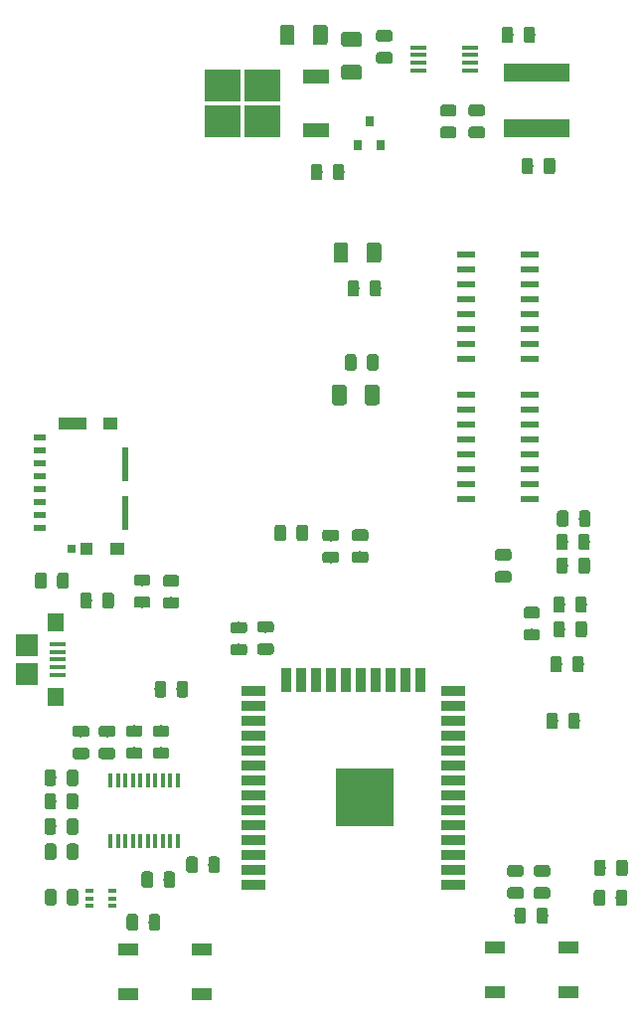
<source format=gbr>
G04 #@! TF.GenerationSoftware,KiCad,Pcbnew,(5.1.2)-1*
G04 #@! TF.CreationDate,2019-05-23T11:15:45-04:00*
G04 #@! TF.ProjectId,lc_dc1000,6c635f64-6331-4303-9030-2e6b69636164,rev?*
G04 #@! TF.SameCoordinates,Original*
G04 #@! TF.FileFunction,Paste,Top*
G04 #@! TF.FilePolarity,Positive*
%FSLAX46Y46*%
G04 Gerber Fmt 4.6, Leading zero omitted, Abs format (unit mm)*
G04 Created by KiCad (PCBNEW (5.1.2)-1) date 2019-05-23 11:15:45*
%MOMM*%
%LPD*%
G04 APERTURE LIST*
%ADD10C,0.100000*%
%ADD11C,0.975000*%
%ADD12R,0.400000X1.200000*%
%ADD13R,1.700000X1.000000*%
%ADD14R,0.650000X0.400000*%
%ADD15C,1.250000*%
%ADD16R,0.800000X0.900000*%
%ADD17R,1.450000X0.450000*%
%ADD18R,1.500000X0.600000*%
%ADD19R,1.000000X0.500000*%
%ADD20R,2.390000X1.050000*%
%ADD21R,1.200000X1.050000*%
%ADD22R,0.550000X2.910000*%
%ADD23R,1.080000X1.050000*%
%ADD24R,0.780000X0.720000*%
%ADD25R,2.000000X0.900000*%
%ADD26R,0.900000X2.000000*%
%ADD27R,5.000000X5.000000*%
%ADD28R,5.689600X1.600200*%
%ADD29R,3.050000X2.750000*%
%ADD30R,2.200000X1.200000*%
%ADD31R,1.900000X1.900000*%
%ADD32R,1.400000X1.600000*%
%ADD33R,1.350000X0.400000*%
G04 APERTURE END LIST*
D10*
G36*
X199192346Y-122506693D02*
G01*
X196027576Y-122506693D01*
X196027576Y-119340683D01*
X199192346Y-119340683D01*
X199192346Y-122506693D01*
G37*
G36*
X211724942Y-66484174D02*
G01*
X211748603Y-66487684D01*
X211771807Y-66493496D01*
X211794329Y-66501554D01*
X211815953Y-66511782D01*
X211836470Y-66524079D01*
X211855683Y-66538329D01*
X211873407Y-66554393D01*
X211889471Y-66572117D01*
X211903721Y-66591330D01*
X211916018Y-66611847D01*
X211926246Y-66633471D01*
X211934304Y-66655993D01*
X211940116Y-66679197D01*
X211943626Y-66702858D01*
X211944800Y-66726750D01*
X211944800Y-67639250D01*
X211943626Y-67663142D01*
X211940116Y-67686803D01*
X211934304Y-67710007D01*
X211926246Y-67732529D01*
X211916018Y-67754153D01*
X211903721Y-67774670D01*
X211889471Y-67793883D01*
X211873407Y-67811607D01*
X211855683Y-67827671D01*
X211836470Y-67841921D01*
X211815953Y-67854218D01*
X211794329Y-67864446D01*
X211771807Y-67872504D01*
X211748603Y-67878316D01*
X211724942Y-67881826D01*
X211701050Y-67883000D01*
X211213550Y-67883000D01*
X211189658Y-67881826D01*
X211165997Y-67878316D01*
X211142793Y-67872504D01*
X211120271Y-67864446D01*
X211098647Y-67854218D01*
X211078130Y-67841921D01*
X211058917Y-67827671D01*
X211041193Y-67811607D01*
X211025129Y-67793883D01*
X211010879Y-67774670D01*
X210998582Y-67754153D01*
X210988354Y-67732529D01*
X210980296Y-67710007D01*
X210974484Y-67686803D01*
X210970974Y-67663142D01*
X210969800Y-67639250D01*
X210969800Y-66726750D01*
X210970974Y-66702858D01*
X210974484Y-66679197D01*
X210980296Y-66655993D01*
X210988354Y-66633471D01*
X210998582Y-66611847D01*
X211010879Y-66591330D01*
X211025129Y-66572117D01*
X211041193Y-66554393D01*
X211058917Y-66538329D01*
X211078130Y-66524079D01*
X211098647Y-66511782D01*
X211120271Y-66501554D01*
X211142793Y-66493496D01*
X211165997Y-66487684D01*
X211189658Y-66484174D01*
X211213550Y-66483000D01*
X211701050Y-66483000D01*
X211724942Y-66484174D01*
X211724942Y-66484174D01*
G37*
D11*
X211457300Y-67183000D03*
D10*
G36*
X213599942Y-66484174D02*
G01*
X213623603Y-66487684D01*
X213646807Y-66493496D01*
X213669329Y-66501554D01*
X213690953Y-66511782D01*
X213711470Y-66524079D01*
X213730683Y-66538329D01*
X213748407Y-66554393D01*
X213764471Y-66572117D01*
X213778721Y-66591330D01*
X213791018Y-66611847D01*
X213801246Y-66633471D01*
X213809304Y-66655993D01*
X213815116Y-66679197D01*
X213818626Y-66702858D01*
X213819800Y-66726750D01*
X213819800Y-67639250D01*
X213818626Y-67663142D01*
X213815116Y-67686803D01*
X213809304Y-67710007D01*
X213801246Y-67732529D01*
X213791018Y-67754153D01*
X213778721Y-67774670D01*
X213764471Y-67793883D01*
X213748407Y-67811607D01*
X213730683Y-67827671D01*
X213711470Y-67841921D01*
X213690953Y-67854218D01*
X213669329Y-67864446D01*
X213646807Y-67872504D01*
X213623603Y-67878316D01*
X213599942Y-67881826D01*
X213576050Y-67883000D01*
X213088550Y-67883000D01*
X213064658Y-67881826D01*
X213040997Y-67878316D01*
X213017793Y-67872504D01*
X212995271Y-67864446D01*
X212973647Y-67854218D01*
X212953130Y-67841921D01*
X212933917Y-67827671D01*
X212916193Y-67811607D01*
X212900129Y-67793883D01*
X212885879Y-67774670D01*
X212873582Y-67754153D01*
X212863354Y-67732529D01*
X212855296Y-67710007D01*
X212849484Y-67686803D01*
X212845974Y-67663142D01*
X212844800Y-67639250D01*
X212844800Y-66726750D01*
X212845974Y-66702858D01*
X212849484Y-66679197D01*
X212855296Y-66655993D01*
X212863354Y-66633471D01*
X212873582Y-66611847D01*
X212885879Y-66591330D01*
X212900129Y-66572117D01*
X212916193Y-66554393D01*
X212933917Y-66538329D01*
X212953130Y-66524079D01*
X212973647Y-66511782D01*
X212995271Y-66501554D01*
X213017793Y-66493496D01*
X213040997Y-66487684D01*
X213064658Y-66484174D01*
X213088550Y-66483000D01*
X213576050Y-66483000D01*
X213599942Y-66484174D01*
X213599942Y-66484174D01*
G37*
D11*
X213332300Y-67183000D03*
D12*
X175945800Y-119497800D03*
X176580800Y-119497800D03*
X177215800Y-119497800D03*
X177850800Y-119497800D03*
X178485800Y-119497800D03*
X179120800Y-119497800D03*
X179755800Y-119497800D03*
X180390800Y-119497800D03*
X181025800Y-119497800D03*
X181660800Y-119497800D03*
X181660800Y-124697800D03*
X181025800Y-124697800D03*
X180390800Y-124697800D03*
X179755800Y-124697800D03*
X179120800Y-124697800D03*
X178485800Y-124697800D03*
X177850800Y-124697800D03*
X177215800Y-124697800D03*
X176580800Y-124697800D03*
X175945800Y-124697800D03*
D13*
X183744000Y-137663000D03*
X177444000Y-137663000D03*
X183744000Y-133863000D03*
X177444000Y-133863000D03*
X214960600Y-137531000D03*
X208660600Y-137531000D03*
X214960600Y-133731000D03*
X208660600Y-133731000D03*
D10*
G36*
X172983042Y-128739574D02*
G01*
X173006703Y-128743084D01*
X173029907Y-128748896D01*
X173052429Y-128756954D01*
X173074053Y-128767182D01*
X173094570Y-128779479D01*
X173113783Y-128793729D01*
X173131507Y-128809793D01*
X173147571Y-128827517D01*
X173161821Y-128846730D01*
X173174118Y-128867247D01*
X173184346Y-128888871D01*
X173192404Y-128911393D01*
X173198216Y-128934597D01*
X173201726Y-128958258D01*
X173202900Y-128982150D01*
X173202900Y-129894650D01*
X173201726Y-129918542D01*
X173198216Y-129942203D01*
X173192404Y-129965407D01*
X173184346Y-129987929D01*
X173174118Y-130009553D01*
X173161821Y-130030070D01*
X173147571Y-130049283D01*
X173131507Y-130067007D01*
X173113783Y-130083071D01*
X173094570Y-130097321D01*
X173074053Y-130109618D01*
X173052429Y-130119846D01*
X173029907Y-130127904D01*
X173006703Y-130133716D01*
X172983042Y-130137226D01*
X172959150Y-130138400D01*
X172471650Y-130138400D01*
X172447758Y-130137226D01*
X172424097Y-130133716D01*
X172400893Y-130127904D01*
X172378371Y-130119846D01*
X172356747Y-130109618D01*
X172336230Y-130097321D01*
X172317017Y-130083071D01*
X172299293Y-130067007D01*
X172283229Y-130049283D01*
X172268979Y-130030070D01*
X172256682Y-130009553D01*
X172246454Y-129987929D01*
X172238396Y-129965407D01*
X172232584Y-129942203D01*
X172229074Y-129918542D01*
X172227900Y-129894650D01*
X172227900Y-128982150D01*
X172229074Y-128958258D01*
X172232584Y-128934597D01*
X172238396Y-128911393D01*
X172246454Y-128888871D01*
X172256682Y-128867247D01*
X172268979Y-128846730D01*
X172283229Y-128827517D01*
X172299293Y-128809793D01*
X172317017Y-128793729D01*
X172336230Y-128779479D01*
X172356747Y-128767182D01*
X172378371Y-128756954D01*
X172400893Y-128748896D01*
X172424097Y-128743084D01*
X172447758Y-128739574D01*
X172471650Y-128738400D01*
X172959150Y-128738400D01*
X172983042Y-128739574D01*
X172983042Y-128739574D01*
G37*
D11*
X172715400Y-129438400D03*
D10*
G36*
X171108042Y-128739574D02*
G01*
X171131703Y-128743084D01*
X171154907Y-128748896D01*
X171177429Y-128756954D01*
X171199053Y-128767182D01*
X171219570Y-128779479D01*
X171238783Y-128793729D01*
X171256507Y-128809793D01*
X171272571Y-128827517D01*
X171286821Y-128846730D01*
X171299118Y-128867247D01*
X171309346Y-128888871D01*
X171317404Y-128911393D01*
X171323216Y-128934597D01*
X171326726Y-128958258D01*
X171327900Y-128982150D01*
X171327900Y-129894650D01*
X171326726Y-129918542D01*
X171323216Y-129942203D01*
X171317404Y-129965407D01*
X171309346Y-129987929D01*
X171299118Y-130009553D01*
X171286821Y-130030070D01*
X171272571Y-130049283D01*
X171256507Y-130067007D01*
X171238783Y-130083071D01*
X171219570Y-130097321D01*
X171199053Y-130109618D01*
X171177429Y-130119846D01*
X171154907Y-130127904D01*
X171131703Y-130133716D01*
X171108042Y-130137226D01*
X171084150Y-130138400D01*
X170596650Y-130138400D01*
X170572758Y-130137226D01*
X170549097Y-130133716D01*
X170525893Y-130127904D01*
X170503371Y-130119846D01*
X170481747Y-130109618D01*
X170461230Y-130097321D01*
X170442017Y-130083071D01*
X170424293Y-130067007D01*
X170408229Y-130049283D01*
X170393979Y-130030070D01*
X170381682Y-130009553D01*
X170371454Y-129987929D01*
X170363396Y-129965407D01*
X170357584Y-129942203D01*
X170354074Y-129918542D01*
X170352900Y-129894650D01*
X170352900Y-128982150D01*
X170354074Y-128958258D01*
X170357584Y-128934597D01*
X170363396Y-128911393D01*
X170371454Y-128888871D01*
X170381682Y-128867247D01*
X170393979Y-128846730D01*
X170408229Y-128827517D01*
X170424293Y-128809793D01*
X170442017Y-128793729D01*
X170461230Y-128779479D01*
X170481747Y-128767182D01*
X170503371Y-128756954D01*
X170525893Y-128748896D01*
X170549097Y-128743084D01*
X170572758Y-128739574D01*
X170596650Y-128738400D01*
X171084150Y-128738400D01*
X171108042Y-128739574D01*
X171108042Y-128739574D01*
G37*
D11*
X170840400Y-129438400D03*
D10*
G36*
X179947242Y-130873174D02*
G01*
X179970903Y-130876684D01*
X179994107Y-130882496D01*
X180016629Y-130890554D01*
X180038253Y-130900782D01*
X180058770Y-130913079D01*
X180077983Y-130927329D01*
X180095707Y-130943393D01*
X180111771Y-130961117D01*
X180126021Y-130980330D01*
X180138318Y-131000847D01*
X180148546Y-131022471D01*
X180156604Y-131044993D01*
X180162416Y-131068197D01*
X180165926Y-131091858D01*
X180167100Y-131115750D01*
X180167100Y-132028250D01*
X180165926Y-132052142D01*
X180162416Y-132075803D01*
X180156604Y-132099007D01*
X180148546Y-132121529D01*
X180138318Y-132143153D01*
X180126021Y-132163670D01*
X180111771Y-132182883D01*
X180095707Y-132200607D01*
X180077983Y-132216671D01*
X180058770Y-132230921D01*
X180038253Y-132243218D01*
X180016629Y-132253446D01*
X179994107Y-132261504D01*
X179970903Y-132267316D01*
X179947242Y-132270826D01*
X179923350Y-132272000D01*
X179435850Y-132272000D01*
X179411958Y-132270826D01*
X179388297Y-132267316D01*
X179365093Y-132261504D01*
X179342571Y-132253446D01*
X179320947Y-132243218D01*
X179300430Y-132230921D01*
X179281217Y-132216671D01*
X179263493Y-132200607D01*
X179247429Y-132182883D01*
X179233179Y-132163670D01*
X179220882Y-132143153D01*
X179210654Y-132121529D01*
X179202596Y-132099007D01*
X179196784Y-132075803D01*
X179193274Y-132052142D01*
X179192100Y-132028250D01*
X179192100Y-131115750D01*
X179193274Y-131091858D01*
X179196784Y-131068197D01*
X179202596Y-131044993D01*
X179210654Y-131022471D01*
X179220882Y-131000847D01*
X179233179Y-130980330D01*
X179247429Y-130961117D01*
X179263493Y-130943393D01*
X179281217Y-130927329D01*
X179300430Y-130913079D01*
X179320947Y-130900782D01*
X179342571Y-130890554D01*
X179365093Y-130882496D01*
X179388297Y-130876684D01*
X179411958Y-130873174D01*
X179435850Y-130872000D01*
X179923350Y-130872000D01*
X179947242Y-130873174D01*
X179947242Y-130873174D01*
G37*
D11*
X179679600Y-131572000D03*
D10*
G36*
X178072242Y-130873174D02*
G01*
X178095903Y-130876684D01*
X178119107Y-130882496D01*
X178141629Y-130890554D01*
X178163253Y-130900782D01*
X178183770Y-130913079D01*
X178202983Y-130927329D01*
X178220707Y-130943393D01*
X178236771Y-130961117D01*
X178251021Y-130980330D01*
X178263318Y-131000847D01*
X178273546Y-131022471D01*
X178281604Y-131044993D01*
X178287416Y-131068197D01*
X178290926Y-131091858D01*
X178292100Y-131115750D01*
X178292100Y-132028250D01*
X178290926Y-132052142D01*
X178287416Y-132075803D01*
X178281604Y-132099007D01*
X178273546Y-132121529D01*
X178263318Y-132143153D01*
X178251021Y-132163670D01*
X178236771Y-132182883D01*
X178220707Y-132200607D01*
X178202983Y-132216671D01*
X178183770Y-132230921D01*
X178163253Y-132243218D01*
X178141629Y-132253446D01*
X178119107Y-132261504D01*
X178095903Y-132267316D01*
X178072242Y-132270826D01*
X178048350Y-132272000D01*
X177560850Y-132272000D01*
X177536958Y-132270826D01*
X177513297Y-132267316D01*
X177490093Y-132261504D01*
X177467571Y-132253446D01*
X177445947Y-132243218D01*
X177425430Y-132230921D01*
X177406217Y-132216671D01*
X177388493Y-132200607D01*
X177372429Y-132182883D01*
X177358179Y-132163670D01*
X177345882Y-132143153D01*
X177335654Y-132121529D01*
X177327596Y-132099007D01*
X177321784Y-132075803D01*
X177318274Y-132052142D01*
X177317100Y-132028250D01*
X177317100Y-131115750D01*
X177318274Y-131091858D01*
X177321784Y-131068197D01*
X177327596Y-131044993D01*
X177335654Y-131022471D01*
X177345882Y-131000847D01*
X177358179Y-130980330D01*
X177372429Y-130961117D01*
X177388493Y-130943393D01*
X177406217Y-130927329D01*
X177425430Y-130913079D01*
X177445947Y-130900782D01*
X177467571Y-130890554D01*
X177490093Y-130882496D01*
X177513297Y-130876684D01*
X177536958Y-130873174D01*
X177560850Y-130872000D01*
X178048350Y-130872000D01*
X178072242Y-130873174D01*
X178072242Y-130873174D01*
G37*
D11*
X177804600Y-131572000D03*
D10*
G36*
X211113042Y-130314374D02*
G01*
X211136703Y-130317884D01*
X211159907Y-130323696D01*
X211182429Y-130331754D01*
X211204053Y-130341982D01*
X211224570Y-130354279D01*
X211243783Y-130368529D01*
X211261507Y-130384593D01*
X211277571Y-130402317D01*
X211291821Y-130421530D01*
X211304118Y-130442047D01*
X211314346Y-130463671D01*
X211322404Y-130486193D01*
X211328216Y-130509397D01*
X211331726Y-130533058D01*
X211332900Y-130556950D01*
X211332900Y-131469450D01*
X211331726Y-131493342D01*
X211328216Y-131517003D01*
X211322404Y-131540207D01*
X211314346Y-131562729D01*
X211304118Y-131584353D01*
X211291821Y-131604870D01*
X211277571Y-131624083D01*
X211261507Y-131641807D01*
X211243783Y-131657871D01*
X211224570Y-131672121D01*
X211204053Y-131684418D01*
X211182429Y-131694646D01*
X211159907Y-131702704D01*
X211136703Y-131708516D01*
X211113042Y-131712026D01*
X211089150Y-131713200D01*
X210601650Y-131713200D01*
X210577758Y-131712026D01*
X210554097Y-131708516D01*
X210530893Y-131702704D01*
X210508371Y-131694646D01*
X210486747Y-131684418D01*
X210466230Y-131672121D01*
X210447017Y-131657871D01*
X210429293Y-131641807D01*
X210413229Y-131624083D01*
X210398979Y-131604870D01*
X210386682Y-131584353D01*
X210376454Y-131562729D01*
X210368396Y-131540207D01*
X210362584Y-131517003D01*
X210359074Y-131493342D01*
X210357900Y-131469450D01*
X210357900Y-130556950D01*
X210359074Y-130533058D01*
X210362584Y-130509397D01*
X210368396Y-130486193D01*
X210376454Y-130463671D01*
X210386682Y-130442047D01*
X210398979Y-130421530D01*
X210413229Y-130402317D01*
X210429293Y-130384593D01*
X210447017Y-130368529D01*
X210466230Y-130354279D01*
X210486747Y-130341982D01*
X210508371Y-130331754D01*
X210530893Y-130323696D01*
X210554097Y-130317884D01*
X210577758Y-130314374D01*
X210601650Y-130313200D01*
X211089150Y-130313200D01*
X211113042Y-130314374D01*
X211113042Y-130314374D01*
G37*
D11*
X210845400Y-131013200D03*
D10*
G36*
X212988042Y-130314374D02*
G01*
X213011703Y-130317884D01*
X213034907Y-130323696D01*
X213057429Y-130331754D01*
X213079053Y-130341982D01*
X213099570Y-130354279D01*
X213118783Y-130368529D01*
X213136507Y-130384593D01*
X213152571Y-130402317D01*
X213166821Y-130421530D01*
X213179118Y-130442047D01*
X213189346Y-130463671D01*
X213197404Y-130486193D01*
X213203216Y-130509397D01*
X213206726Y-130533058D01*
X213207900Y-130556950D01*
X213207900Y-131469450D01*
X213206726Y-131493342D01*
X213203216Y-131517003D01*
X213197404Y-131540207D01*
X213189346Y-131562729D01*
X213179118Y-131584353D01*
X213166821Y-131604870D01*
X213152571Y-131624083D01*
X213136507Y-131641807D01*
X213118783Y-131657871D01*
X213099570Y-131672121D01*
X213079053Y-131684418D01*
X213057429Y-131694646D01*
X213034907Y-131702704D01*
X213011703Y-131708516D01*
X212988042Y-131712026D01*
X212964150Y-131713200D01*
X212476650Y-131713200D01*
X212452758Y-131712026D01*
X212429097Y-131708516D01*
X212405893Y-131702704D01*
X212383371Y-131694646D01*
X212361747Y-131684418D01*
X212341230Y-131672121D01*
X212322017Y-131657871D01*
X212304293Y-131641807D01*
X212288229Y-131624083D01*
X212273979Y-131604870D01*
X212261682Y-131584353D01*
X212251454Y-131562729D01*
X212243396Y-131540207D01*
X212237584Y-131517003D01*
X212234074Y-131493342D01*
X212232900Y-131469450D01*
X212232900Y-130556950D01*
X212234074Y-130533058D01*
X212237584Y-130509397D01*
X212243396Y-130486193D01*
X212251454Y-130463671D01*
X212261682Y-130442047D01*
X212273979Y-130421530D01*
X212288229Y-130402317D01*
X212304293Y-130384593D01*
X212322017Y-130368529D01*
X212341230Y-130354279D01*
X212361747Y-130341982D01*
X212383371Y-130331754D01*
X212405893Y-130323696D01*
X212429097Y-130317884D01*
X212452758Y-130314374D01*
X212476650Y-130313200D01*
X212964150Y-130313200D01*
X212988042Y-130314374D01*
X212988042Y-130314374D01*
G37*
D11*
X212720400Y-131013200D03*
D14*
X176083000Y-128890000D03*
X176083000Y-130190000D03*
X174183000Y-129540000D03*
X176083000Y-129540000D03*
X174183000Y-130190000D03*
X174183000Y-128890000D03*
D10*
G36*
X174135242Y-103491974D02*
G01*
X174158903Y-103495484D01*
X174182107Y-103501296D01*
X174204629Y-103509354D01*
X174226253Y-103519582D01*
X174246770Y-103531879D01*
X174265983Y-103546129D01*
X174283707Y-103562193D01*
X174299771Y-103579917D01*
X174314021Y-103599130D01*
X174326318Y-103619647D01*
X174336546Y-103641271D01*
X174344604Y-103663793D01*
X174350416Y-103686997D01*
X174353926Y-103710658D01*
X174355100Y-103734550D01*
X174355100Y-104647050D01*
X174353926Y-104670942D01*
X174350416Y-104694603D01*
X174344604Y-104717807D01*
X174336546Y-104740329D01*
X174326318Y-104761953D01*
X174314021Y-104782470D01*
X174299771Y-104801683D01*
X174283707Y-104819407D01*
X174265983Y-104835471D01*
X174246770Y-104849721D01*
X174226253Y-104862018D01*
X174204629Y-104872246D01*
X174182107Y-104880304D01*
X174158903Y-104886116D01*
X174135242Y-104889626D01*
X174111350Y-104890800D01*
X173623850Y-104890800D01*
X173599958Y-104889626D01*
X173576297Y-104886116D01*
X173553093Y-104880304D01*
X173530571Y-104872246D01*
X173508947Y-104862018D01*
X173488430Y-104849721D01*
X173469217Y-104835471D01*
X173451493Y-104819407D01*
X173435429Y-104801683D01*
X173421179Y-104782470D01*
X173408882Y-104761953D01*
X173398654Y-104740329D01*
X173390596Y-104717807D01*
X173384784Y-104694603D01*
X173381274Y-104670942D01*
X173380100Y-104647050D01*
X173380100Y-103734550D01*
X173381274Y-103710658D01*
X173384784Y-103686997D01*
X173390596Y-103663793D01*
X173398654Y-103641271D01*
X173408882Y-103619647D01*
X173421179Y-103599130D01*
X173435429Y-103579917D01*
X173451493Y-103562193D01*
X173469217Y-103546129D01*
X173488430Y-103531879D01*
X173508947Y-103519582D01*
X173530571Y-103509354D01*
X173553093Y-103501296D01*
X173576297Y-103495484D01*
X173599958Y-103491974D01*
X173623850Y-103490800D01*
X174111350Y-103490800D01*
X174135242Y-103491974D01*
X174135242Y-103491974D01*
G37*
D11*
X173867600Y-104190800D03*
D10*
G36*
X176010242Y-103491974D02*
G01*
X176033903Y-103495484D01*
X176057107Y-103501296D01*
X176079629Y-103509354D01*
X176101253Y-103519582D01*
X176121770Y-103531879D01*
X176140983Y-103546129D01*
X176158707Y-103562193D01*
X176174771Y-103579917D01*
X176189021Y-103599130D01*
X176201318Y-103619647D01*
X176211546Y-103641271D01*
X176219604Y-103663793D01*
X176225416Y-103686997D01*
X176228926Y-103710658D01*
X176230100Y-103734550D01*
X176230100Y-104647050D01*
X176228926Y-104670942D01*
X176225416Y-104694603D01*
X176219604Y-104717807D01*
X176211546Y-104740329D01*
X176201318Y-104761953D01*
X176189021Y-104782470D01*
X176174771Y-104801683D01*
X176158707Y-104819407D01*
X176140983Y-104835471D01*
X176121770Y-104849721D01*
X176101253Y-104862018D01*
X176079629Y-104872246D01*
X176057107Y-104880304D01*
X176033903Y-104886116D01*
X176010242Y-104889626D01*
X175986350Y-104890800D01*
X175498850Y-104890800D01*
X175474958Y-104889626D01*
X175451297Y-104886116D01*
X175428093Y-104880304D01*
X175405571Y-104872246D01*
X175383947Y-104862018D01*
X175363430Y-104849721D01*
X175344217Y-104835471D01*
X175326493Y-104819407D01*
X175310429Y-104801683D01*
X175296179Y-104782470D01*
X175283882Y-104761953D01*
X175273654Y-104740329D01*
X175265596Y-104717807D01*
X175259784Y-104694603D01*
X175256274Y-104670942D01*
X175255100Y-104647050D01*
X175255100Y-103734550D01*
X175256274Y-103710658D01*
X175259784Y-103686997D01*
X175265596Y-103663793D01*
X175273654Y-103641271D01*
X175283882Y-103619647D01*
X175296179Y-103599130D01*
X175310429Y-103579917D01*
X175326493Y-103562193D01*
X175344217Y-103546129D01*
X175363430Y-103531879D01*
X175383947Y-103519582D01*
X175405571Y-103509354D01*
X175428093Y-103501296D01*
X175451297Y-103495484D01*
X175474958Y-103491974D01*
X175498850Y-103490800D01*
X175986350Y-103490800D01*
X176010242Y-103491974D01*
X176010242Y-103491974D01*
G37*
D11*
X175742600Y-104190800D03*
D10*
G36*
X170274442Y-101790174D02*
G01*
X170298103Y-101793684D01*
X170321307Y-101799496D01*
X170343829Y-101807554D01*
X170365453Y-101817782D01*
X170385970Y-101830079D01*
X170405183Y-101844329D01*
X170422907Y-101860393D01*
X170438971Y-101878117D01*
X170453221Y-101897330D01*
X170465518Y-101917847D01*
X170475746Y-101939471D01*
X170483804Y-101961993D01*
X170489616Y-101985197D01*
X170493126Y-102008858D01*
X170494300Y-102032750D01*
X170494300Y-102945250D01*
X170493126Y-102969142D01*
X170489616Y-102992803D01*
X170483804Y-103016007D01*
X170475746Y-103038529D01*
X170465518Y-103060153D01*
X170453221Y-103080670D01*
X170438971Y-103099883D01*
X170422907Y-103117607D01*
X170405183Y-103133671D01*
X170385970Y-103147921D01*
X170365453Y-103160218D01*
X170343829Y-103170446D01*
X170321307Y-103178504D01*
X170298103Y-103184316D01*
X170274442Y-103187826D01*
X170250550Y-103189000D01*
X169763050Y-103189000D01*
X169739158Y-103187826D01*
X169715497Y-103184316D01*
X169692293Y-103178504D01*
X169669771Y-103170446D01*
X169648147Y-103160218D01*
X169627630Y-103147921D01*
X169608417Y-103133671D01*
X169590693Y-103117607D01*
X169574629Y-103099883D01*
X169560379Y-103080670D01*
X169548082Y-103060153D01*
X169537854Y-103038529D01*
X169529796Y-103016007D01*
X169523984Y-102992803D01*
X169520474Y-102969142D01*
X169519300Y-102945250D01*
X169519300Y-102032750D01*
X169520474Y-102008858D01*
X169523984Y-101985197D01*
X169529796Y-101961993D01*
X169537854Y-101939471D01*
X169548082Y-101917847D01*
X169560379Y-101897330D01*
X169574629Y-101878117D01*
X169590693Y-101860393D01*
X169608417Y-101844329D01*
X169627630Y-101830079D01*
X169648147Y-101817782D01*
X169669771Y-101807554D01*
X169692293Y-101799496D01*
X169715497Y-101793684D01*
X169739158Y-101790174D01*
X169763050Y-101789000D01*
X170250550Y-101789000D01*
X170274442Y-101790174D01*
X170274442Y-101790174D01*
G37*
D11*
X170006800Y-102489000D03*
D10*
G36*
X172149442Y-101790174D02*
G01*
X172173103Y-101793684D01*
X172196307Y-101799496D01*
X172218829Y-101807554D01*
X172240453Y-101817782D01*
X172260970Y-101830079D01*
X172280183Y-101844329D01*
X172297907Y-101860393D01*
X172313971Y-101878117D01*
X172328221Y-101897330D01*
X172340518Y-101917847D01*
X172350746Y-101939471D01*
X172358804Y-101961993D01*
X172364616Y-101985197D01*
X172368126Y-102008858D01*
X172369300Y-102032750D01*
X172369300Y-102945250D01*
X172368126Y-102969142D01*
X172364616Y-102992803D01*
X172358804Y-103016007D01*
X172350746Y-103038529D01*
X172340518Y-103060153D01*
X172328221Y-103080670D01*
X172313971Y-103099883D01*
X172297907Y-103117607D01*
X172280183Y-103133671D01*
X172260970Y-103147921D01*
X172240453Y-103160218D01*
X172218829Y-103170446D01*
X172196307Y-103178504D01*
X172173103Y-103184316D01*
X172149442Y-103187826D01*
X172125550Y-103189000D01*
X171638050Y-103189000D01*
X171614158Y-103187826D01*
X171590497Y-103184316D01*
X171567293Y-103178504D01*
X171544771Y-103170446D01*
X171523147Y-103160218D01*
X171502630Y-103147921D01*
X171483417Y-103133671D01*
X171465693Y-103117607D01*
X171449629Y-103099883D01*
X171435379Y-103080670D01*
X171423082Y-103060153D01*
X171412854Y-103038529D01*
X171404796Y-103016007D01*
X171398984Y-102992803D01*
X171395474Y-102969142D01*
X171394300Y-102945250D01*
X171394300Y-102032750D01*
X171395474Y-102008858D01*
X171398984Y-101985197D01*
X171404796Y-101961993D01*
X171412854Y-101939471D01*
X171423082Y-101917847D01*
X171435379Y-101897330D01*
X171449629Y-101878117D01*
X171465693Y-101860393D01*
X171483417Y-101844329D01*
X171502630Y-101830079D01*
X171523147Y-101817782D01*
X171544771Y-101807554D01*
X171567293Y-101799496D01*
X171590497Y-101793684D01*
X171614158Y-101790174D01*
X171638050Y-101789000D01*
X172125550Y-101789000D01*
X172149442Y-101790174D01*
X172149442Y-101790174D01*
G37*
D11*
X171881800Y-102489000D03*
D10*
G36*
X211898142Y-55308174D02*
G01*
X211921803Y-55311684D01*
X211945007Y-55317496D01*
X211967529Y-55325554D01*
X211989153Y-55335782D01*
X212009670Y-55348079D01*
X212028883Y-55362329D01*
X212046607Y-55378393D01*
X212062671Y-55396117D01*
X212076921Y-55415330D01*
X212089218Y-55435847D01*
X212099446Y-55457471D01*
X212107504Y-55479993D01*
X212113316Y-55503197D01*
X212116826Y-55526858D01*
X212118000Y-55550750D01*
X212118000Y-56463250D01*
X212116826Y-56487142D01*
X212113316Y-56510803D01*
X212107504Y-56534007D01*
X212099446Y-56556529D01*
X212089218Y-56578153D01*
X212076921Y-56598670D01*
X212062671Y-56617883D01*
X212046607Y-56635607D01*
X212028883Y-56651671D01*
X212009670Y-56665921D01*
X211989153Y-56678218D01*
X211967529Y-56688446D01*
X211945007Y-56696504D01*
X211921803Y-56702316D01*
X211898142Y-56705826D01*
X211874250Y-56707000D01*
X211386750Y-56707000D01*
X211362858Y-56705826D01*
X211339197Y-56702316D01*
X211315993Y-56696504D01*
X211293471Y-56688446D01*
X211271847Y-56678218D01*
X211251330Y-56665921D01*
X211232117Y-56651671D01*
X211214393Y-56635607D01*
X211198329Y-56617883D01*
X211184079Y-56598670D01*
X211171782Y-56578153D01*
X211161554Y-56556529D01*
X211153496Y-56534007D01*
X211147684Y-56510803D01*
X211144174Y-56487142D01*
X211143000Y-56463250D01*
X211143000Y-55550750D01*
X211144174Y-55526858D01*
X211147684Y-55503197D01*
X211153496Y-55479993D01*
X211161554Y-55457471D01*
X211171782Y-55435847D01*
X211184079Y-55415330D01*
X211198329Y-55396117D01*
X211214393Y-55378393D01*
X211232117Y-55362329D01*
X211251330Y-55348079D01*
X211271847Y-55335782D01*
X211293471Y-55325554D01*
X211315993Y-55317496D01*
X211339197Y-55311684D01*
X211362858Y-55308174D01*
X211386750Y-55307000D01*
X211874250Y-55307000D01*
X211898142Y-55308174D01*
X211898142Y-55308174D01*
G37*
D11*
X211630500Y-56007000D03*
D10*
G36*
X210023142Y-55308174D02*
G01*
X210046803Y-55311684D01*
X210070007Y-55317496D01*
X210092529Y-55325554D01*
X210114153Y-55335782D01*
X210134670Y-55348079D01*
X210153883Y-55362329D01*
X210171607Y-55378393D01*
X210187671Y-55396117D01*
X210201921Y-55415330D01*
X210214218Y-55435847D01*
X210224446Y-55457471D01*
X210232504Y-55479993D01*
X210238316Y-55503197D01*
X210241826Y-55526858D01*
X210243000Y-55550750D01*
X210243000Y-56463250D01*
X210241826Y-56487142D01*
X210238316Y-56510803D01*
X210232504Y-56534007D01*
X210224446Y-56556529D01*
X210214218Y-56578153D01*
X210201921Y-56598670D01*
X210187671Y-56617883D01*
X210171607Y-56635607D01*
X210153883Y-56651671D01*
X210134670Y-56665921D01*
X210114153Y-56678218D01*
X210092529Y-56688446D01*
X210070007Y-56696504D01*
X210046803Y-56702316D01*
X210023142Y-56705826D01*
X209999250Y-56707000D01*
X209511750Y-56707000D01*
X209487858Y-56705826D01*
X209464197Y-56702316D01*
X209440993Y-56696504D01*
X209418471Y-56688446D01*
X209396847Y-56678218D01*
X209376330Y-56665921D01*
X209357117Y-56651671D01*
X209339393Y-56635607D01*
X209323329Y-56617883D01*
X209309079Y-56598670D01*
X209296782Y-56578153D01*
X209286554Y-56556529D01*
X209278496Y-56534007D01*
X209272684Y-56510803D01*
X209269174Y-56487142D01*
X209268000Y-56463250D01*
X209268000Y-55550750D01*
X209269174Y-55526858D01*
X209272684Y-55503197D01*
X209278496Y-55479993D01*
X209286554Y-55457471D01*
X209296782Y-55435847D01*
X209309079Y-55415330D01*
X209323329Y-55396117D01*
X209339393Y-55378393D01*
X209357117Y-55362329D01*
X209376330Y-55348079D01*
X209396847Y-55335782D01*
X209418471Y-55325554D01*
X209440993Y-55317496D01*
X209464197Y-55311684D01*
X209487858Y-55308174D01*
X209511750Y-55307000D01*
X209999250Y-55307000D01*
X210023142Y-55308174D01*
X210023142Y-55308174D01*
G37*
D11*
X209755500Y-56007000D03*
D10*
G36*
X199743142Y-55599174D02*
G01*
X199766803Y-55602684D01*
X199790007Y-55608496D01*
X199812529Y-55616554D01*
X199834153Y-55626782D01*
X199854670Y-55639079D01*
X199873883Y-55653329D01*
X199891607Y-55669393D01*
X199907671Y-55687117D01*
X199921921Y-55706330D01*
X199934218Y-55726847D01*
X199944446Y-55748471D01*
X199952504Y-55770993D01*
X199958316Y-55794197D01*
X199961826Y-55817858D01*
X199963000Y-55841750D01*
X199963000Y-56329250D01*
X199961826Y-56353142D01*
X199958316Y-56376803D01*
X199952504Y-56400007D01*
X199944446Y-56422529D01*
X199934218Y-56444153D01*
X199921921Y-56464670D01*
X199907671Y-56483883D01*
X199891607Y-56501607D01*
X199873883Y-56517671D01*
X199854670Y-56531921D01*
X199834153Y-56544218D01*
X199812529Y-56554446D01*
X199790007Y-56562504D01*
X199766803Y-56568316D01*
X199743142Y-56571826D01*
X199719250Y-56573000D01*
X198806750Y-56573000D01*
X198782858Y-56571826D01*
X198759197Y-56568316D01*
X198735993Y-56562504D01*
X198713471Y-56554446D01*
X198691847Y-56544218D01*
X198671330Y-56531921D01*
X198652117Y-56517671D01*
X198634393Y-56501607D01*
X198618329Y-56483883D01*
X198604079Y-56464670D01*
X198591782Y-56444153D01*
X198581554Y-56422529D01*
X198573496Y-56400007D01*
X198567684Y-56376803D01*
X198564174Y-56353142D01*
X198563000Y-56329250D01*
X198563000Y-55841750D01*
X198564174Y-55817858D01*
X198567684Y-55794197D01*
X198573496Y-55770993D01*
X198581554Y-55748471D01*
X198591782Y-55726847D01*
X198604079Y-55706330D01*
X198618329Y-55687117D01*
X198634393Y-55669393D01*
X198652117Y-55653329D01*
X198671330Y-55639079D01*
X198691847Y-55626782D01*
X198713471Y-55616554D01*
X198735993Y-55608496D01*
X198759197Y-55602684D01*
X198782858Y-55599174D01*
X198806750Y-55598000D01*
X199719250Y-55598000D01*
X199743142Y-55599174D01*
X199743142Y-55599174D01*
G37*
D11*
X199263000Y-56085500D03*
D10*
G36*
X199743142Y-57474174D02*
G01*
X199766803Y-57477684D01*
X199790007Y-57483496D01*
X199812529Y-57491554D01*
X199834153Y-57501782D01*
X199854670Y-57514079D01*
X199873883Y-57528329D01*
X199891607Y-57544393D01*
X199907671Y-57562117D01*
X199921921Y-57581330D01*
X199934218Y-57601847D01*
X199944446Y-57623471D01*
X199952504Y-57645993D01*
X199958316Y-57669197D01*
X199961826Y-57692858D01*
X199963000Y-57716750D01*
X199963000Y-58204250D01*
X199961826Y-58228142D01*
X199958316Y-58251803D01*
X199952504Y-58275007D01*
X199944446Y-58297529D01*
X199934218Y-58319153D01*
X199921921Y-58339670D01*
X199907671Y-58358883D01*
X199891607Y-58376607D01*
X199873883Y-58392671D01*
X199854670Y-58406921D01*
X199834153Y-58419218D01*
X199812529Y-58429446D01*
X199790007Y-58437504D01*
X199766803Y-58443316D01*
X199743142Y-58446826D01*
X199719250Y-58448000D01*
X198806750Y-58448000D01*
X198782858Y-58446826D01*
X198759197Y-58443316D01*
X198735993Y-58437504D01*
X198713471Y-58429446D01*
X198691847Y-58419218D01*
X198671330Y-58406921D01*
X198652117Y-58392671D01*
X198634393Y-58376607D01*
X198618329Y-58358883D01*
X198604079Y-58339670D01*
X198591782Y-58319153D01*
X198581554Y-58297529D01*
X198573496Y-58275007D01*
X198567684Y-58251803D01*
X198564174Y-58228142D01*
X198563000Y-58204250D01*
X198563000Y-57716750D01*
X198564174Y-57692858D01*
X198567684Y-57669197D01*
X198573496Y-57645993D01*
X198581554Y-57623471D01*
X198591782Y-57601847D01*
X198604079Y-57581330D01*
X198618329Y-57562117D01*
X198634393Y-57544393D01*
X198652117Y-57528329D01*
X198671330Y-57514079D01*
X198691847Y-57501782D01*
X198713471Y-57491554D01*
X198735993Y-57483496D01*
X198759197Y-57477684D01*
X198782858Y-57474174D01*
X198806750Y-57473000D01*
X199719250Y-57473000D01*
X199743142Y-57474174D01*
X199743142Y-57474174D01*
G37*
D11*
X199263000Y-57960500D03*
D10*
G36*
X219744903Y-128788732D02*
G01*
X219768564Y-128792242D01*
X219791768Y-128798054D01*
X219814290Y-128806112D01*
X219835914Y-128816340D01*
X219856431Y-128828637D01*
X219875644Y-128842887D01*
X219893368Y-128858951D01*
X219909432Y-128876675D01*
X219923682Y-128895888D01*
X219935979Y-128916405D01*
X219946207Y-128938029D01*
X219954265Y-128960551D01*
X219960077Y-128983755D01*
X219963587Y-129007416D01*
X219964761Y-129031308D01*
X219964761Y-129943808D01*
X219963587Y-129967700D01*
X219960077Y-129991361D01*
X219954265Y-130014565D01*
X219946207Y-130037087D01*
X219935979Y-130058711D01*
X219923682Y-130079228D01*
X219909432Y-130098441D01*
X219893368Y-130116165D01*
X219875644Y-130132229D01*
X219856431Y-130146479D01*
X219835914Y-130158776D01*
X219814290Y-130169004D01*
X219791768Y-130177062D01*
X219768564Y-130182874D01*
X219744903Y-130186384D01*
X219721011Y-130187558D01*
X219233511Y-130187558D01*
X219209619Y-130186384D01*
X219185958Y-130182874D01*
X219162754Y-130177062D01*
X219140232Y-130169004D01*
X219118608Y-130158776D01*
X219098091Y-130146479D01*
X219078878Y-130132229D01*
X219061154Y-130116165D01*
X219045090Y-130098441D01*
X219030840Y-130079228D01*
X219018543Y-130058711D01*
X219008315Y-130037087D01*
X219000257Y-130014565D01*
X218994445Y-129991361D01*
X218990935Y-129967700D01*
X218989761Y-129943808D01*
X218989761Y-129031308D01*
X218990935Y-129007416D01*
X218994445Y-128983755D01*
X219000257Y-128960551D01*
X219008315Y-128938029D01*
X219018543Y-128916405D01*
X219030840Y-128895888D01*
X219045090Y-128876675D01*
X219061154Y-128858951D01*
X219078878Y-128842887D01*
X219098091Y-128828637D01*
X219118608Y-128816340D01*
X219140232Y-128806112D01*
X219162754Y-128798054D01*
X219185958Y-128792242D01*
X219209619Y-128788732D01*
X219233511Y-128787558D01*
X219721011Y-128787558D01*
X219744903Y-128788732D01*
X219744903Y-128788732D01*
G37*
D11*
X219477261Y-129487558D03*
D10*
G36*
X217869903Y-128788732D02*
G01*
X217893564Y-128792242D01*
X217916768Y-128798054D01*
X217939290Y-128806112D01*
X217960914Y-128816340D01*
X217981431Y-128828637D01*
X218000644Y-128842887D01*
X218018368Y-128858951D01*
X218034432Y-128876675D01*
X218048682Y-128895888D01*
X218060979Y-128916405D01*
X218071207Y-128938029D01*
X218079265Y-128960551D01*
X218085077Y-128983755D01*
X218088587Y-129007416D01*
X218089761Y-129031308D01*
X218089761Y-129943808D01*
X218088587Y-129967700D01*
X218085077Y-129991361D01*
X218079265Y-130014565D01*
X218071207Y-130037087D01*
X218060979Y-130058711D01*
X218048682Y-130079228D01*
X218034432Y-130098441D01*
X218018368Y-130116165D01*
X218000644Y-130132229D01*
X217981431Y-130146479D01*
X217960914Y-130158776D01*
X217939290Y-130169004D01*
X217916768Y-130177062D01*
X217893564Y-130182874D01*
X217869903Y-130186384D01*
X217846011Y-130187558D01*
X217358511Y-130187558D01*
X217334619Y-130186384D01*
X217310958Y-130182874D01*
X217287754Y-130177062D01*
X217265232Y-130169004D01*
X217243608Y-130158776D01*
X217223091Y-130146479D01*
X217203878Y-130132229D01*
X217186154Y-130116165D01*
X217170090Y-130098441D01*
X217155840Y-130079228D01*
X217143543Y-130058711D01*
X217133315Y-130037087D01*
X217125257Y-130014565D01*
X217119445Y-129991361D01*
X217115935Y-129967700D01*
X217114761Y-129943808D01*
X217114761Y-129031308D01*
X217115935Y-129007416D01*
X217119445Y-128983755D01*
X217125257Y-128960551D01*
X217133315Y-128938029D01*
X217143543Y-128916405D01*
X217155840Y-128895888D01*
X217170090Y-128876675D01*
X217186154Y-128858951D01*
X217203878Y-128842887D01*
X217223091Y-128828637D01*
X217243608Y-128816340D01*
X217265232Y-128806112D01*
X217287754Y-128798054D01*
X217310958Y-128792242D01*
X217334619Y-128788732D01*
X217358511Y-128787558D01*
X217846011Y-128787558D01*
X217869903Y-128788732D01*
X217869903Y-128788732D01*
G37*
D11*
X217602261Y-129487558D03*
D10*
G36*
X210919142Y-128591874D02*
G01*
X210942803Y-128595384D01*
X210966007Y-128601196D01*
X210988529Y-128609254D01*
X211010153Y-128619482D01*
X211030670Y-128631779D01*
X211049883Y-128646029D01*
X211067607Y-128662093D01*
X211083671Y-128679817D01*
X211097921Y-128699030D01*
X211110218Y-128719547D01*
X211120446Y-128741171D01*
X211128504Y-128763693D01*
X211134316Y-128786897D01*
X211137826Y-128810558D01*
X211139000Y-128834450D01*
X211139000Y-129321950D01*
X211137826Y-129345842D01*
X211134316Y-129369503D01*
X211128504Y-129392707D01*
X211120446Y-129415229D01*
X211110218Y-129436853D01*
X211097921Y-129457370D01*
X211083671Y-129476583D01*
X211067607Y-129494307D01*
X211049883Y-129510371D01*
X211030670Y-129524621D01*
X211010153Y-129536918D01*
X210988529Y-129547146D01*
X210966007Y-129555204D01*
X210942803Y-129561016D01*
X210919142Y-129564526D01*
X210895250Y-129565700D01*
X209982750Y-129565700D01*
X209958858Y-129564526D01*
X209935197Y-129561016D01*
X209911993Y-129555204D01*
X209889471Y-129547146D01*
X209867847Y-129536918D01*
X209847330Y-129524621D01*
X209828117Y-129510371D01*
X209810393Y-129494307D01*
X209794329Y-129476583D01*
X209780079Y-129457370D01*
X209767782Y-129436853D01*
X209757554Y-129415229D01*
X209749496Y-129392707D01*
X209743684Y-129369503D01*
X209740174Y-129345842D01*
X209739000Y-129321950D01*
X209739000Y-128834450D01*
X209740174Y-128810558D01*
X209743684Y-128786897D01*
X209749496Y-128763693D01*
X209757554Y-128741171D01*
X209767782Y-128719547D01*
X209780079Y-128699030D01*
X209794329Y-128679817D01*
X209810393Y-128662093D01*
X209828117Y-128646029D01*
X209847330Y-128631779D01*
X209867847Y-128619482D01*
X209889471Y-128609254D01*
X209911993Y-128601196D01*
X209935197Y-128595384D01*
X209958858Y-128591874D01*
X209982750Y-128590700D01*
X210895250Y-128590700D01*
X210919142Y-128591874D01*
X210919142Y-128591874D01*
G37*
D11*
X210439000Y-129078200D03*
D10*
G36*
X210919142Y-126716874D02*
G01*
X210942803Y-126720384D01*
X210966007Y-126726196D01*
X210988529Y-126734254D01*
X211010153Y-126744482D01*
X211030670Y-126756779D01*
X211049883Y-126771029D01*
X211067607Y-126787093D01*
X211083671Y-126804817D01*
X211097921Y-126824030D01*
X211110218Y-126844547D01*
X211120446Y-126866171D01*
X211128504Y-126888693D01*
X211134316Y-126911897D01*
X211137826Y-126935558D01*
X211139000Y-126959450D01*
X211139000Y-127446950D01*
X211137826Y-127470842D01*
X211134316Y-127494503D01*
X211128504Y-127517707D01*
X211120446Y-127540229D01*
X211110218Y-127561853D01*
X211097921Y-127582370D01*
X211083671Y-127601583D01*
X211067607Y-127619307D01*
X211049883Y-127635371D01*
X211030670Y-127649621D01*
X211010153Y-127661918D01*
X210988529Y-127672146D01*
X210966007Y-127680204D01*
X210942803Y-127686016D01*
X210919142Y-127689526D01*
X210895250Y-127690700D01*
X209982750Y-127690700D01*
X209958858Y-127689526D01*
X209935197Y-127686016D01*
X209911993Y-127680204D01*
X209889471Y-127672146D01*
X209867847Y-127661918D01*
X209847330Y-127649621D01*
X209828117Y-127635371D01*
X209810393Y-127619307D01*
X209794329Y-127601583D01*
X209780079Y-127582370D01*
X209767782Y-127561853D01*
X209757554Y-127540229D01*
X209749496Y-127517707D01*
X209743684Y-127494503D01*
X209740174Y-127470842D01*
X209739000Y-127446950D01*
X209739000Y-126959450D01*
X209740174Y-126935558D01*
X209743684Y-126911897D01*
X209749496Y-126888693D01*
X209757554Y-126866171D01*
X209767782Y-126844547D01*
X209780079Y-126824030D01*
X209794329Y-126804817D01*
X209810393Y-126787093D01*
X209828117Y-126771029D01*
X209847330Y-126756779D01*
X209867847Y-126744482D01*
X209889471Y-126734254D01*
X209911993Y-126726196D01*
X209935197Y-126720384D01*
X209958858Y-126716874D01*
X209982750Y-126715700D01*
X210895250Y-126715700D01*
X210919142Y-126716874D01*
X210919142Y-126716874D01*
G37*
D11*
X210439000Y-127203200D03*
D10*
G36*
X213179742Y-126716874D02*
G01*
X213203403Y-126720384D01*
X213226607Y-126726196D01*
X213249129Y-126734254D01*
X213270753Y-126744482D01*
X213291270Y-126756779D01*
X213310483Y-126771029D01*
X213328207Y-126787093D01*
X213344271Y-126804817D01*
X213358521Y-126824030D01*
X213370818Y-126844547D01*
X213381046Y-126866171D01*
X213389104Y-126888693D01*
X213394916Y-126911897D01*
X213398426Y-126935558D01*
X213399600Y-126959450D01*
X213399600Y-127446950D01*
X213398426Y-127470842D01*
X213394916Y-127494503D01*
X213389104Y-127517707D01*
X213381046Y-127540229D01*
X213370818Y-127561853D01*
X213358521Y-127582370D01*
X213344271Y-127601583D01*
X213328207Y-127619307D01*
X213310483Y-127635371D01*
X213291270Y-127649621D01*
X213270753Y-127661918D01*
X213249129Y-127672146D01*
X213226607Y-127680204D01*
X213203403Y-127686016D01*
X213179742Y-127689526D01*
X213155850Y-127690700D01*
X212243350Y-127690700D01*
X212219458Y-127689526D01*
X212195797Y-127686016D01*
X212172593Y-127680204D01*
X212150071Y-127672146D01*
X212128447Y-127661918D01*
X212107930Y-127649621D01*
X212088717Y-127635371D01*
X212070993Y-127619307D01*
X212054929Y-127601583D01*
X212040679Y-127582370D01*
X212028382Y-127561853D01*
X212018154Y-127540229D01*
X212010096Y-127517707D01*
X212004284Y-127494503D01*
X212000774Y-127470842D01*
X211999600Y-127446950D01*
X211999600Y-126959450D01*
X212000774Y-126935558D01*
X212004284Y-126911897D01*
X212010096Y-126888693D01*
X212018154Y-126866171D01*
X212028382Y-126844547D01*
X212040679Y-126824030D01*
X212054929Y-126804817D01*
X212070993Y-126787093D01*
X212088717Y-126771029D01*
X212107930Y-126756779D01*
X212128447Y-126744482D01*
X212150071Y-126734254D01*
X212172593Y-126726196D01*
X212195797Y-126720384D01*
X212219458Y-126716874D01*
X212243350Y-126715700D01*
X213155850Y-126715700D01*
X213179742Y-126716874D01*
X213179742Y-126716874D01*
G37*
D11*
X212699600Y-127203200D03*
D10*
G36*
X213179742Y-128591874D02*
G01*
X213203403Y-128595384D01*
X213226607Y-128601196D01*
X213249129Y-128609254D01*
X213270753Y-128619482D01*
X213291270Y-128631779D01*
X213310483Y-128646029D01*
X213328207Y-128662093D01*
X213344271Y-128679817D01*
X213358521Y-128699030D01*
X213370818Y-128719547D01*
X213381046Y-128741171D01*
X213389104Y-128763693D01*
X213394916Y-128786897D01*
X213398426Y-128810558D01*
X213399600Y-128834450D01*
X213399600Y-129321950D01*
X213398426Y-129345842D01*
X213394916Y-129369503D01*
X213389104Y-129392707D01*
X213381046Y-129415229D01*
X213370818Y-129436853D01*
X213358521Y-129457370D01*
X213344271Y-129476583D01*
X213328207Y-129494307D01*
X213310483Y-129510371D01*
X213291270Y-129524621D01*
X213270753Y-129536918D01*
X213249129Y-129547146D01*
X213226607Y-129555204D01*
X213203403Y-129561016D01*
X213179742Y-129564526D01*
X213155850Y-129565700D01*
X212243350Y-129565700D01*
X212219458Y-129564526D01*
X212195797Y-129561016D01*
X212172593Y-129555204D01*
X212150071Y-129547146D01*
X212128447Y-129536918D01*
X212107930Y-129524621D01*
X212088717Y-129510371D01*
X212070993Y-129494307D01*
X212054929Y-129476583D01*
X212040679Y-129457370D01*
X212028382Y-129436853D01*
X212018154Y-129415229D01*
X212010096Y-129392707D01*
X212004284Y-129369503D01*
X212000774Y-129345842D01*
X211999600Y-129321950D01*
X211999600Y-128834450D01*
X212000774Y-128810558D01*
X212004284Y-128786897D01*
X212010096Y-128763693D01*
X212018154Y-128741171D01*
X212028382Y-128719547D01*
X212040679Y-128699030D01*
X212054929Y-128679817D01*
X212070993Y-128662093D01*
X212088717Y-128646029D01*
X212107930Y-128631779D01*
X212128447Y-128619482D01*
X212150071Y-128609254D01*
X212172593Y-128601196D01*
X212195797Y-128595384D01*
X212219458Y-128591874D01*
X212243350Y-128590700D01*
X213155850Y-128590700D01*
X213179742Y-128591874D01*
X213179742Y-128591874D01*
G37*
D11*
X212699600Y-129078200D03*
D10*
G36*
X172962442Y-118569574D02*
G01*
X172986103Y-118573084D01*
X173009307Y-118578896D01*
X173031829Y-118586954D01*
X173053453Y-118597182D01*
X173073970Y-118609479D01*
X173093183Y-118623729D01*
X173110907Y-118639793D01*
X173126971Y-118657517D01*
X173141221Y-118676730D01*
X173153518Y-118697247D01*
X173163746Y-118718871D01*
X173171804Y-118741393D01*
X173177616Y-118764597D01*
X173181126Y-118788258D01*
X173182300Y-118812150D01*
X173182300Y-119724650D01*
X173181126Y-119748542D01*
X173177616Y-119772203D01*
X173171804Y-119795407D01*
X173163746Y-119817929D01*
X173153518Y-119839553D01*
X173141221Y-119860070D01*
X173126971Y-119879283D01*
X173110907Y-119897007D01*
X173093183Y-119913071D01*
X173073970Y-119927321D01*
X173053453Y-119939618D01*
X173031829Y-119949846D01*
X173009307Y-119957904D01*
X172986103Y-119963716D01*
X172962442Y-119967226D01*
X172938550Y-119968400D01*
X172451050Y-119968400D01*
X172427158Y-119967226D01*
X172403497Y-119963716D01*
X172380293Y-119957904D01*
X172357771Y-119949846D01*
X172336147Y-119939618D01*
X172315630Y-119927321D01*
X172296417Y-119913071D01*
X172278693Y-119897007D01*
X172262629Y-119879283D01*
X172248379Y-119860070D01*
X172236082Y-119839553D01*
X172225854Y-119817929D01*
X172217796Y-119795407D01*
X172211984Y-119772203D01*
X172208474Y-119748542D01*
X172207300Y-119724650D01*
X172207300Y-118812150D01*
X172208474Y-118788258D01*
X172211984Y-118764597D01*
X172217796Y-118741393D01*
X172225854Y-118718871D01*
X172236082Y-118697247D01*
X172248379Y-118676730D01*
X172262629Y-118657517D01*
X172278693Y-118639793D01*
X172296417Y-118623729D01*
X172315630Y-118609479D01*
X172336147Y-118597182D01*
X172357771Y-118586954D01*
X172380293Y-118578896D01*
X172403497Y-118573084D01*
X172427158Y-118569574D01*
X172451050Y-118568400D01*
X172938550Y-118568400D01*
X172962442Y-118569574D01*
X172962442Y-118569574D01*
G37*
D11*
X172694800Y-119268400D03*
D10*
G36*
X171087442Y-118569574D02*
G01*
X171111103Y-118573084D01*
X171134307Y-118578896D01*
X171156829Y-118586954D01*
X171178453Y-118597182D01*
X171198970Y-118609479D01*
X171218183Y-118623729D01*
X171235907Y-118639793D01*
X171251971Y-118657517D01*
X171266221Y-118676730D01*
X171278518Y-118697247D01*
X171288746Y-118718871D01*
X171296804Y-118741393D01*
X171302616Y-118764597D01*
X171306126Y-118788258D01*
X171307300Y-118812150D01*
X171307300Y-119724650D01*
X171306126Y-119748542D01*
X171302616Y-119772203D01*
X171296804Y-119795407D01*
X171288746Y-119817929D01*
X171278518Y-119839553D01*
X171266221Y-119860070D01*
X171251971Y-119879283D01*
X171235907Y-119897007D01*
X171218183Y-119913071D01*
X171198970Y-119927321D01*
X171178453Y-119939618D01*
X171156829Y-119949846D01*
X171134307Y-119957904D01*
X171111103Y-119963716D01*
X171087442Y-119967226D01*
X171063550Y-119968400D01*
X170576050Y-119968400D01*
X170552158Y-119967226D01*
X170528497Y-119963716D01*
X170505293Y-119957904D01*
X170482771Y-119949846D01*
X170461147Y-119939618D01*
X170440630Y-119927321D01*
X170421417Y-119913071D01*
X170403693Y-119897007D01*
X170387629Y-119879283D01*
X170373379Y-119860070D01*
X170361082Y-119839553D01*
X170350854Y-119817929D01*
X170342796Y-119795407D01*
X170336984Y-119772203D01*
X170333474Y-119748542D01*
X170332300Y-119724650D01*
X170332300Y-118812150D01*
X170333474Y-118788258D01*
X170336984Y-118764597D01*
X170342796Y-118741393D01*
X170350854Y-118718871D01*
X170361082Y-118697247D01*
X170373379Y-118676730D01*
X170387629Y-118657517D01*
X170403693Y-118639793D01*
X170421417Y-118623729D01*
X170440630Y-118609479D01*
X170461147Y-118597182D01*
X170482771Y-118586954D01*
X170505293Y-118578896D01*
X170528497Y-118573084D01*
X170552158Y-118569574D01*
X170576050Y-118568400D01*
X171063550Y-118568400D01*
X171087442Y-118569574D01*
X171087442Y-118569574D01*
G37*
D11*
X170819800Y-119268400D03*
D10*
G36*
X171099942Y-124869574D02*
G01*
X171123603Y-124873084D01*
X171146807Y-124878896D01*
X171169329Y-124886954D01*
X171190953Y-124897182D01*
X171211470Y-124909479D01*
X171230683Y-124923729D01*
X171248407Y-124939793D01*
X171264471Y-124957517D01*
X171278721Y-124976730D01*
X171291018Y-124997247D01*
X171301246Y-125018871D01*
X171309304Y-125041393D01*
X171315116Y-125064597D01*
X171318626Y-125088258D01*
X171319800Y-125112150D01*
X171319800Y-126024650D01*
X171318626Y-126048542D01*
X171315116Y-126072203D01*
X171309304Y-126095407D01*
X171301246Y-126117929D01*
X171291018Y-126139553D01*
X171278721Y-126160070D01*
X171264471Y-126179283D01*
X171248407Y-126197007D01*
X171230683Y-126213071D01*
X171211470Y-126227321D01*
X171190953Y-126239618D01*
X171169329Y-126249846D01*
X171146807Y-126257904D01*
X171123603Y-126263716D01*
X171099942Y-126267226D01*
X171076050Y-126268400D01*
X170588550Y-126268400D01*
X170564658Y-126267226D01*
X170540997Y-126263716D01*
X170517793Y-126257904D01*
X170495271Y-126249846D01*
X170473647Y-126239618D01*
X170453130Y-126227321D01*
X170433917Y-126213071D01*
X170416193Y-126197007D01*
X170400129Y-126179283D01*
X170385879Y-126160070D01*
X170373582Y-126139553D01*
X170363354Y-126117929D01*
X170355296Y-126095407D01*
X170349484Y-126072203D01*
X170345974Y-126048542D01*
X170344800Y-126024650D01*
X170344800Y-125112150D01*
X170345974Y-125088258D01*
X170349484Y-125064597D01*
X170355296Y-125041393D01*
X170363354Y-125018871D01*
X170373582Y-124997247D01*
X170385879Y-124976730D01*
X170400129Y-124957517D01*
X170416193Y-124939793D01*
X170433917Y-124923729D01*
X170453130Y-124909479D01*
X170473647Y-124897182D01*
X170495271Y-124886954D01*
X170517793Y-124878896D01*
X170540997Y-124873084D01*
X170564658Y-124869574D01*
X170588550Y-124868400D01*
X171076050Y-124868400D01*
X171099942Y-124869574D01*
X171099942Y-124869574D01*
G37*
D11*
X170832300Y-125568400D03*
D10*
G36*
X172974942Y-124869574D02*
G01*
X172998603Y-124873084D01*
X173021807Y-124878896D01*
X173044329Y-124886954D01*
X173065953Y-124897182D01*
X173086470Y-124909479D01*
X173105683Y-124923729D01*
X173123407Y-124939793D01*
X173139471Y-124957517D01*
X173153721Y-124976730D01*
X173166018Y-124997247D01*
X173176246Y-125018871D01*
X173184304Y-125041393D01*
X173190116Y-125064597D01*
X173193626Y-125088258D01*
X173194800Y-125112150D01*
X173194800Y-126024650D01*
X173193626Y-126048542D01*
X173190116Y-126072203D01*
X173184304Y-126095407D01*
X173176246Y-126117929D01*
X173166018Y-126139553D01*
X173153721Y-126160070D01*
X173139471Y-126179283D01*
X173123407Y-126197007D01*
X173105683Y-126213071D01*
X173086470Y-126227321D01*
X173065953Y-126239618D01*
X173044329Y-126249846D01*
X173021807Y-126257904D01*
X172998603Y-126263716D01*
X172974942Y-126267226D01*
X172951050Y-126268400D01*
X172463550Y-126268400D01*
X172439658Y-126267226D01*
X172415997Y-126263716D01*
X172392793Y-126257904D01*
X172370271Y-126249846D01*
X172348647Y-126239618D01*
X172328130Y-126227321D01*
X172308917Y-126213071D01*
X172291193Y-126197007D01*
X172275129Y-126179283D01*
X172260879Y-126160070D01*
X172248582Y-126139553D01*
X172238354Y-126117929D01*
X172230296Y-126095407D01*
X172224484Y-126072203D01*
X172220974Y-126048542D01*
X172219800Y-126024650D01*
X172219800Y-125112150D01*
X172220974Y-125088258D01*
X172224484Y-125064597D01*
X172230296Y-125041393D01*
X172238354Y-125018871D01*
X172248582Y-124997247D01*
X172260879Y-124976730D01*
X172275129Y-124957517D01*
X172291193Y-124939793D01*
X172308917Y-124923729D01*
X172328130Y-124909479D01*
X172348647Y-124897182D01*
X172370271Y-124886954D01*
X172392793Y-124878896D01*
X172415997Y-124873084D01*
X172439658Y-124869574D01*
X172463550Y-124868400D01*
X172951050Y-124868400D01*
X172974942Y-124869574D01*
X172974942Y-124869574D01*
G37*
D11*
X172707300Y-125568400D03*
D10*
G36*
X196893642Y-76898174D02*
G01*
X196917303Y-76901684D01*
X196940507Y-76907496D01*
X196963029Y-76915554D01*
X196984653Y-76925782D01*
X197005170Y-76938079D01*
X197024383Y-76952329D01*
X197042107Y-76968393D01*
X197058171Y-76986117D01*
X197072421Y-77005330D01*
X197084718Y-77025847D01*
X197094946Y-77047471D01*
X197103004Y-77069993D01*
X197108816Y-77093197D01*
X197112326Y-77116858D01*
X197113500Y-77140750D01*
X197113500Y-78053250D01*
X197112326Y-78077142D01*
X197108816Y-78100803D01*
X197103004Y-78124007D01*
X197094946Y-78146529D01*
X197084718Y-78168153D01*
X197072421Y-78188670D01*
X197058171Y-78207883D01*
X197042107Y-78225607D01*
X197024383Y-78241671D01*
X197005170Y-78255921D01*
X196984653Y-78268218D01*
X196963029Y-78278446D01*
X196940507Y-78286504D01*
X196917303Y-78292316D01*
X196893642Y-78295826D01*
X196869750Y-78297000D01*
X196382250Y-78297000D01*
X196358358Y-78295826D01*
X196334697Y-78292316D01*
X196311493Y-78286504D01*
X196288971Y-78278446D01*
X196267347Y-78268218D01*
X196246830Y-78255921D01*
X196227617Y-78241671D01*
X196209893Y-78225607D01*
X196193829Y-78207883D01*
X196179579Y-78188670D01*
X196167282Y-78168153D01*
X196157054Y-78146529D01*
X196148996Y-78124007D01*
X196143184Y-78100803D01*
X196139674Y-78077142D01*
X196138500Y-78053250D01*
X196138500Y-77140750D01*
X196139674Y-77116858D01*
X196143184Y-77093197D01*
X196148996Y-77069993D01*
X196157054Y-77047471D01*
X196167282Y-77025847D01*
X196179579Y-77005330D01*
X196193829Y-76986117D01*
X196209893Y-76968393D01*
X196227617Y-76952329D01*
X196246830Y-76938079D01*
X196267347Y-76925782D01*
X196288971Y-76915554D01*
X196311493Y-76907496D01*
X196334697Y-76901684D01*
X196358358Y-76898174D01*
X196382250Y-76897000D01*
X196869750Y-76897000D01*
X196893642Y-76898174D01*
X196893642Y-76898174D01*
G37*
D11*
X196626000Y-77597000D03*
D10*
G36*
X198768642Y-76898174D02*
G01*
X198792303Y-76901684D01*
X198815507Y-76907496D01*
X198838029Y-76915554D01*
X198859653Y-76925782D01*
X198880170Y-76938079D01*
X198899383Y-76952329D01*
X198917107Y-76968393D01*
X198933171Y-76986117D01*
X198947421Y-77005330D01*
X198959718Y-77025847D01*
X198969946Y-77047471D01*
X198978004Y-77069993D01*
X198983816Y-77093197D01*
X198987326Y-77116858D01*
X198988500Y-77140750D01*
X198988500Y-78053250D01*
X198987326Y-78077142D01*
X198983816Y-78100803D01*
X198978004Y-78124007D01*
X198969946Y-78146529D01*
X198959718Y-78168153D01*
X198947421Y-78188670D01*
X198933171Y-78207883D01*
X198917107Y-78225607D01*
X198899383Y-78241671D01*
X198880170Y-78255921D01*
X198859653Y-78268218D01*
X198838029Y-78278446D01*
X198815507Y-78286504D01*
X198792303Y-78292316D01*
X198768642Y-78295826D01*
X198744750Y-78297000D01*
X198257250Y-78297000D01*
X198233358Y-78295826D01*
X198209697Y-78292316D01*
X198186493Y-78286504D01*
X198163971Y-78278446D01*
X198142347Y-78268218D01*
X198121830Y-78255921D01*
X198102617Y-78241671D01*
X198084893Y-78225607D01*
X198068829Y-78207883D01*
X198054579Y-78188670D01*
X198042282Y-78168153D01*
X198032054Y-78146529D01*
X198023996Y-78124007D01*
X198018184Y-78100803D01*
X198014674Y-78077142D01*
X198013500Y-78053250D01*
X198013500Y-77140750D01*
X198014674Y-77116858D01*
X198018184Y-77093197D01*
X198023996Y-77069993D01*
X198032054Y-77047471D01*
X198042282Y-77025847D01*
X198054579Y-77005330D01*
X198068829Y-76986117D01*
X198084893Y-76968393D01*
X198102617Y-76952329D01*
X198121830Y-76938079D01*
X198142347Y-76925782D01*
X198163971Y-76915554D01*
X198186493Y-76907496D01*
X198209697Y-76901684D01*
X198233358Y-76898174D01*
X198257250Y-76897000D01*
X198744750Y-76897000D01*
X198768642Y-76898174D01*
X198768642Y-76898174D01*
G37*
D11*
X198501000Y-77597000D03*
D10*
G36*
X198540042Y-83197374D02*
G01*
X198563703Y-83200884D01*
X198586907Y-83206696D01*
X198609429Y-83214754D01*
X198631053Y-83224982D01*
X198651570Y-83237279D01*
X198670783Y-83251529D01*
X198688507Y-83267593D01*
X198704571Y-83285317D01*
X198718821Y-83304530D01*
X198731118Y-83325047D01*
X198741346Y-83346671D01*
X198749404Y-83369193D01*
X198755216Y-83392397D01*
X198758726Y-83416058D01*
X198759900Y-83439950D01*
X198759900Y-84352450D01*
X198758726Y-84376342D01*
X198755216Y-84400003D01*
X198749404Y-84423207D01*
X198741346Y-84445729D01*
X198731118Y-84467353D01*
X198718821Y-84487870D01*
X198704571Y-84507083D01*
X198688507Y-84524807D01*
X198670783Y-84540871D01*
X198651570Y-84555121D01*
X198631053Y-84567418D01*
X198609429Y-84577646D01*
X198586907Y-84585704D01*
X198563703Y-84591516D01*
X198540042Y-84595026D01*
X198516150Y-84596200D01*
X198028650Y-84596200D01*
X198004758Y-84595026D01*
X197981097Y-84591516D01*
X197957893Y-84585704D01*
X197935371Y-84577646D01*
X197913747Y-84567418D01*
X197893230Y-84555121D01*
X197874017Y-84540871D01*
X197856293Y-84524807D01*
X197840229Y-84507083D01*
X197825979Y-84487870D01*
X197813682Y-84467353D01*
X197803454Y-84445729D01*
X197795396Y-84423207D01*
X197789584Y-84400003D01*
X197786074Y-84376342D01*
X197784900Y-84352450D01*
X197784900Y-83439950D01*
X197786074Y-83416058D01*
X197789584Y-83392397D01*
X197795396Y-83369193D01*
X197803454Y-83346671D01*
X197813682Y-83325047D01*
X197825979Y-83304530D01*
X197840229Y-83285317D01*
X197856293Y-83267593D01*
X197874017Y-83251529D01*
X197893230Y-83237279D01*
X197913747Y-83224982D01*
X197935371Y-83214754D01*
X197957893Y-83206696D01*
X197981097Y-83200884D01*
X198004758Y-83197374D01*
X198028650Y-83196200D01*
X198516150Y-83196200D01*
X198540042Y-83197374D01*
X198540042Y-83197374D01*
G37*
D11*
X198272400Y-83896200D03*
D10*
G36*
X196665042Y-83197374D02*
G01*
X196688703Y-83200884D01*
X196711907Y-83206696D01*
X196734429Y-83214754D01*
X196756053Y-83224982D01*
X196776570Y-83237279D01*
X196795783Y-83251529D01*
X196813507Y-83267593D01*
X196829571Y-83285317D01*
X196843821Y-83304530D01*
X196856118Y-83325047D01*
X196866346Y-83346671D01*
X196874404Y-83369193D01*
X196880216Y-83392397D01*
X196883726Y-83416058D01*
X196884900Y-83439950D01*
X196884900Y-84352450D01*
X196883726Y-84376342D01*
X196880216Y-84400003D01*
X196874404Y-84423207D01*
X196866346Y-84445729D01*
X196856118Y-84467353D01*
X196843821Y-84487870D01*
X196829571Y-84507083D01*
X196813507Y-84524807D01*
X196795783Y-84540871D01*
X196776570Y-84555121D01*
X196756053Y-84567418D01*
X196734429Y-84577646D01*
X196711907Y-84585704D01*
X196688703Y-84591516D01*
X196665042Y-84595026D01*
X196641150Y-84596200D01*
X196153650Y-84596200D01*
X196129758Y-84595026D01*
X196106097Y-84591516D01*
X196082893Y-84585704D01*
X196060371Y-84577646D01*
X196038747Y-84567418D01*
X196018230Y-84555121D01*
X195999017Y-84540871D01*
X195981293Y-84524807D01*
X195965229Y-84507083D01*
X195950979Y-84487870D01*
X195938682Y-84467353D01*
X195928454Y-84445729D01*
X195920396Y-84423207D01*
X195914584Y-84400003D01*
X195911074Y-84376342D01*
X195909900Y-84352450D01*
X195909900Y-83439950D01*
X195911074Y-83416058D01*
X195914584Y-83392397D01*
X195920396Y-83369193D01*
X195928454Y-83346671D01*
X195938682Y-83325047D01*
X195950979Y-83304530D01*
X195965229Y-83285317D01*
X195981293Y-83267593D01*
X195999017Y-83251529D01*
X196018230Y-83237279D01*
X196038747Y-83224982D01*
X196060371Y-83214754D01*
X196082893Y-83206696D01*
X196106097Y-83200884D01*
X196129758Y-83197374D01*
X196153650Y-83196200D01*
X196641150Y-83196200D01*
X196665042Y-83197374D01*
X196665042Y-83197374D01*
G37*
D11*
X196397400Y-83896200D03*
D10*
G36*
X197118504Y-58561204D02*
G01*
X197142773Y-58564804D01*
X197166571Y-58570765D01*
X197189671Y-58579030D01*
X197211849Y-58589520D01*
X197232893Y-58602133D01*
X197252598Y-58616747D01*
X197270777Y-58633223D01*
X197287253Y-58651402D01*
X197301867Y-58671107D01*
X197314480Y-58692151D01*
X197324970Y-58714329D01*
X197333235Y-58737429D01*
X197339196Y-58761227D01*
X197342796Y-58785496D01*
X197344000Y-58810000D01*
X197344000Y-59560000D01*
X197342796Y-59584504D01*
X197339196Y-59608773D01*
X197333235Y-59632571D01*
X197324970Y-59655671D01*
X197314480Y-59677849D01*
X197301867Y-59698893D01*
X197287253Y-59718598D01*
X197270777Y-59736777D01*
X197252598Y-59753253D01*
X197232893Y-59767867D01*
X197211849Y-59780480D01*
X197189671Y-59790970D01*
X197166571Y-59799235D01*
X197142773Y-59805196D01*
X197118504Y-59808796D01*
X197094000Y-59810000D01*
X195844000Y-59810000D01*
X195819496Y-59808796D01*
X195795227Y-59805196D01*
X195771429Y-59799235D01*
X195748329Y-59790970D01*
X195726151Y-59780480D01*
X195705107Y-59767867D01*
X195685402Y-59753253D01*
X195667223Y-59736777D01*
X195650747Y-59718598D01*
X195636133Y-59698893D01*
X195623520Y-59677849D01*
X195613030Y-59655671D01*
X195604765Y-59632571D01*
X195598804Y-59608773D01*
X195595204Y-59584504D01*
X195594000Y-59560000D01*
X195594000Y-58810000D01*
X195595204Y-58785496D01*
X195598804Y-58761227D01*
X195604765Y-58737429D01*
X195613030Y-58714329D01*
X195623520Y-58692151D01*
X195636133Y-58671107D01*
X195650747Y-58651402D01*
X195667223Y-58633223D01*
X195685402Y-58616747D01*
X195705107Y-58602133D01*
X195726151Y-58589520D01*
X195748329Y-58579030D01*
X195771429Y-58570765D01*
X195795227Y-58564804D01*
X195819496Y-58561204D01*
X195844000Y-58560000D01*
X197094000Y-58560000D01*
X197118504Y-58561204D01*
X197118504Y-58561204D01*
G37*
D15*
X196469000Y-59185000D03*
D10*
G36*
X197118504Y-55761204D02*
G01*
X197142773Y-55764804D01*
X197166571Y-55770765D01*
X197189671Y-55779030D01*
X197211849Y-55789520D01*
X197232893Y-55802133D01*
X197252598Y-55816747D01*
X197270777Y-55833223D01*
X197287253Y-55851402D01*
X197301867Y-55871107D01*
X197314480Y-55892151D01*
X197324970Y-55914329D01*
X197333235Y-55937429D01*
X197339196Y-55961227D01*
X197342796Y-55985496D01*
X197344000Y-56010000D01*
X197344000Y-56760000D01*
X197342796Y-56784504D01*
X197339196Y-56808773D01*
X197333235Y-56832571D01*
X197324970Y-56855671D01*
X197314480Y-56877849D01*
X197301867Y-56898893D01*
X197287253Y-56918598D01*
X197270777Y-56936777D01*
X197252598Y-56953253D01*
X197232893Y-56967867D01*
X197211849Y-56980480D01*
X197189671Y-56990970D01*
X197166571Y-56999235D01*
X197142773Y-57005196D01*
X197118504Y-57008796D01*
X197094000Y-57010000D01*
X195844000Y-57010000D01*
X195819496Y-57008796D01*
X195795227Y-57005196D01*
X195771429Y-56999235D01*
X195748329Y-56990970D01*
X195726151Y-56980480D01*
X195705107Y-56967867D01*
X195685402Y-56953253D01*
X195667223Y-56936777D01*
X195650747Y-56918598D01*
X195636133Y-56898893D01*
X195623520Y-56877849D01*
X195613030Y-56855671D01*
X195604765Y-56832571D01*
X195598804Y-56808773D01*
X195595204Y-56784504D01*
X195594000Y-56760000D01*
X195594000Y-56010000D01*
X195595204Y-55985496D01*
X195598804Y-55961227D01*
X195604765Y-55937429D01*
X195613030Y-55914329D01*
X195623520Y-55892151D01*
X195636133Y-55871107D01*
X195650747Y-55851402D01*
X195667223Y-55833223D01*
X195685402Y-55816747D01*
X195705107Y-55802133D01*
X195726151Y-55789520D01*
X195748329Y-55779030D01*
X195771429Y-55770765D01*
X195795227Y-55764804D01*
X195819496Y-55761204D01*
X195844000Y-55760000D01*
X197094000Y-55760000D01*
X197118504Y-55761204D01*
X197118504Y-55761204D01*
G37*
D15*
X196469000Y-56385000D03*
D10*
G36*
X191404504Y-55133204D02*
G01*
X191428773Y-55136804D01*
X191452571Y-55142765D01*
X191475671Y-55151030D01*
X191497849Y-55161520D01*
X191518893Y-55174133D01*
X191538598Y-55188747D01*
X191556777Y-55205223D01*
X191573253Y-55223402D01*
X191587867Y-55243107D01*
X191600480Y-55264151D01*
X191610970Y-55286329D01*
X191619235Y-55309429D01*
X191625196Y-55333227D01*
X191628796Y-55357496D01*
X191630000Y-55382000D01*
X191630000Y-56632000D01*
X191628796Y-56656504D01*
X191625196Y-56680773D01*
X191619235Y-56704571D01*
X191610970Y-56727671D01*
X191600480Y-56749849D01*
X191587867Y-56770893D01*
X191573253Y-56790598D01*
X191556777Y-56808777D01*
X191538598Y-56825253D01*
X191518893Y-56839867D01*
X191497849Y-56852480D01*
X191475671Y-56862970D01*
X191452571Y-56871235D01*
X191428773Y-56877196D01*
X191404504Y-56880796D01*
X191380000Y-56882000D01*
X190630000Y-56882000D01*
X190605496Y-56880796D01*
X190581227Y-56877196D01*
X190557429Y-56871235D01*
X190534329Y-56862970D01*
X190512151Y-56852480D01*
X190491107Y-56839867D01*
X190471402Y-56825253D01*
X190453223Y-56808777D01*
X190436747Y-56790598D01*
X190422133Y-56770893D01*
X190409520Y-56749849D01*
X190399030Y-56727671D01*
X190390765Y-56704571D01*
X190384804Y-56680773D01*
X190381204Y-56656504D01*
X190380000Y-56632000D01*
X190380000Y-55382000D01*
X190381204Y-55357496D01*
X190384804Y-55333227D01*
X190390765Y-55309429D01*
X190399030Y-55286329D01*
X190409520Y-55264151D01*
X190422133Y-55243107D01*
X190436747Y-55223402D01*
X190453223Y-55205223D01*
X190471402Y-55188747D01*
X190491107Y-55174133D01*
X190512151Y-55161520D01*
X190534329Y-55151030D01*
X190557429Y-55142765D01*
X190581227Y-55136804D01*
X190605496Y-55133204D01*
X190630000Y-55132000D01*
X191380000Y-55132000D01*
X191404504Y-55133204D01*
X191404504Y-55133204D01*
G37*
D15*
X191005000Y-56007000D03*
D10*
G36*
X194204504Y-55133204D02*
G01*
X194228773Y-55136804D01*
X194252571Y-55142765D01*
X194275671Y-55151030D01*
X194297849Y-55161520D01*
X194318893Y-55174133D01*
X194338598Y-55188747D01*
X194356777Y-55205223D01*
X194373253Y-55223402D01*
X194387867Y-55243107D01*
X194400480Y-55264151D01*
X194410970Y-55286329D01*
X194419235Y-55309429D01*
X194425196Y-55333227D01*
X194428796Y-55357496D01*
X194430000Y-55382000D01*
X194430000Y-56632000D01*
X194428796Y-56656504D01*
X194425196Y-56680773D01*
X194419235Y-56704571D01*
X194410970Y-56727671D01*
X194400480Y-56749849D01*
X194387867Y-56770893D01*
X194373253Y-56790598D01*
X194356777Y-56808777D01*
X194338598Y-56825253D01*
X194318893Y-56839867D01*
X194297849Y-56852480D01*
X194275671Y-56862970D01*
X194252571Y-56871235D01*
X194228773Y-56877196D01*
X194204504Y-56880796D01*
X194180000Y-56882000D01*
X193430000Y-56882000D01*
X193405496Y-56880796D01*
X193381227Y-56877196D01*
X193357429Y-56871235D01*
X193334329Y-56862970D01*
X193312151Y-56852480D01*
X193291107Y-56839867D01*
X193271402Y-56825253D01*
X193253223Y-56808777D01*
X193236747Y-56790598D01*
X193222133Y-56770893D01*
X193209520Y-56749849D01*
X193199030Y-56727671D01*
X193190765Y-56704571D01*
X193184804Y-56680773D01*
X193181204Y-56656504D01*
X193180000Y-56632000D01*
X193180000Y-55382000D01*
X193181204Y-55357496D01*
X193184804Y-55333227D01*
X193190765Y-55309429D01*
X193199030Y-55286329D01*
X193209520Y-55264151D01*
X193222133Y-55243107D01*
X193236747Y-55223402D01*
X193253223Y-55205223D01*
X193271402Y-55188747D01*
X193291107Y-55174133D01*
X193312151Y-55161520D01*
X193334329Y-55151030D01*
X193357429Y-55142765D01*
X193381227Y-55136804D01*
X193405496Y-55133204D01*
X193430000Y-55132000D01*
X194180000Y-55132000D01*
X194204504Y-55133204D01*
X194204504Y-55133204D01*
G37*
D15*
X193805000Y-56007000D03*
D10*
G36*
X198776504Y-73675204D02*
G01*
X198800773Y-73678804D01*
X198824571Y-73684765D01*
X198847671Y-73693030D01*
X198869849Y-73703520D01*
X198890893Y-73716133D01*
X198910598Y-73730747D01*
X198928777Y-73747223D01*
X198945253Y-73765402D01*
X198959867Y-73785107D01*
X198972480Y-73806151D01*
X198982970Y-73828329D01*
X198991235Y-73851429D01*
X198997196Y-73875227D01*
X199000796Y-73899496D01*
X199002000Y-73924000D01*
X199002000Y-75174000D01*
X199000796Y-75198504D01*
X198997196Y-75222773D01*
X198991235Y-75246571D01*
X198982970Y-75269671D01*
X198972480Y-75291849D01*
X198959867Y-75312893D01*
X198945253Y-75332598D01*
X198928777Y-75350777D01*
X198910598Y-75367253D01*
X198890893Y-75381867D01*
X198869849Y-75394480D01*
X198847671Y-75404970D01*
X198824571Y-75413235D01*
X198800773Y-75419196D01*
X198776504Y-75422796D01*
X198752000Y-75424000D01*
X198002000Y-75424000D01*
X197977496Y-75422796D01*
X197953227Y-75419196D01*
X197929429Y-75413235D01*
X197906329Y-75404970D01*
X197884151Y-75394480D01*
X197863107Y-75381867D01*
X197843402Y-75367253D01*
X197825223Y-75350777D01*
X197808747Y-75332598D01*
X197794133Y-75312893D01*
X197781520Y-75291849D01*
X197771030Y-75269671D01*
X197762765Y-75246571D01*
X197756804Y-75222773D01*
X197753204Y-75198504D01*
X197752000Y-75174000D01*
X197752000Y-73924000D01*
X197753204Y-73899496D01*
X197756804Y-73875227D01*
X197762765Y-73851429D01*
X197771030Y-73828329D01*
X197781520Y-73806151D01*
X197794133Y-73785107D01*
X197808747Y-73765402D01*
X197825223Y-73747223D01*
X197843402Y-73730747D01*
X197863107Y-73716133D01*
X197884151Y-73703520D01*
X197906329Y-73693030D01*
X197929429Y-73684765D01*
X197953227Y-73678804D01*
X197977496Y-73675204D01*
X198002000Y-73674000D01*
X198752000Y-73674000D01*
X198776504Y-73675204D01*
X198776504Y-73675204D01*
G37*
D15*
X198377000Y-74549000D03*
D10*
G36*
X195976504Y-73675204D02*
G01*
X196000773Y-73678804D01*
X196024571Y-73684765D01*
X196047671Y-73693030D01*
X196069849Y-73703520D01*
X196090893Y-73716133D01*
X196110598Y-73730747D01*
X196128777Y-73747223D01*
X196145253Y-73765402D01*
X196159867Y-73785107D01*
X196172480Y-73806151D01*
X196182970Y-73828329D01*
X196191235Y-73851429D01*
X196197196Y-73875227D01*
X196200796Y-73899496D01*
X196202000Y-73924000D01*
X196202000Y-75174000D01*
X196200796Y-75198504D01*
X196197196Y-75222773D01*
X196191235Y-75246571D01*
X196182970Y-75269671D01*
X196172480Y-75291849D01*
X196159867Y-75312893D01*
X196145253Y-75332598D01*
X196128777Y-75350777D01*
X196110598Y-75367253D01*
X196090893Y-75381867D01*
X196069849Y-75394480D01*
X196047671Y-75404970D01*
X196024571Y-75413235D01*
X196000773Y-75419196D01*
X195976504Y-75422796D01*
X195952000Y-75424000D01*
X195202000Y-75424000D01*
X195177496Y-75422796D01*
X195153227Y-75419196D01*
X195129429Y-75413235D01*
X195106329Y-75404970D01*
X195084151Y-75394480D01*
X195063107Y-75381867D01*
X195043402Y-75367253D01*
X195025223Y-75350777D01*
X195008747Y-75332598D01*
X194994133Y-75312893D01*
X194981520Y-75291849D01*
X194971030Y-75269671D01*
X194962765Y-75246571D01*
X194956804Y-75222773D01*
X194953204Y-75198504D01*
X194952000Y-75174000D01*
X194952000Y-73924000D01*
X194953204Y-73899496D01*
X194956804Y-73875227D01*
X194962765Y-73851429D01*
X194971030Y-73828329D01*
X194981520Y-73806151D01*
X194994133Y-73785107D01*
X195008747Y-73765402D01*
X195025223Y-73747223D01*
X195043402Y-73730747D01*
X195063107Y-73716133D01*
X195084151Y-73703520D01*
X195106329Y-73693030D01*
X195129429Y-73684765D01*
X195153227Y-73678804D01*
X195177496Y-73675204D01*
X195202000Y-73674000D01*
X195952000Y-73674000D01*
X195976504Y-73675204D01*
X195976504Y-73675204D01*
G37*
D15*
X195577000Y-74549000D03*
D10*
G36*
X195827104Y-85791004D02*
G01*
X195851373Y-85794604D01*
X195875171Y-85800565D01*
X195898271Y-85808830D01*
X195920449Y-85819320D01*
X195941493Y-85831933D01*
X195961198Y-85846547D01*
X195979377Y-85863023D01*
X195995853Y-85881202D01*
X196010467Y-85900907D01*
X196023080Y-85921951D01*
X196033570Y-85944129D01*
X196041835Y-85967229D01*
X196047796Y-85991027D01*
X196051396Y-86015296D01*
X196052600Y-86039800D01*
X196052600Y-87289800D01*
X196051396Y-87314304D01*
X196047796Y-87338573D01*
X196041835Y-87362371D01*
X196033570Y-87385471D01*
X196023080Y-87407649D01*
X196010467Y-87428693D01*
X195995853Y-87448398D01*
X195979377Y-87466577D01*
X195961198Y-87483053D01*
X195941493Y-87497667D01*
X195920449Y-87510280D01*
X195898271Y-87520770D01*
X195875171Y-87529035D01*
X195851373Y-87534996D01*
X195827104Y-87538596D01*
X195802600Y-87539800D01*
X195052600Y-87539800D01*
X195028096Y-87538596D01*
X195003827Y-87534996D01*
X194980029Y-87529035D01*
X194956929Y-87520770D01*
X194934751Y-87510280D01*
X194913707Y-87497667D01*
X194894002Y-87483053D01*
X194875823Y-87466577D01*
X194859347Y-87448398D01*
X194844733Y-87428693D01*
X194832120Y-87407649D01*
X194821630Y-87385471D01*
X194813365Y-87362371D01*
X194807404Y-87338573D01*
X194803804Y-87314304D01*
X194802600Y-87289800D01*
X194802600Y-86039800D01*
X194803804Y-86015296D01*
X194807404Y-85991027D01*
X194813365Y-85967229D01*
X194821630Y-85944129D01*
X194832120Y-85921951D01*
X194844733Y-85900907D01*
X194859347Y-85881202D01*
X194875823Y-85863023D01*
X194894002Y-85846547D01*
X194913707Y-85831933D01*
X194934751Y-85819320D01*
X194956929Y-85808830D01*
X194980029Y-85800565D01*
X195003827Y-85794604D01*
X195028096Y-85791004D01*
X195052600Y-85789800D01*
X195802600Y-85789800D01*
X195827104Y-85791004D01*
X195827104Y-85791004D01*
G37*
D15*
X195427600Y-86664800D03*
D10*
G36*
X198627104Y-85791004D02*
G01*
X198651373Y-85794604D01*
X198675171Y-85800565D01*
X198698271Y-85808830D01*
X198720449Y-85819320D01*
X198741493Y-85831933D01*
X198761198Y-85846547D01*
X198779377Y-85863023D01*
X198795853Y-85881202D01*
X198810467Y-85900907D01*
X198823080Y-85921951D01*
X198833570Y-85944129D01*
X198841835Y-85967229D01*
X198847796Y-85991027D01*
X198851396Y-86015296D01*
X198852600Y-86039800D01*
X198852600Y-87289800D01*
X198851396Y-87314304D01*
X198847796Y-87338573D01*
X198841835Y-87362371D01*
X198833570Y-87385471D01*
X198823080Y-87407649D01*
X198810467Y-87428693D01*
X198795853Y-87448398D01*
X198779377Y-87466577D01*
X198761198Y-87483053D01*
X198741493Y-87497667D01*
X198720449Y-87510280D01*
X198698271Y-87520770D01*
X198675171Y-87529035D01*
X198651373Y-87534996D01*
X198627104Y-87538596D01*
X198602600Y-87539800D01*
X197852600Y-87539800D01*
X197828096Y-87538596D01*
X197803827Y-87534996D01*
X197780029Y-87529035D01*
X197756929Y-87520770D01*
X197734751Y-87510280D01*
X197713707Y-87497667D01*
X197694002Y-87483053D01*
X197675823Y-87466577D01*
X197659347Y-87448398D01*
X197644733Y-87428693D01*
X197632120Y-87407649D01*
X197621630Y-87385471D01*
X197613365Y-87362371D01*
X197607404Y-87338573D01*
X197603804Y-87314304D01*
X197602600Y-87289800D01*
X197602600Y-86039800D01*
X197603804Y-86015296D01*
X197607404Y-85991027D01*
X197613365Y-85967229D01*
X197621630Y-85944129D01*
X197632120Y-85921951D01*
X197644733Y-85900907D01*
X197659347Y-85881202D01*
X197675823Y-85863023D01*
X197694002Y-85846547D01*
X197713707Y-85831933D01*
X197734751Y-85819320D01*
X197756929Y-85808830D01*
X197780029Y-85800565D01*
X197803827Y-85794604D01*
X197828096Y-85791004D01*
X197852600Y-85789800D01*
X198602600Y-85789800D01*
X198627104Y-85791004D01*
X198627104Y-85791004D01*
G37*
D15*
X198227600Y-86664800D03*
D16*
X197043000Y-65389000D03*
X198943000Y-65389000D03*
X197993000Y-63389000D03*
D17*
X202143000Y-57064000D03*
X202143000Y-57714000D03*
X202143000Y-58364000D03*
X202143000Y-59014000D03*
X206543000Y-59014000D03*
X206543000Y-58364000D03*
X206543000Y-57714000D03*
X206543000Y-57064000D03*
D18*
X211615000Y-86614000D03*
X211615000Y-87884000D03*
X211615000Y-89154000D03*
X211615000Y-90424000D03*
X211615000Y-91694000D03*
X211615000Y-92964000D03*
X211615000Y-94234000D03*
X211615000Y-95504000D03*
X206215000Y-95504000D03*
X206215000Y-94234000D03*
X206215000Y-92964000D03*
X206215000Y-91694000D03*
X206215000Y-90424000D03*
X206215000Y-89154000D03*
X206215000Y-87884000D03*
X206215000Y-86614000D03*
X206215000Y-74676000D03*
X206215000Y-75946000D03*
X206215000Y-77216000D03*
X206215000Y-78486000D03*
X206215000Y-79756000D03*
X206215000Y-81026000D03*
X206215000Y-82296000D03*
X206215000Y-83566000D03*
X211615000Y-83566000D03*
X211615000Y-82296000D03*
X211615000Y-81026000D03*
X211615000Y-79756000D03*
X211615000Y-78486000D03*
X211615000Y-77216000D03*
X211615000Y-75946000D03*
X211615000Y-74676000D03*
D10*
G36*
X205204142Y-61949174D02*
G01*
X205227803Y-61952684D01*
X205251007Y-61958496D01*
X205273529Y-61966554D01*
X205295153Y-61976782D01*
X205315670Y-61989079D01*
X205334883Y-62003329D01*
X205352607Y-62019393D01*
X205368671Y-62037117D01*
X205382921Y-62056330D01*
X205395218Y-62076847D01*
X205405446Y-62098471D01*
X205413504Y-62120993D01*
X205419316Y-62144197D01*
X205422826Y-62167858D01*
X205424000Y-62191750D01*
X205424000Y-62679250D01*
X205422826Y-62703142D01*
X205419316Y-62726803D01*
X205413504Y-62750007D01*
X205405446Y-62772529D01*
X205395218Y-62794153D01*
X205382921Y-62814670D01*
X205368671Y-62833883D01*
X205352607Y-62851607D01*
X205334883Y-62867671D01*
X205315670Y-62881921D01*
X205295153Y-62894218D01*
X205273529Y-62904446D01*
X205251007Y-62912504D01*
X205227803Y-62918316D01*
X205204142Y-62921826D01*
X205180250Y-62923000D01*
X204267750Y-62923000D01*
X204243858Y-62921826D01*
X204220197Y-62918316D01*
X204196993Y-62912504D01*
X204174471Y-62904446D01*
X204152847Y-62894218D01*
X204132330Y-62881921D01*
X204113117Y-62867671D01*
X204095393Y-62851607D01*
X204079329Y-62833883D01*
X204065079Y-62814670D01*
X204052782Y-62794153D01*
X204042554Y-62772529D01*
X204034496Y-62750007D01*
X204028684Y-62726803D01*
X204025174Y-62703142D01*
X204024000Y-62679250D01*
X204024000Y-62191750D01*
X204025174Y-62167858D01*
X204028684Y-62144197D01*
X204034496Y-62120993D01*
X204042554Y-62098471D01*
X204052782Y-62076847D01*
X204065079Y-62056330D01*
X204079329Y-62037117D01*
X204095393Y-62019393D01*
X204113117Y-62003329D01*
X204132330Y-61989079D01*
X204152847Y-61976782D01*
X204174471Y-61966554D01*
X204196993Y-61958496D01*
X204220197Y-61952684D01*
X204243858Y-61949174D01*
X204267750Y-61948000D01*
X205180250Y-61948000D01*
X205204142Y-61949174D01*
X205204142Y-61949174D01*
G37*
D11*
X204724000Y-62435500D03*
D10*
G36*
X205204142Y-63824174D02*
G01*
X205227803Y-63827684D01*
X205251007Y-63833496D01*
X205273529Y-63841554D01*
X205295153Y-63851782D01*
X205315670Y-63864079D01*
X205334883Y-63878329D01*
X205352607Y-63894393D01*
X205368671Y-63912117D01*
X205382921Y-63931330D01*
X205395218Y-63951847D01*
X205405446Y-63973471D01*
X205413504Y-63995993D01*
X205419316Y-64019197D01*
X205422826Y-64042858D01*
X205424000Y-64066750D01*
X205424000Y-64554250D01*
X205422826Y-64578142D01*
X205419316Y-64601803D01*
X205413504Y-64625007D01*
X205405446Y-64647529D01*
X205395218Y-64669153D01*
X205382921Y-64689670D01*
X205368671Y-64708883D01*
X205352607Y-64726607D01*
X205334883Y-64742671D01*
X205315670Y-64756921D01*
X205295153Y-64769218D01*
X205273529Y-64779446D01*
X205251007Y-64787504D01*
X205227803Y-64793316D01*
X205204142Y-64796826D01*
X205180250Y-64798000D01*
X204267750Y-64798000D01*
X204243858Y-64796826D01*
X204220197Y-64793316D01*
X204196993Y-64787504D01*
X204174471Y-64779446D01*
X204152847Y-64769218D01*
X204132330Y-64756921D01*
X204113117Y-64742671D01*
X204095393Y-64726607D01*
X204079329Y-64708883D01*
X204065079Y-64689670D01*
X204052782Y-64669153D01*
X204042554Y-64647529D01*
X204034496Y-64625007D01*
X204028684Y-64601803D01*
X204025174Y-64578142D01*
X204024000Y-64554250D01*
X204024000Y-64066750D01*
X204025174Y-64042858D01*
X204028684Y-64019197D01*
X204034496Y-63995993D01*
X204042554Y-63973471D01*
X204052782Y-63951847D01*
X204065079Y-63931330D01*
X204079329Y-63912117D01*
X204095393Y-63894393D01*
X204113117Y-63878329D01*
X204132330Y-63864079D01*
X204152847Y-63851782D01*
X204174471Y-63841554D01*
X204196993Y-63833496D01*
X204220197Y-63827684D01*
X204243858Y-63824174D01*
X204267750Y-63823000D01*
X205180250Y-63823000D01*
X205204142Y-63824174D01*
X205204142Y-63824174D01*
G37*
D11*
X204724000Y-64310500D03*
D10*
G36*
X207617142Y-61949174D02*
G01*
X207640803Y-61952684D01*
X207664007Y-61958496D01*
X207686529Y-61966554D01*
X207708153Y-61976782D01*
X207728670Y-61989079D01*
X207747883Y-62003329D01*
X207765607Y-62019393D01*
X207781671Y-62037117D01*
X207795921Y-62056330D01*
X207808218Y-62076847D01*
X207818446Y-62098471D01*
X207826504Y-62120993D01*
X207832316Y-62144197D01*
X207835826Y-62167858D01*
X207837000Y-62191750D01*
X207837000Y-62679250D01*
X207835826Y-62703142D01*
X207832316Y-62726803D01*
X207826504Y-62750007D01*
X207818446Y-62772529D01*
X207808218Y-62794153D01*
X207795921Y-62814670D01*
X207781671Y-62833883D01*
X207765607Y-62851607D01*
X207747883Y-62867671D01*
X207728670Y-62881921D01*
X207708153Y-62894218D01*
X207686529Y-62904446D01*
X207664007Y-62912504D01*
X207640803Y-62918316D01*
X207617142Y-62921826D01*
X207593250Y-62923000D01*
X206680750Y-62923000D01*
X206656858Y-62921826D01*
X206633197Y-62918316D01*
X206609993Y-62912504D01*
X206587471Y-62904446D01*
X206565847Y-62894218D01*
X206545330Y-62881921D01*
X206526117Y-62867671D01*
X206508393Y-62851607D01*
X206492329Y-62833883D01*
X206478079Y-62814670D01*
X206465782Y-62794153D01*
X206455554Y-62772529D01*
X206447496Y-62750007D01*
X206441684Y-62726803D01*
X206438174Y-62703142D01*
X206437000Y-62679250D01*
X206437000Y-62191750D01*
X206438174Y-62167858D01*
X206441684Y-62144197D01*
X206447496Y-62120993D01*
X206455554Y-62098471D01*
X206465782Y-62076847D01*
X206478079Y-62056330D01*
X206492329Y-62037117D01*
X206508393Y-62019393D01*
X206526117Y-62003329D01*
X206545330Y-61989079D01*
X206565847Y-61976782D01*
X206587471Y-61966554D01*
X206609993Y-61958496D01*
X206633197Y-61952684D01*
X206656858Y-61949174D01*
X206680750Y-61948000D01*
X207593250Y-61948000D01*
X207617142Y-61949174D01*
X207617142Y-61949174D01*
G37*
D11*
X207137000Y-62435500D03*
D10*
G36*
X207617142Y-63824174D02*
G01*
X207640803Y-63827684D01*
X207664007Y-63833496D01*
X207686529Y-63841554D01*
X207708153Y-63851782D01*
X207728670Y-63864079D01*
X207747883Y-63878329D01*
X207765607Y-63894393D01*
X207781671Y-63912117D01*
X207795921Y-63931330D01*
X207808218Y-63951847D01*
X207818446Y-63973471D01*
X207826504Y-63995993D01*
X207832316Y-64019197D01*
X207835826Y-64042858D01*
X207837000Y-64066750D01*
X207837000Y-64554250D01*
X207835826Y-64578142D01*
X207832316Y-64601803D01*
X207826504Y-64625007D01*
X207818446Y-64647529D01*
X207808218Y-64669153D01*
X207795921Y-64689670D01*
X207781671Y-64708883D01*
X207765607Y-64726607D01*
X207747883Y-64742671D01*
X207728670Y-64756921D01*
X207708153Y-64769218D01*
X207686529Y-64779446D01*
X207664007Y-64787504D01*
X207640803Y-64793316D01*
X207617142Y-64796826D01*
X207593250Y-64798000D01*
X206680750Y-64798000D01*
X206656858Y-64796826D01*
X206633197Y-64793316D01*
X206609993Y-64787504D01*
X206587471Y-64779446D01*
X206565847Y-64769218D01*
X206545330Y-64756921D01*
X206526117Y-64742671D01*
X206508393Y-64726607D01*
X206492329Y-64708883D01*
X206478079Y-64689670D01*
X206465782Y-64669153D01*
X206455554Y-64647529D01*
X206447496Y-64625007D01*
X206441684Y-64601803D01*
X206438174Y-64578142D01*
X206437000Y-64554250D01*
X206437000Y-64066750D01*
X206438174Y-64042858D01*
X206441684Y-64019197D01*
X206447496Y-63995993D01*
X206455554Y-63973471D01*
X206465782Y-63951847D01*
X206478079Y-63931330D01*
X206492329Y-63912117D01*
X206508393Y-63894393D01*
X206526117Y-63878329D01*
X206545330Y-63864079D01*
X206565847Y-63851782D01*
X206587471Y-63841554D01*
X206609993Y-63833496D01*
X206633197Y-63827684D01*
X206656858Y-63824174D01*
X206680750Y-63823000D01*
X207593250Y-63823000D01*
X207617142Y-63824174D01*
X207617142Y-63824174D01*
G37*
D11*
X207137000Y-64310500D03*
D10*
G36*
X195171142Y-98141874D02*
G01*
X195194803Y-98145384D01*
X195218007Y-98151196D01*
X195240529Y-98159254D01*
X195262153Y-98169482D01*
X195282670Y-98181779D01*
X195301883Y-98196029D01*
X195319607Y-98212093D01*
X195335671Y-98229817D01*
X195349921Y-98249030D01*
X195362218Y-98269547D01*
X195372446Y-98291171D01*
X195380504Y-98313693D01*
X195386316Y-98336897D01*
X195389826Y-98360558D01*
X195391000Y-98384450D01*
X195391000Y-98871950D01*
X195389826Y-98895842D01*
X195386316Y-98919503D01*
X195380504Y-98942707D01*
X195372446Y-98965229D01*
X195362218Y-98986853D01*
X195349921Y-99007370D01*
X195335671Y-99026583D01*
X195319607Y-99044307D01*
X195301883Y-99060371D01*
X195282670Y-99074621D01*
X195262153Y-99086918D01*
X195240529Y-99097146D01*
X195218007Y-99105204D01*
X195194803Y-99111016D01*
X195171142Y-99114526D01*
X195147250Y-99115700D01*
X194234750Y-99115700D01*
X194210858Y-99114526D01*
X194187197Y-99111016D01*
X194163993Y-99105204D01*
X194141471Y-99097146D01*
X194119847Y-99086918D01*
X194099330Y-99074621D01*
X194080117Y-99060371D01*
X194062393Y-99044307D01*
X194046329Y-99026583D01*
X194032079Y-99007370D01*
X194019782Y-98986853D01*
X194009554Y-98965229D01*
X194001496Y-98942707D01*
X193995684Y-98919503D01*
X193992174Y-98895842D01*
X193991000Y-98871950D01*
X193991000Y-98384450D01*
X193992174Y-98360558D01*
X193995684Y-98336897D01*
X194001496Y-98313693D01*
X194009554Y-98291171D01*
X194019782Y-98269547D01*
X194032079Y-98249030D01*
X194046329Y-98229817D01*
X194062393Y-98212093D01*
X194080117Y-98196029D01*
X194099330Y-98181779D01*
X194119847Y-98169482D01*
X194141471Y-98159254D01*
X194163993Y-98151196D01*
X194187197Y-98145384D01*
X194210858Y-98141874D01*
X194234750Y-98140700D01*
X195147250Y-98140700D01*
X195171142Y-98141874D01*
X195171142Y-98141874D01*
G37*
D11*
X194691000Y-98628200D03*
D10*
G36*
X195171142Y-100016874D02*
G01*
X195194803Y-100020384D01*
X195218007Y-100026196D01*
X195240529Y-100034254D01*
X195262153Y-100044482D01*
X195282670Y-100056779D01*
X195301883Y-100071029D01*
X195319607Y-100087093D01*
X195335671Y-100104817D01*
X195349921Y-100124030D01*
X195362218Y-100144547D01*
X195372446Y-100166171D01*
X195380504Y-100188693D01*
X195386316Y-100211897D01*
X195389826Y-100235558D01*
X195391000Y-100259450D01*
X195391000Y-100746950D01*
X195389826Y-100770842D01*
X195386316Y-100794503D01*
X195380504Y-100817707D01*
X195372446Y-100840229D01*
X195362218Y-100861853D01*
X195349921Y-100882370D01*
X195335671Y-100901583D01*
X195319607Y-100919307D01*
X195301883Y-100935371D01*
X195282670Y-100949621D01*
X195262153Y-100961918D01*
X195240529Y-100972146D01*
X195218007Y-100980204D01*
X195194803Y-100986016D01*
X195171142Y-100989526D01*
X195147250Y-100990700D01*
X194234750Y-100990700D01*
X194210858Y-100989526D01*
X194187197Y-100986016D01*
X194163993Y-100980204D01*
X194141471Y-100972146D01*
X194119847Y-100961918D01*
X194099330Y-100949621D01*
X194080117Y-100935371D01*
X194062393Y-100919307D01*
X194046329Y-100901583D01*
X194032079Y-100882370D01*
X194019782Y-100861853D01*
X194009554Y-100840229D01*
X194001496Y-100817707D01*
X193995684Y-100794503D01*
X193992174Y-100770842D01*
X193991000Y-100746950D01*
X193991000Y-100259450D01*
X193992174Y-100235558D01*
X193995684Y-100211897D01*
X194001496Y-100188693D01*
X194009554Y-100166171D01*
X194019782Y-100144547D01*
X194032079Y-100124030D01*
X194046329Y-100104817D01*
X194062393Y-100087093D01*
X194080117Y-100071029D01*
X194099330Y-100056779D01*
X194119847Y-100044482D01*
X194141471Y-100034254D01*
X194163993Y-100026196D01*
X194187197Y-100020384D01*
X194210858Y-100016874D01*
X194234750Y-100015700D01*
X195147250Y-100015700D01*
X195171142Y-100016874D01*
X195171142Y-100016874D01*
G37*
D11*
X194691000Y-100503200D03*
D10*
G36*
X192545642Y-97726174D02*
G01*
X192569303Y-97729684D01*
X192592507Y-97735496D01*
X192615029Y-97743554D01*
X192636653Y-97753782D01*
X192657170Y-97766079D01*
X192676383Y-97780329D01*
X192694107Y-97796393D01*
X192710171Y-97814117D01*
X192724421Y-97833330D01*
X192736718Y-97853847D01*
X192746946Y-97875471D01*
X192755004Y-97897993D01*
X192760816Y-97921197D01*
X192764326Y-97944858D01*
X192765500Y-97968750D01*
X192765500Y-98881250D01*
X192764326Y-98905142D01*
X192760816Y-98928803D01*
X192755004Y-98952007D01*
X192746946Y-98974529D01*
X192736718Y-98996153D01*
X192724421Y-99016670D01*
X192710171Y-99035883D01*
X192694107Y-99053607D01*
X192676383Y-99069671D01*
X192657170Y-99083921D01*
X192636653Y-99096218D01*
X192615029Y-99106446D01*
X192592507Y-99114504D01*
X192569303Y-99120316D01*
X192545642Y-99123826D01*
X192521750Y-99125000D01*
X192034250Y-99125000D01*
X192010358Y-99123826D01*
X191986697Y-99120316D01*
X191963493Y-99114504D01*
X191940971Y-99106446D01*
X191919347Y-99096218D01*
X191898830Y-99083921D01*
X191879617Y-99069671D01*
X191861893Y-99053607D01*
X191845829Y-99035883D01*
X191831579Y-99016670D01*
X191819282Y-98996153D01*
X191809054Y-98974529D01*
X191800996Y-98952007D01*
X191795184Y-98928803D01*
X191791674Y-98905142D01*
X191790500Y-98881250D01*
X191790500Y-97968750D01*
X191791674Y-97944858D01*
X191795184Y-97921197D01*
X191800996Y-97897993D01*
X191809054Y-97875471D01*
X191819282Y-97853847D01*
X191831579Y-97833330D01*
X191845829Y-97814117D01*
X191861893Y-97796393D01*
X191879617Y-97780329D01*
X191898830Y-97766079D01*
X191919347Y-97753782D01*
X191940971Y-97743554D01*
X191963493Y-97735496D01*
X191986697Y-97729684D01*
X192010358Y-97726174D01*
X192034250Y-97725000D01*
X192521750Y-97725000D01*
X192545642Y-97726174D01*
X192545642Y-97726174D01*
G37*
D11*
X192278000Y-98425000D03*
D10*
G36*
X190670642Y-97726174D02*
G01*
X190694303Y-97729684D01*
X190717507Y-97735496D01*
X190740029Y-97743554D01*
X190761653Y-97753782D01*
X190782170Y-97766079D01*
X190801383Y-97780329D01*
X190819107Y-97796393D01*
X190835171Y-97814117D01*
X190849421Y-97833330D01*
X190861718Y-97853847D01*
X190871946Y-97875471D01*
X190880004Y-97897993D01*
X190885816Y-97921197D01*
X190889326Y-97944858D01*
X190890500Y-97968750D01*
X190890500Y-98881250D01*
X190889326Y-98905142D01*
X190885816Y-98928803D01*
X190880004Y-98952007D01*
X190871946Y-98974529D01*
X190861718Y-98996153D01*
X190849421Y-99016670D01*
X190835171Y-99035883D01*
X190819107Y-99053607D01*
X190801383Y-99069671D01*
X190782170Y-99083921D01*
X190761653Y-99096218D01*
X190740029Y-99106446D01*
X190717507Y-99114504D01*
X190694303Y-99120316D01*
X190670642Y-99123826D01*
X190646750Y-99125000D01*
X190159250Y-99125000D01*
X190135358Y-99123826D01*
X190111697Y-99120316D01*
X190088493Y-99114504D01*
X190065971Y-99106446D01*
X190044347Y-99096218D01*
X190023830Y-99083921D01*
X190004617Y-99069671D01*
X189986893Y-99053607D01*
X189970829Y-99035883D01*
X189956579Y-99016670D01*
X189944282Y-98996153D01*
X189934054Y-98974529D01*
X189925996Y-98952007D01*
X189920184Y-98928803D01*
X189916674Y-98905142D01*
X189915500Y-98881250D01*
X189915500Y-97968750D01*
X189916674Y-97944858D01*
X189920184Y-97921197D01*
X189925996Y-97897993D01*
X189934054Y-97875471D01*
X189944282Y-97853847D01*
X189956579Y-97833330D01*
X189970829Y-97814117D01*
X189986893Y-97796393D01*
X190004617Y-97780329D01*
X190023830Y-97766079D01*
X190044347Y-97753782D01*
X190065971Y-97743554D01*
X190088493Y-97735496D01*
X190111697Y-97729684D01*
X190135358Y-97726174D01*
X190159250Y-97725000D01*
X190646750Y-97725000D01*
X190670642Y-97726174D01*
X190670642Y-97726174D01*
G37*
D11*
X190403000Y-98425000D03*
D10*
G36*
X197685742Y-98118774D02*
G01*
X197709403Y-98122284D01*
X197732607Y-98128096D01*
X197755129Y-98136154D01*
X197776753Y-98146382D01*
X197797270Y-98158679D01*
X197816483Y-98172929D01*
X197834207Y-98188993D01*
X197850271Y-98206717D01*
X197864521Y-98225930D01*
X197876818Y-98246447D01*
X197887046Y-98268071D01*
X197895104Y-98290593D01*
X197900916Y-98313797D01*
X197904426Y-98337458D01*
X197905600Y-98361350D01*
X197905600Y-98848850D01*
X197904426Y-98872742D01*
X197900916Y-98896403D01*
X197895104Y-98919607D01*
X197887046Y-98942129D01*
X197876818Y-98963753D01*
X197864521Y-98984270D01*
X197850271Y-99003483D01*
X197834207Y-99021207D01*
X197816483Y-99037271D01*
X197797270Y-99051521D01*
X197776753Y-99063818D01*
X197755129Y-99074046D01*
X197732607Y-99082104D01*
X197709403Y-99087916D01*
X197685742Y-99091426D01*
X197661850Y-99092600D01*
X196749350Y-99092600D01*
X196725458Y-99091426D01*
X196701797Y-99087916D01*
X196678593Y-99082104D01*
X196656071Y-99074046D01*
X196634447Y-99063818D01*
X196613930Y-99051521D01*
X196594717Y-99037271D01*
X196576993Y-99021207D01*
X196560929Y-99003483D01*
X196546679Y-98984270D01*
X196534382Y-98963753D01*
X196524154Y-98942129D01*
X196516096Y-98919607D01*
X196510284Y-98896403D01*
X196506774Y-98872742D01*
X196505600Y-98848850D01*
X196505600Y-98361350D01*
X196506774Y-98337458D01*
X196510284Y-98313797D01*
X196516096Y-98290593D01*
X196524154Y-98268071D01*
X196534382Y-98246447D01*
X196546679Y-98225930D01*
X196560929Y-98206717D01*
X196576993Y-98188993D01*
X196594717Y-98172929D01*
X196613930Y-98158679D01*
X196634447Y-98146382D01*
X196656071Y-98136154D01*
X196678593Y-98128096D01*
X196701797Y-98122284D01*
X196725458Y-98118774D01*
X196749350Y-98117600D01*
X197661850Y-98117600D01*
X197685742Y-98118774D01*
X197685742Y-98118774D01*
G37*
D11*
X197205600Y-98605100D03*
D10*
G36*
X197685742Y-99993774D02*
G01*
X197709403Y-99997284D01*
X197732607Y-100003096D01*
X197755129Y-100011154D01*
X197776753Y-100021382D01*
X197797270Y-100033679D01*
X197816483Y-100047929D01*
X197834207Y-100063993D01*
X197850271Y-100081717D01*
X197864521Y-100100930D01*
X197876818Y-100121447D01*
X197887046Y-100143071D01*
X197895104Y-100165593D01*
X197900916Y-100188797D01*
X197904426Y-100212458D01*
X197905600Y-100236350D01*
X197905600Y-100723850D01*
X197904426Y-100747742D01*
X197900916Y-100771403D01*
X197895104Y-100794607D01*
X197887046Y-100817129D01*
X197876818Y-100838753D01*
X197864521Y-100859270D01*
X197850271Y-100878483D01*
X197834207Y-100896207D01*
X197816483Y-100912271D01*
X197797270Y-100926521D01*
X197776753Y-100938818D01*
X197755129Y-100949046D01*
X197732607Y-100957104D01*
X197709403Y-100962916D01*
X197685742Y-100966426D01*
X197661850Y-100967600D01*
X196749350Y-100967600D01*
X196725458Y-100966426D01*
X196701797Y-100962916D01*
X196678593Y-100957104D01*
X196656071Y-100949046D01*
X196634447Y-100938818D01*
X196613930Y-100926521D01*
X196594717Y-100912271D01*
X196576993Y-100896207D01*
X196560929Y-100878483D01*
X196546679Y-100859270D01*
X196534382Y-100838753D01*
X196524154Y-100817129D01*
X196516096Y-100794607D01*
X196510284Y-100771403D01*
X196506774Y-100747742D01*
X196505600Y-100723850D01*
X196505600Y-100236350D01*
X196506774Y-100212458D01*
X196510284Y-100188797D01*
X196516096Y-100165593D01*
X196524154Y-100143071D01*
X196534382Y-100121447D01*
X196546679Y-100100930D01*
X196560929Y-100081717D01*
X196576993Y-100063993D01*
X196594717Y-100047929D01*
X196613930Y-100033679D01*
X196634447Y-100021382D01*
X196656071Y-100011154D01*
X196678593Y-100003096D01*
X196701797Y-99997284D01*
X196725458Y-99993774D01*
X196749350Y-99992600D01*
X197661850Y-99992600D01*
X197685742Y-99993774D01*
X197685742Y-99993774D01*
G37*
D11*
X197205600Y-100480100D03*
D10*
G36*
X187347942Y-107870074D02*
G01*
X187371603Y-107873584D01*
X187394807Y-107879396D01*
X187417329Y-107887454D01*
X187438953Y-107897682D01*
X187459470Y-107909979D01*
X187478683Y-107924229D01*
X187496407Y-107940293D01*
X187512471Y-107958017D01*
X187526721Y-107977230D01*
X187539018Y-107997747D01*
X187549246Y-108019371D01*
X187557304Y-108041893D01*
X187563116Y-108065097D01*
X187566626Y-108088758D01*
X187567800Y-108112650D01*
X187567800Y-108600150D01*
X187566626Y-108624042D01*
X187563116Y-108647703D01*
X187557304Y-108670907D01*
X187549246Y-108693429D01*
X187539018Y-108715053D01*
X187526721Y-108735570D01*
X187512471Y-108754783D01*
X187496407Y-108772507D01*
X187478683Y-108788571D01*
X187459470Y-108802821D01*
X187438953Y-108815118D01*
X187417329Y-108825346D01*
X187394807Y-108833404D01*
X187371603Y-108839216D01*
X187347942Y-108842726D01*
X187324050Y-108843900D01*
X186411550Y-108843900D01*
X186387658Y-108842726D01*
X186363997Y-108839216D01*
X186340793Y-108833404D01*
X186318271Y-108825346D01*
X186296647Y-108815118D01*
X186276130Y-108802821D01*
X186256917Y-108788571D01*
X186239193Y-108772507D01*
X186223129Y-108754783D01*
X186208879Y-108735570D01*
X186196582Y-108715053D01*
X186186354Y-108693429D01*
X186178296Y-108670907D01*
X186172484Y-108647703D01*
X186168974Y-108624042D01*
X186167800Y-108600150D01*
X186167800Y-108112650D01*
X186168974Y-108088758D01*
X186172484Y-108065097D01*
X186178296Y-108041893D01*
X186186354Y-108019371D01*
X186196582Y-107997747D01*
X186208879Y-107977230D01*
X186223129Y-107958017D01*
X186239193Y-107940293D01*
X186256917Y-107924229D01*
X186276130Y-107909979D01*
X186296647Y-107897682D01*
X186318271Y-107887454D01*
X186340793Y-107879396D01*
X186363997Y-107873584D01*
X186387658Y-107870074D01*
X186411550Y-107868900D01*
X187324050Y-107868900D01*
X187347942Y-107870074D01*
X187347942Y-107870074D01*
G37*
D11*
X186867800Y-108356400D03*
D10*
G36*
X187347942Y-105995074D02*
G01*
X187371603Y-105998584D01*
X187394807Y-106004396D01*
X187417329Y-106012454D01*
X187438953Y-106022682D01*
X187459470Y-106034979D01*
X187478683Y-106049229D01*
X187496407Y-106065293D01*
X187512471Y-106083017D01*
X187526721Y-106102230D01*
X187539018Y-106122747D01*
X187549246Y-106144371D01*
X187557304Y-106166893D01*
X187563116Y-106190097D01*
X187566626Y-106213758D01*
X187567800Y-106237650D01*
X187567800Y-106725150D01*
X187566626Y-106749042D01*
X187563116Y-106772703D01*
X187557304Y-106795907D01*
X187549246Y-106818429D01*
X187539018Y-106840053D01*
X187526721Y-106860570D01*
X187512471Y-106879783D01*
X187496407Y-106897507D01*
X187478683Y-106913571D01*
X187459470Y-106927821D01*
X187438953Y-106940118D01*
X187417329Y-106950346D01*
X187394807Y-106958404D01*
X187371603Y-106964216D01*
X187347942Y-106967726D01*
X187324050Y-106968900D01*
X186411550Y-106968900D01*
X186387658Y-106967726D01*
X186363997Y-106964216D01*
X186340793Y-106958404D01*
X186318271Y-106950346D01*
X186296647Y-106940118D01*
X186276130Y-106927821D01*
X186256917Y-106913571D01*
X186239193Y-106897507D01*
X186223129Y-106879783D01*
X186208879Y-106860570D01*
X186196582Y-106840053D01*
X186186354Y-106818429D01*
X186178296Y-106795907D01*
X186172484Y-106772703D01*
X186168974Y-106749042D01*
X186167800Y-106725150D01*
X186167800Y-106237650D01*
X186168974Y-106213758D01*
X186172484Y-106190097D01*
X186178296Y-106166893D01*
X186186354Y-106144371D01*
X186196582Y-106122747D01*
X186208879Y-106102230D01*
X186223129Y-106083017D01*
X186239193Y-106065293D01*
X186256917Y-106049229D01*
X186276130Y-106034979D01*
X186296647Y-106022682D01*
X186318271Y-106012454D01*
X186340793Y-106004396D01*
X186363997Y-105998584D01*
X186387658Y-105995074D01*
X186411550Y-105993900D01*
X187324050Y-105993900D01*
X187347942Y-105995074D01*
X187347942Y-105995074D01*
G37*
D11*
X186867800Y-106481400D03*
D10*
G36*
X193767142Y-66992174D02*
G01*
X193790803Y-66995684D01*
X193814007Y-67001496D01*
X193836529Y-67009554D01*
X193858153Y-67019782D01*
X193878670Y-67032079D01*
X193897883Y-67046329D01*
X193915607Y-67062393D01*
X193931671Y-67080117D01*
X193945921Y-67099330D01*
X193958218Y-67119847D01*
X193968446Y-67141471D01*
X193976504Y-67163993D01*
X193982316Y-67187197D01*
X193985826Y-67210858D01*
X193987000Y-67234750D01*
X193987000Y-68147250D01*
X193985826Y-68171142D01*
X193982316Y-68194803D01*
X193976504Y-68218007D01*
X193968446Y-68240529D01*
X193958218Y-68262153D01*
X193945921Y-68282670D01*
X193931671Y-68301883D01*
X193915607Y-68319607D01*
X193897883Y-68335671D01*
X193878670Y-68349921D01*
X193858153Y-68362218D01*
X193836529Y-68372446D01*
X193814007Y-68380504D01*
X193790803Y-68386316D01*
X193767142Y-68389826D01*
X193743250Y-68391000D01*
X193255750Y-68391000D01*
X193231858Y-68389826D01*
X193208197Y-68386316D01*
X193184993Y-68380504D01*
X193162471Y-68372446D01*
X193140847Y-68362218D01*
X193120330Y-68349921D01*
X193101117Y-68335671D01*
X193083393Y-68319607D01*
X193067329Y-68301883D01*
X193053079Y-68282670D01*
X193040782Y-68262153D01*
X193030554Y-68240529D01*
X193022496Y-68218007D01*
X193016684Y-68194803D01*
X193013174Y-68171142D01*
X193012000Y-68147250D01*
X193012000Y-67234750D01*
X193013174Y-67210858D01*
X193016684Y-67187197D01*
X193022496Y-67163993D01*
X193030554Y-67141471D01*
X193040782Y-67119847D01*
X193053079Y-67099330D01*
X193067329Y-67080117D01*
X193083393Y-67062393D01*
X193101117Y-67046329D01*
X193120330Y-67032079D01*
X193140847Y-67019782D01*
X193162471Y-67009554D01*
X193184993Y-67001496D01*
X193208197Y-66995684D01*
X193231858Y-66992174D01*
X193255750Y-66991000D01*
X193743250Y-66991000D01*
X193767142Y-66992174D01*
X193767142Y-66992174D01*
G37*
D11*
X193499500Y-67691000D03*
D10*
G36*
X195642142Y-66992174D02*
G01*
X195665803Y-66995684D01*
X195689007Y-67001496D01*
X195711529Y-67009554D01*
X195733153Y-67019782D01*
X195753670Y-67032079D01*
X195772883Y-67046329D01*
X195790607Y-67062393D01*
X195806671Y-67080117D01*
X195820921Y-67099330D01*
X195833218Y-67119847D01*
X195843446Y-67141471D01*
X195851504Y-67163993D01*
X195857316Y-67187197D01*
X195860826Y-67210858D01*
X195862000Y-67234750D01*
X195862000Y-68147250D01*
X195860826Y-68171142D01*
X195857316Y-68194803D01*
X195851504Y-68218007D01*
X195843446Y-68240529D01*
X195833218Y-68262153D01*
X195820921Y-68282670D01*
X195806671Y-68301883D01*
X195790607Y-68319607D01*
X195772883Y-68335671D01*
X195753670Y-68349921D01*
X195733153Y-68362218D01*
X195711529Y-68372446D01*
X195689007Y-68380504D01*
X195665803Y-68386316D01*
X195642142Y-68389826D01*
X195618250Y-68391000D01*
X195130750Y-68391000D01*
X195106858Y-68389826D01*
X195083197Y-68386316D01*
X195059993Y-68380504D01*
X195037471Y-68372446D01*
X195015847Y-68362218D01*
X194995330Y-68349921D01*
X194976117Y-68335671D01*
X194958393Y-68319607D01*
X194942329Y-68301883D01*
X194928079Y-68282670D01*
X194915782Y-68262153D01*
X194905554Y-68240529D01*
X194897496Y-68218007D01*
X194891684Y-68194803D01*
X194888174Y-68171142D01*
X194887000Y-68147250D01*
X194887000Y-67234750D01*
X194888174Y-67210858D01*
X194891684Y-67187197D01*
X194897496Y-67163993D01*
X194905554Y-67141471D01*
X194915782Y-67119847D01*
X194928079Y-67099330D01*
X194942329Y-67080117D01*
X194958393Y-67062393D01*
X194976117Y-67046329D01*
X194995330Y-67032079D01*
X195015847Y-67019782D01*
X195037471Y-67009554D01*
X195059993Y-67001496D01*
X195083197Y-66995684D01*
X195106858Y-66992174D01*
X195130750Y-66991000D01*
X195618250Y-66991000D01*
X195642142Y-66992174D01*
X195642142Y-66992174D01*
G37*
D11*
X195374500Y-67691000D03*
D10*
G36*
X181214942Y-127240974D02*
G01*
X181238603Y-127244484D01*
X181261807Y-127250296D01*
X181284329Y-127258354D01*
X181305953Y-127268582D01*
X181326470Y-127280879D01*
X181345683Y-127295129D01*
X181363407Y-127311193D01*
X181379471Y-127328917D01*
X181393721Y-127348130D01*
X181406018Y-127368647D01*
X181416246Y-127390271D01*
X181424304Y-127412793D01*
X181430116Y-127435997D01*
X181433626Y-127459658D01*
X181434800Y-127483550D01*
X181434800Y-128396050D01*
X181433626Y-128419942D01*
X181430116Y-128443603D01*
X181424304Y-128466807D01*
X181416246Y-128489329D01*
X181406018Y-128510953D01*
X181393721Y-128531470D01*
X181379471Y-128550683D01*
X181363407Y-128568407D01*
X181345683Y-128584471D01*
X181326470Y-128598721D01*
X181305953Y-128611018D01*
X181284329Y-128621246D01*
X181261807Y-128629304D01*
X181238603Y-128635116D01*
X181214942Y-128638626D01*
X181191050Y-128639800D01*
X180703550Y-128639800D01*
X180679658Y-128638626D01*
X180655997Y-128635116D01*
X180632793Y-128629304D01*
X180610271Y-128621246D01*
X180588647Y-128611018D01*
X180568130Y-128598721D01*
X180548917Y-128584471D01*
X180531193Y-128568407D01*
X180515129Y-128550683D01*
X180500879Y-128531470D01*
X180488582Y-128510953D01*
X180478354Y-128489329D01*
X180470296Y-128466807D01*
X180464484Y-128443603D01*
X180460974Y-128419942D01*
X180459800Y-128396050D01*
X180459800Y-127483550D01*
X180460974Y-127459658D01*
X180464484Y-127435997D01*
X180470296Y-127412793D01*
X180478354Y-127390271D01*
X180488582Y-127368647D01*
X180500879Y-127348130D01*
X180515129Y-127328917D01*
X180531193Y-127311193D01*
X180548917Y-127295129D01*
X180568130Y-127280879D01*
X180588647Y-127268582D01*
X180610271Y-127258354D01*
X180632793Y-127250296D01*
X180655997Y-127244484D01*
X180679658Y-127240974D01*
X180703550Y-127239800D01*
X181191050Y-127239800D01*
X181214942Y-127240974D01*
X181214942Y-127240974D01*
G37*
D11*
X180947300Y-127939800D03*
D10*
G36*
X179339942Y-127240974D02*
G01*
X179363603Y-127244484D01*
X179386807Y-127250296D01*
X179409329Y-127258354D01*
X179430953Y-127268582D01*
X179451470Y-127280879D01*
X179470683Y-127295129D01*
X179488407Y-127311193D01*
X179504471Y-127328917D01*
X179518721Y-127348130D01*
X179531018Y-127368647D01*
X179541246Y-127390271D01*
X179549304Y-127412793D01*
X179555116Y-127435997D01*
X179558626Y-127459658D01*
X179559800Y-127483550D01*
X179559800Y-128396050D01*
X179558626Y-128419942D01*
X179555116Y-128443603D01*
X179549304Y-128466807D01*
X179541246Y-128489329D01*
X179531018Y-128510953D01*
X179518721Y-128531470D01*
X179504471Y-128550683D01*
X179488407Y-128568407D01*
X179470683Y-128584471D01*
X179451470Y-128598721D01*
X179430953Y-128611018D01*
X179409329Y-128621246D01*
X179386807Y-128629304D01*
X179363603Y-128635116D01*
X179339942Y-128638626D01*
X179316050Y-128639800D01*
X178828550Y-128639800D01*
X178804658Y-128638626D01*
X178780997Y-128635116D01*
X178757793Y-128629304D01*
X178735271Y-128621246D01*
X178713647Y-128611018D01*
X178693130Y-128598721D01*
X178673917Y-128584471D01*
X178656193Y-128568407D01*
X178640129Y-128550683D01*
X178625879Y-128531470D01*
X178613582Y-128510953D01*
X178603354Y-128489329D01*
X178595296Y-128466807D01*
X178589484Y-128443603D01*
X178585974Y-128419942D01*
X178584800Y-128396050D01*
X178584800Y-127483550D01*
X178585974Y-127459658D01*
X178589484Y-127435997D01*
X178595296Y-127412793D01*
X178603354Y-127390271D01*
X178613582Y-127368647D01*
X178625879Y-127348130D01*
X178640129Y-127328917D01*
X178656193Y-127311193D01*
X178673917Y-127295129D01*
X178693130Y-127280879D01*
X178713647Y-127268582D01*
X178735271Y-127258354D01*
X178757793Y-127250296D01*
X178780997Y-127244484D01*
X178804658Y-127240974D01*
X178828550Y-127239800D01*
X179316050Y-127239800D01*
X179339942Y-127240974D01*
X179339942Y-127240974D01*
G37*
D11*
X179072300Y-127939800D03*
D10*
G36*
X178449942Y-116682074D02*
G01*
X178473603Y-116685584D01*
X178496807Y-116691396D01*
X178519329Y-116699454D01*
X178540953Y-116709682D01*
X178561470Y-116721979D01*
X178580683Y-116736229D01*
X178598407Y-116752293D01*
X178614471Y-116770017D01*
X178628721Y-116789230D01*
X178641018Y-116809747D01*
X178651246Y-116831371D01*
X178659304Y-116853893D01*
X178665116Y-116877097D01*
X178668626Y-116900758D01*
X178669800Y-116924650D01*
X178669800Y-117412150D01*
X178668626Y-117436042D01*
X178665116Y-117459703D01*
X178659304Y-117482907D01*
X178651246Y-117505429D01*
X178641018Y-117527053D01*
X178628721Y-117547570D01*
X178614471Y-117566783D01*
X178598407Y-117584507D01*
X178580683Y-117600571D01*
X178561470Y-117614821D01*
X178540953Y-117627118D01*
X178519329Y-117637346D01*
X178496807Y-117645404D01*
X178473603Y-117651216D01*
X178449942Y-117654726D01*
X178426050Y-117655900D01*
X177513550Y-117655900D01*
X177489658Y-117654726D01*
X177465997Y-117651216D01*
X177442793Y-117645404D01*
X177420271Y-117637346D01*
X177398647Y-117627118D01*
X177378130Y-117614821D01*
X177358917Y-117600571D01*
X177341193Y-117584507D01*
X177325129Y-117566783D01*
X177310879Y-117547570D01*
X177298582Y-117527053D01*
X177288354Y-117505429D01*
X177280296Y-117482907D01*
X177274484Y-117459703D01*
X177270974Y-117436042D01*
X177269800Y-117412150D01*
X177269800Y-116924650D01*
X177270974Y-116900758D01*
X177274484Y-116877097D01*
X177280296Y-116853893D01*
X177288354Y-116831371D01*
X177298582Y-116809747D01*
X177310879Y-116789230D01*
X177325129Y-116770017D01*
X177341193Y-116752293D01*
X177358917Y-116736229D01*
X177378130Y-116721979D01*
X177398647Y-116709682D01*
X177420271Y-116699454D01*
X177442793Y-116691396D01*
X177465997Y-116685584D01*
X177489658Y-116682074D01*
X177513550Y-116680900D01*
X178426050Y-116680900D01*
X178449942Y-116682074D01*
X178449942Y-116682074D01*
G37*
D11*
X177969800Y-117168400D03*
D10*
G36*
X178449942Y-114807074D02*
G01*
X178473603Y-114810584D01*
X178496807Y-114816396D01*
X178519329Y-114824454D01*
X178540953Y-114834682D01*
X178561470Y-114846979D01*
X178580683Y-114861229D01*
X178598407Y-114877293D01*
X178614471Y-114895017D01*
X178628721Y-114914230D01*
X178641018Y-114934747D01*
X178651246Y-114956371D01*
X178659304Y-114978893D01*
X178665116Y-115002097D01*
X178668626Y-115025758D01*
X178669800Y-115049650D01*
X178669800Y-115537150D01*
X178668626Y-115561042D01*
X178665116Y-115584703D01*
X178659304Y-115607907D01*
X178651246Y-115630429D01*
X178641018Y-115652053D01*
X178628721Y-115672570D01*
X178614471Y-115691783D01*
X178598407Y-115709507D01*
X178580683Y-115725571D01*
X178561470Y-115739821D01*
X178540953Y-115752118D01*
X178519329Y-115762346D01*
X178496807Y-115770404D01*
X178473603Y-115776216D01*
X178449942Y-115779726D01*
X178426050Y-115780900D01*
X177513550Y-115780900D01*
X177489658Y-115779726D01*
X177465997Y-115776216D01*
X177442793Y-115770404D01*
X177420271Y-115762346D01*
X177398647Y-115752118D01*
X177378130Y-115739821D01*
X177358917Y-115725571D01*
X177341193Y-115709507D01*
X177325129Y-115691783D01*
X177310879Y-115672570D01*
X177298582Y-115652053D01*
X177288354Y-115630429D01*
X177280296Y-115607907D01*
X177274484Y-115584703D01*
X177270974Y-115561042D01*
X177269800Y-115537150D01*
X177269800Y-115049650D01*
X177270974Y-115025758D01*
X177274484Y-115002097D01*
X177280296Y-114978893D01*
X177288354Y-114956371D01*
X177298582Y-114934747D01*
X177310879Y-114914230D01*
X177325129Y-114895017D01*
X177341193Y-114877293D01*
X177358917Y-114861229D01*
X177378130Y-114846979D01*
X177398647Y-114834682D01*
X177420271Y-114824454D01*
X177442793Y-114816396D01*
X177465997Y-114810584D01*
X177489658Y-114807074D01*
X177513550Y-114805900D01*
X178426050Y-114805900D01*
X178449942Y-114807074D01*
X178449942Y-114807074D01*
G37*
D11*
X177969800Y-115293400D03*
D10*
G36*
X180724942Y-114807074D02*
G01*
X180748603Y-114810584D01*
X180771807Y-114816396D01*
X180794329Y-114824454D01*
X180815953Y-114834682D01*
X180836470Y-114846979D01*
X180855683Y-114861229D01*
X180873407Y-114877293D01*
X180889471Y-114895017D01*
X180903721Y-114914230D01*
X180916018Y-114934747D01*
X180926246Y-114956371D01*
X180934304Y-114978893D01*
X180940116Y-115002097D01*
X180943626Y-115025758D01*
X180944800Y-115049650D01*
X180944800Y-115537150D01*
X180943626Y-115561042D01*
X180940116Y-115584703D01*
X180934304Y-115607907D01*
X180926246Y-115630429D01*
X180916018Y-115652053D01*
X180903721Y-115672570D01*
X180889471Y-115691783D01*
X180873407Y-115709507D01*
X180855683Y-115725571D01*
X180836470Y-115739821D01*
X180815953Y-115752118D01*
X180794329Y-115762346D01*
X180771807Y-115770404D01*
X180748603Y-115776216D01*
X180724942Y-115779726D01*
X180701050Y-115780900D01*
X179788550Y-115780900D01*
X179764658Y-115779726D01*
X179740997Y-115776216D01*
X179717793Y-115770404D01*
X179695271Y-115762346D01*
X179673647Y-115752118D01*
X179653130Y-115739821D01*
X179633917Y-115725571D01*
X179616193Y-115709507D01*
X179600129Y-115691783D01*
X179585879Y-115672570D01*
X179573582Y-115652053D01*
X179563354Y-115630429D01*
X179555296Y-115607907D01*
X179549484Y-115584703D01*
X179545974Y-115561042D01*
X179544800Y-115537150D01*
X179544800Y-115049650D01*
X179545974Y-115025758D01*
X179549484Y-115002097D01*
X179555296Y-114978893D01*
X179563354Y-114956371D01*
X179573582Y-114934747D01*
X179585879Y-114914230D01*
X179600129Y-114895017D01*
X179616193Y-114877293D01*
X179633917Y-114861229D01*
X179653130Y-114846979D01*
X179673647Y-114834682D01*
X179695271Y-114824454D01*
X179717793Y-114816396D01*
X179740997Y-114810584D01*
X179764658Y-114807074D01*
X179788550Y-114805900D01*
X180701050Y-114805900D01*
X180724942Y-114807074D01*
X180724942Y-114807074D01*
G37*
D11*
X180244800Y-115293400D03*
D10*
G36*
X180724942Y-116682074D02*
G01*
X180748603Y-116685584D01*
X180771807Y-116691396D01*
X180794329Y-116699454D01*
X180815953Y-116709682D01*
X180836470Y-116721979D01*
X180855683Y-116736229D01*
X180873407Y-116752293D01*
X180889471Y-116770017D01*
X180903721Y-116789230D01*
X180916018Y-116809747D01*
X180926246Y-116831371D01*
X180934304Y-116853893D01*
X180940116Y-116877097D01*
X180943626Y-116900758D01*
X180944800Y-116924650D01*
X180944800Y-117412150D01*
X180943626Y-117436042D01*
X180940116Y-117459703D01*
X180934304Y-117482907D01*
X180926246Y-117505429D01*
X180916018Y-117527053D01*
X180903721Y-117547570D01*
X180889471Y-117566783D01*
X180873407Y-117584507D01*
X180855683Y-117600571D01*
X180836470Y-117614821D01*
X180815953Y-117627118D01*
X180794329Y-117637346D01*
X180771807Y-117645404D01*
X180748603Y-117651216D01*
X180724942Y-117654726D01*
X180701050Y-117655900D01*
X179788550Y-117655900D01*
X179764658Y-117654726D01*
X179740997Y-117651216D01*
X179717793Y-117645404D01*
X179695271Y-117637346D01*
X179673647Y-117627118D01*
X179653130Y-117614821D01*
X179633917Y-117600571D01*
X179616193Y-117584507D01*
X179600129Y-117566783D01*
X179585879Y-117547570D01*
X179573582Y-117527053D01*
X179563354Y-117505429D01*
X179555296Y-117482907D01*
X179549484Y-117459703D01*
X179545974Y-117436042D01*
X179544800Y-117412150D01*
X179544800Y-116924650D01*
X179545974Y-116900758D01*
X179549484Y-116877097D01*
X179555296Y-116853893D01*
X179563354Y-116831371D01*
X179573582Y-116809747D01*
X179585879Y-116789230D01*
X179600129Y-116770017D01*
X179616193Y-116752293D01*
X179633917Y-116736229D01*
X179653130Y-116721979D01*
X179673647Y-116709682D01*
X179695271Y-116699454D01*
X179717793Y-116691396D01*
X179740997Y-116685584D01*
X179764658Y-116682074D01*
X179788550Y-116680900D01*
X180701050Y-116680900D01*
X180724942Y-116682074D01*
X180724942Y-116682074D01*
G37*
D11*
X180244800Y-117168400D03*
D10*
G36*
X185024942Y-125970974D02*
G01*
X185048603Y-125974484D01*
X185071807Y-125980296D01*
X185094329Y-125988354D01*
X185115953Y-125998582D01*
X185136470Y-126010879D01*
X185155683Y-126025129D01*
X185173407Y-126041193D01*
X185189471Y-126058917D01*
X185203721Y-126078130D01*
X185216018Y-126098647D01*
X185226246Y-126120271D01*
X185234304Y-126142793D01*
X185240116Y-126165997D01*
X185243626Y-126189658D01*
X185244800Y-126213550D01*
X185244800Y-127126050D01*
X185243626Y-127149942D01*
X185240116Y-127173603D01*
X185234304Y-127196807D01*
X185226246Y-127219329D01*
X185216018Y-127240953D01*
X185203721Y-127261470D01*
X185189471Y-127280683D01*
X185173407Y-127298407D01*
X185155683Y-127314471D01*
X185136470Y-127328721D01*
X185115953Y-127341018D01*
X185094329Y-127351246D01*
X185071807Y-127359304D01*
X185048603Y-127365116D01*
X185024942Y-127368626D01*
X185001050Y-127369800D01*
X184513550Y-127369800D01*
X184489658Y-127368626D01*
X184465997Y-127365116D01*
X184442793Y-127359304D01*
X184420271Y-127351246D01*
X184398647Y-127341018D01*
X184378130Y-127328721D01*
X184358917Y-127314471D01*
X184341193Y-127298407D01*
X184325129Y-127280683D01*
X184310879Y-127261470D01*
X184298582Y-127240953D01*
X184288354Y-127219329D01*
X184280296Y-127196807D01*
X184274484Y-127173603D01*
X184270974Y-127149942D01*
X184269800Y-127126050D01*
X184269800Y-126213550D01*
X184270974Y-126189658D01*
X184274484Y-126165997D01*
X184280296Y-126142793D01*
X184288354Y-126120271D01*
X184298582Y-126098647D01*
X184310879Y-126078130D01*
X184325129Y-126058917D01*
X184341193Y-126041193D01*
X184358917Y-126025129D01*
X184378130Y-126010879D01*
X184398647Y-125998582D01*
X184420271Y-125988354D01*
X184442793Y-125980296D01*
X184465997Y-125974484D01*
X184489658Y-125970974D01*
X184513550Y-125969800D01*
X185001050Y-125969800D01*
X185024942Y-125970974D01*
X185024942Y-125970974D01*
G37*
D11*
X184757300Y-126669800D03*
D10*
G36*
X183149942Y-125970974D02*
G01*
X183173603Y-125974484D01*
X183196807Y-125980296D01*
X183219329Y-125988354D01*
X183240953Y-125998582D01*
X183261470Y-126010879D01*
X183280683Y-126025129D01*
X183298407Y-126041193D01*
X183314471Y-126058917D01*
X183328721Y-126078130D01*
X183341018Y-126098647D01*
X183351246Y-126120271D01*
X183359304Y-126142793D01*
X183365116Y-126165997D01*
X183368626Y-126189658D01*
X183369800Y-126213550D01*
X183369800Y-127126050D01*
X183368626Y-127149942D01*
X183365116Y-127173603D01*
X183359304Y-127196807D01*
X183351246Y-127219329D01*
X183341018Y-127240953D01*
X183328721Y-127261470D01*
X183314471Y-127280683D01*
X183298407Y-127298407D01*
X183280683Y-127314471D01*
X183261470Y-127328721D01*
X183240953Y-127341018D01*
X183219329Y-127351246D01*
X183196807Y-127359304D01*
X183173603Y-127365116D01*
X183149942Y-127368626D01*
X183126050Y-127369800D01*
X182638550Y-127369800D01*
X182614658Y-127368626D01*
X182590997Y-127365116D01*
X182567793Y-127359304D01*
X182545271Y-127351246D01*
X182523647Y-127341018D01*
X182503130Y-127328721D01*
X182483917Y-127314471D01*
X182466193Y-127298407D01*
X182450129Y-127280683D01*
X182435879Y-127261470D01*
X182423582Y-127240953D01*
X182413354Y-127219329D01*
X182405296Y-127196807D01*
X182399484Y-127173603D01*
X182395974Y-127149942D01*
X182394800Y-127126050D01*
X182394800Y-126213550D01*
X182395974Y-126189658D01*
X182399484Y-126165997D01*
X182405296Y-126142793D01*
X182413354Y-126120271D01*
X182423582Y-126098647D01*
X182435879Y-126078130D01*
X182450129Y-126058917D01*
X182466193Y-126041193D01*
X182483917Y-126025129D01*
X182503130Y-126010879D01*
X182523647Y-125998582D01*
X182545271Y-125988354D01*
X182567793Y-125980296D01*
X182590997Y-125974484D01*
X182614658Y-125970974D01*
X182638550Y-125969800D01*
X183126050Y-125969800D01*
X183149942Y-125970974D01*
X183149942Y-125970974D01*
G37*
D11*
X182882300Y-126669800D03*
D10*
G36*
X213833142Y-113728174D02*
G01*
X213856803Y-113731684D01*
X213880007Y-113737496D01*
X213902529Y-113745554D01*
X213924153Y-113755782D01*
X213944670Y-113768079D01*
X213963883Y-113782329D01*
X213981607Y-113798393D01*
X213997671Y-113816117D01*
X214011921Y-113835330D01*
X214024218Y-113855847D01*
X214034446Y-113877471D01*
X214042504Y-113899993D01*
X214048316Y-113923197D01*
X214051826Y-113946858D01*
X214053000Y-113970750D01*
X214053000Y-114883250D01*
X214051826Y-114907142D01*
X214048316Y-114930803D01*
X214042504Y-114954007D01*
X214034446Y-114976529D01*
X214024218Y-114998153D01*
X214011921Y-115018670D01*
X213997671Y-115037883D01*
X213981607Y-115055607D01*
X213963883Y-115071671D01*
X213944670Y-115085921D01*
X213924153Y-115098218D01*
X213902529Y-115108446D01*
X213880007Y-115116504D01*
X213856803Y-115122316D01*
X213833142Y-115125826D01*
X213809250Y-115127000D01*
X213321750Y-115127000D01*
X213297858Y-115125826D01*
X213274197Y-115122316D01*
X213250993Y-115116504D01*
X213228471Y-115108446D01*
X213206847Y-115098218D01*
X213186330Y-115085921D01*
X213167117Y-115071671D01*
X213149393Y-115055607D01*
X213133329Y-115037883D01*
X213119079Y-115018670D01*
X213106782Y-114998153D01*
X213096554Y-114976529D01*
X213088496Y-114954007D01*
X213082684Y-114930803D01*
X213079174Y-114907142D01*
X213078000Y-114883250D01*
X213078000Y-113970750D01*
X213079174Y-113946858D01*
X213082684Y-113923197D01*
X213088496Y-113899993D01*
X213096554Y-113877471D01*
X213106782Y-113855847D01*
X213119079Y-113835330D01*
X213133329Y-113816117D01*
X213149393Y-113798393D01*
X213167117Y-113782329D01*
X213186330Y-113768079D01*
X213206847Y-113755782D01*
X213228471Y-113745554D01*
X213250993Y-113737496D01*
X213274197Y-113731684D01*
X213297858Y-113728174D01*
X213321750Y-113727000D01*
X213809250Y-113727000D01*
X213833142Y-113728174D01*
X213833142Y-113728174D01*
G37*
D11*
X213565500Y-114427000D03*
D10*
G36*
X215708142Y-113728174D02*
G01*
X215731803Y-113731684D01*
X215755007Y-113737496D01*
X215777529Y-113745554D01*
X215799153Y-113755782D01*
X215819670Y-113768079D01*
X215838883Y-113782329D01*
X215856607Y-113798393D01*
X215872671Y-113816117D01*
X215886921Y-113835330D01*
X215899218Y-113855847D01*
X215909446Y-113877471D01*
X215917504Y-113899993D01*
X215923316Y-113923197D01*
X215926826Y-113946858D01*
X215928000Y-113970750D01*
X215928000Y-114883250D01*
X215926826Y-114907142D01*
X215923316Y-114930803D01*
X215917504Y-114954007D01*
X215909446Y-114976529D01*
X215899218Y-114998153D01*
X215886921Y-115018670D01*
X215872671Y-115037883D01*
X215856607Y-115055607D01*
X215838883Y-115071671D01*
X215819670Y-115085921D01*
X215799153Y-115098218D01*
X215777529Y-115108446D01*
X215755007Y-115116504D01*
X215731803Y-115122316D01*
X215708142Y-115125826D01*
X215684250Y-115127000D01*
X215196750Y-115127000D01*
X215172858Y-115125826D01*
X215149197Y-115122316D01*
X215125993Y-115116504D01*
X215103471Y-115108446D01*
X215081847Y-115098218D01*
X215061330Y-115085921D01*
X215042117Y-115071671D01*
X215024393Y-115055607D01*
X215008329Y-115037883D01*
X214994079Y-115018670D01*
X214981782Y-114998153D01*
X214971554Y-114976529D01*
X214963496Y-114954007D01*
X214957684Y-114930803D01*
X214954174Y-114907142D01*
X214953000Y-114883250D01*
X214953000Y-113970750D01*
X214954174Y-113946858D01*
X214957684Y-113923197D01*
X214963496Y-113899993D01*
X214971554Y-113877471D01*
X214981782Y-113855847D01*
X214994079Y-113835330D01*
X215008329Y-113816117D01*
X215024393Y-113798393D01*
X215042117Y-113782329D01*
X215061330Y-113768079D01*
X215081847Y-113755782D01*
X215103471Y-113745554D01*
X215125993Y-113737496D01*
X215149197Y-113731684D01*
X215172858Y-113728174D01*
X215196750Y-113727000D01*
X215684250Y-113727000D01*
X215708142Y-113728174D01*
X215708142Y-113728174D01*
G37*
D11*
X215440500Y-114427000D03*
D10*
G36*
X216040642Y-108902174D02*
G01*
X216064303Y-108905684D01*
X216087507Y-108911496D01*
X216110029Y-108919554D01*
X216131653Y-108929782D01*
X216152170Y-108942079D01*
X216171383Y-108956329D01*
X216189107Y-108972393D01*
X216205171Y-108990117D01*
X216219421Y-109009330D01*
X216231718Y-109029847D01*
X216241946Y-109051471D01*
X216250004Y-109073993D01*
X216255816Y-109097197D01*
X216259326Y-109120858D01*
X216260500Y-109144750D01*
X216260500Y-110057250D01*
X216259326Y-110081142D01*
X216255816Y-110104803D01*
X216250004Y-110128007D01*
X216241946Y-110150529D01*
X216231718Y-110172153D01*
X216219421Y-110192670D01*
X216205171Y-110211883D01*
X216189107Y-110229607D01*
X216171383Y-110245671D01*
X216152170Y-110259921D01*
X216131653Y-110272218D01*
X216110029Y-110282446D01*
X216087507Y-110290504D01*
X216064303Y-110296316D01*
X216040642Y-110299826D01*
X216016750Y-110301000D01*
X215529250Y-110301000D01*
X215505358Y-110299826D01*
X215481697Y-110296316D01*
X215458493Y-110290504D01*
X215435971Y-110282446D01*
X215414347Y-110272218D01*
X215393830Y-110259921D01*
X215374617Y-110245671D01*
X215356893Y-110229607D01*
X215340829Y-110211883D01*
X215326579Y-110192670D01*
X215314282Y-110172153D01*
X215304054Y-110150529D01*
X215295996Y-110128007D01*
X215290184Y-110104803D01*
X215286674Y-110081142D01*
X215285500Y-110057250D01*
X215285500Y-109144750D01*
X215286674Y-109120858D01*
X215290184Y-109097197D01*
X215295996Y-109073993D01*
X215304054Y-109051471D01*
X215314282Y-109029847D01*
X215326579Y-109009330D01*
X215340829Y-108990117D01*
X215356893Y-108972393D01*
X215374617Y-108956329D01*
X215393830Y-108942079D01*
X215414347Y-108929782D01*
X215435971Y-108919554D01*
X215458493Y-108911496D01*
X215481697Y-108905684D01*
X215505358Y-108902174D01*
X215529250Y-108901000D01*
X216016750Y-108901000D01*
X216040642Y-108902174D01*
X216040642Y-108902174D01*
G37*
D11*
X215773000Y-109601000D03*
D10*
G36*
X214165642Y-108902174D02*
G01*
X214189303Y-108905684D01*
X214212507Y-108911496D01*
X214235029Y-108919554D01*
X214256653Y-108929782D01*
X214277170Y-108942079D01*
X214296383Y-108956329D01*
X214314107Y-108972393D01*
X214330171Y-108990117D01*
X214344421Y-109009330D01*
X214356718Y-109029847D01*
X214366946Y-109051471D01*
X214375004Y-109073993D01*
X214380816Y-109097197D01*
X214384326Y-109120858D01*
X214385500Y-109144750D01*
X214385500Y-110057250D01*
X214384326Y-110081142D01*
X214380816Y-110104803D01*
X214375004Y-110128007D01*
X214366946Y-110150529D01*
X214356718Y-110172153D01*
X214344421Y-110192670D01*
X214330171Y-110211883D01*
X214314107Y-110229607D01*
X214296383Y-110245671D01*
X214277170Y-110259921D01*
X214256653Y-110272218D01*
X214235029Y-110282446D01*
X214212507Y-110290504D01*
X214189303Y-110296316D01*
X214165642Y-110299826D01*
X214141750Y-110301000D01*
X213654250Y-110301000D01*
X213630358Y-110299826D01*
X213606697Y-110296316D01*
X213583493Y-110290504D01*
X213560971Y-110282446D01*
X213539347Y-110272218D01*
X213518830Y-110259921D01*
X213499617Y-110245671D01*
X213481893Y-110229607D01*
X213465829Y-110211883D01*
X213451579Y-110192670D01*
X213439282Y-110172153D01*
X213429054Y-110150529D01*
X213420996Y-110128007D01*
X213415184Y-110104803D01*
X213411674Y-110081142D01*
X213410500Y-110057250D01*
X213410500Y-109144750D01*
X213411674Y-109120858D01*
X213415184Y-109097197D01*
X213420996Y-109073993D01*
X213429054Y-109051471D01*
X213439282Y-109029847D01*
X213451579Y-109009330D01*
X213465829Y-108990117D01*
X213481893Y-108972393D01*
X213499617Y-108956329D01*
X213518830Y-108942079D01*
X213539347Y-108929782D01*
X213560971Y-108919554D01*
X213583493Y-108911496D01*
X213606697Y-108905684D01*
X213630358Y-108902174D01*
X213654250Y-108901000D01*
X214141750Y-108901000D01*
X214165642Y-108902174D01*
X214165642Y-108902174D01*
G37*
D11*
X213898000Y-109601000D03*
D10*
G36*
X214419642Y-103822174D02*
G01*
X214443303Y-103825684D01*
X214466507Y-103831496D01*
X214489029Y-103839554D01*
X214510653Y-103849782D01*
X214531170Y-103862079D01*
X214550383Y-103876329D01*
X214568107Y-103892393D01*
X214584171Y-103910117D01*
X214598421Y-103929330D01*
X214610718Y-103949847D01*
X214620946Y-103971471D01*
X214629004Y-103993993D01*
X214634816Y-104017197D01*
X214638326Y-104040858D01*
X214639500Y-104064750D01*
X214639500Y-104977250D01*
X214638326Y-105001142D01*
X214634816Y-105024803D01*
X214629004Y-105048007D01*
X214620946Y-105070529D01*
X214610718Y-105092153D01*
X214598421Y-105112670D01*
X214584171Y-105131883D01*
X214568107Y-105149607D01*
X214550383Y-105165671D01*
X214531170Y-105179921D01*
X214510653Y-105192218D01*
X214489029Y-105202446D01*
X214466507Y-105210504D01*
X214443303Y-105216316D01*
X214419642Y-105219826D01*
X214395750Y-105221000D01*
X213908250Y-105221000D01*
X213884358Y-105219826D01*
X213860697Y-105216316D01*
X213837493Y-105210504D01*
X213814971Y-105202446D01*
X213793347Y-105192218D01*
X213772830Y-105179921D01*
X213753617Y-105165671D01*
X213735893Y-105149607D01*
X213719829Y-105131883D01*
X213705579Y-105112670D01*
X213693282Y-105092153D01*
X213683054Y-105070529D01*
X213674996Y-105048007D01*
X213669184Y-105024803D01*
X213665674Y-105001142D01*
X213664500Y-104977250D01*
X213664500Y-104064750D01*
X213665674Y-104040858D01*
X213669184Y-104017197D01*
X213674996Y-103993993D01*
X213683054Y-103971471D01*
X213693282Y-103949847D01*
X213705579Y-103929330D01*
X213719829Y-103910117D01*
X213735893Y-103892393D01*
X213753617Y-103876329D01*
X213772830Y-103862079D01*
X213793347Y-103849782D01*
X213814971Y-103839554D01*
X213837493Y-103831496D01*
X213860697Y-103825684D01*
X213884358Y-103822174D01*
X213908250Y-103821000D01*
X214395750Y-103821000D01*
X214419642Y-103822174D01*
X214419642Y-103822174D01*
G37*
D11*
X214152000Y-104521000D03*
D10*
G36*
X216294642Y-103822174D02*
G01*
X216318303Y-103825684D01*
X216341507Y-103831496D01*
X216364029Y-103839554D01*
X216385653Y-103849782D01*
X216406170Y-103862079D01*
X216425383Y-103876329D01*
X216443107Y-103892393D01*
X216459171Y-103910117D01*
X216473421Y-103929330D01*
X216485718Y-103949847D01*
X216495946Y-103971471D01*
X216504004Y-103993993D01*
X216509816Y-104017197D01*
X216513326Y-104040858D01*
X216514500Y-104064750D01*
X216514500Y-104977250D01*
X216513326Y-105001142D01*
X216509816Y-105024803D01*
X216504004Y-105048007D01*
X216495946Y-105070529D01*
X216485718Y-105092153D01*
X216473421Y-105112670D01*
X216459171Y-105131883D01*
X216443107Y-105149607D01*
X216425383Y-105165671D01*
X216406170Y-105179921D01*
X216385653Y-105192218D01*
X216364029Y-105202446D01*
X216341507Y-105210504D01*
X216318303Y-105216316D01*
X216294642Y-105219826D01*
X216270750Y-105221000D01*
X215783250Y-105221000D01*
X215759358Y-105219826D01*
X215735697Y-105216316D01*
X215712493Y-105210504D01*
X215689971Y-105202446D01*
X215668347Y-105192218D01*
X215647830Y-105179921D01*
X215628617Y-105165671D01*
X215610893Y-105149607D01*
X215594829Y-105131883D01*
X215580579Y-105112670D01*
X215568282Y-105092153D01*
X215558054Y-105070529D01*
X215549996Y-105048007D01*
X215544184Y-105024803D01*
X215540674Y-105001142D01*
X215539500Y-104977250D01*
X215539500Y-104064750D01*
X215540674Y-104040858D01*
X215544184Y-104017197D01*
X215549996Y-103993993D01*
X215558054Y-103971471D01*
X215568282Y-103949847D01*
X215580579Y-103929330D01*
X215594829Y-103910117D01*
X215610893Y-103892393D01*
X215628617Y-103876329D01*
X215647830Y-103862079D01*
X215668347Y-103849782D01*
X215689971Y-103839554D01*
X215712493Y-103831496D01*
X215735697Y-103825684D01*
X215759358Y-103822174D01*
X215783250Y-103821000D01*
X216270750Y-103821000D01*
X216294642Y-103822174D01*
X216294642Y-103822174D01*
G37*
D11*
X216027000Y-104521000D03*
D10*
G36*
X216548642Y-98488174D02*
G01*
X216572303Y-98491684D01*
X216595507Y-98497496D01*
X216618029Y-98505554D01*
X216639653Y-98515782D01*
X216660170Y-98528079D01*
X216679383Y-98542329D01*
X216697107Y-98558393D01*
X216713171Y-98576117D01*
X216727421Y-98595330D01*
X216739718Y-98615847D01*
X216749946Y-98637471D01*
X216758004Y-98659993D01*
X216763816Y-98683197D01*
X216767326Y-98706858D01*
X216768500Y-98730750D01*
X216768500Y-99643250D01*
X216767326Y-99667142D01*
X216763816Y-99690803D01*
X216758004Y-99714007D01*
X216749946Y-99736529D01*
X216739718Y-99758153D01*
X216727421Y-99778670D01*
X216713171Y-99797883D01*
X216697107Y-99815607D01*
X216679383Y-99831671D01*
X216660170Y-99845921D01*
X216639653Y-99858218D01*
X216618029Y-99868446D01*
X216595507Y-99876504D01*
X216572303Y-99882316D01*
X216548642Y-99885826D01*
X216524750Y-99887000D01*
X216037250Y-99887000D01*
X216013358Y-99885826D01*
X215989697Y-99882316D01*
X215966493Y-99876504D01*
X215943971Y-99868446D01*
X215922347Y-99858218D01*
X215901830Y-99845921D01*
X215882617Y-99831671D01*
X215864893Y-99815607D01*
X215848829Y-99797883D01*
X215834579Y-99778670D01*
X215822282Y-99758153D01*
X215812054Y-99736529D01*
X215803996Y-99714007D01*
X215798184Y-99690803D01*
X215794674Y-99667142D01*
X215793500Y-99643250D01*
X215793500Y-98730750D01*
X215794674Y-98706858D01*
X215798184Y-98683197D01*
X215803996Y-98659993D01*
X215812054Y-98637471D01*
X215822282Y-98615847D01*
X215834579Y-98595330D01*
X215848829Y-98576117D01*
X215864893Y-98558393D01*
X215882617Y-98542329D01*
X215901830Y-98528079D01*
X215922347Y-98515782D01*
X215943971Y-98505554D01*
X215966493Y-98497496D01*
X215989697Y-98491684D01*
X216013358Y-98488174D01*
X216037250Y-98487000D01*
X216524750Y-98487000D01*
X216548642Y-98488174D01*
X216548642Y-98488174D01*
G37*
D11*
X216281000Y-99187000D03*
D10*
G36*
X214673642Y-98488174D02*
G01*
X214697303Y-98491684D01*
X214720507Y-98497496D01*
X214743029Y-98505554D01*
X214764653Y-98515782D01*
X214785170Y-98528079D01*
X214804383Y-98542329D01*
X214822107Y-98558393D01*
X214838171Y-98576117D01*
X214852421Y-98595330D01*
X214864718Y-98615847D01*
X214874946Y-98637471D01*
X214883004Y-98659993D01*
X214888816Y-98683197D01*
X214892326Y-98706858D01*
X214893500Y-98730750D01*
X214893500Y-99643250D01*
X214892326Y-99667142D01*
X214888816Y-99690803D01*
X214883004Y-99714007D01*
X214874946Y-99736529D01*
X214864718Y-99758153D01*
X214852421Y-99778670D01*
X214838171Y-99797883D01*
X214822107Y-99815607D01*
X214804383Y-99831671D01*
X214785170Y-99845921D01*
X214764653Y-99858218D01*
X214743029Y-99868446D01*
X214720507Y-99876504D01*
X214697303Y-99882316D01*
X214673642Y-99885826D01*
X214649750Y-99887000D01*
X214162250Y-99887000D01*
X214138358Y-99885826D01*
X214114697Y-99882316D01*
X214091493Y-99876504D01*
X214068971Y-99868446D01*
X214047347Y-99858218D01*
X214026830Y-99845921D01*
X214007617Y-99831671D01*
X213989893Y-99815607D01*
X213973829Y-99797883D01*
X213959579Y-99778670D01*
X213947282Y-99758153D01*
X213937054Y-99736529D01*
X213928996Y-99714007D01*
X213923184Y-99690803D01*
X213919674Y-99667142D01*
X213918500Y-99643250D01*
X213918500Y-98730750D01*
X213919674Y-98706858D01*
X213923184Y-98683197D01*
X213928996Y-98659993D01*
X213937054Y-98637471D01*
X213947282Y-98615847D01*
X213959579Y-98595330D01*
X213973829Y-98576117D01*
X213989893Y-98558393D01*
X214007617Y-98542329D01*
X214026830Y-98528079D01*
X214047347Y-98515782D01*
X214068971Y-98505554D01*
X214091493Y-98497496D01*
X214114697Y-98491684D01*
X214138358Y-98488174D01*
X214162250Y-98487000D01*
X214649750Y-98487000D01*
X214673642Y-98488174D01*
X214673642Y-98488174D01*
G37*
D11*
X214406000Y-99187000D03*
D10*
G36*
X176124942Y-114832074D02*
G01*
X176148603Y-114835584D01*
X176171807Y-114841396D01*
X176194329Y-114849454D01*
X176215953Y-114859682D01*
X176236470Y-114871979D01*
X176255683Y-114886229D01*
X176273407Y-114902293D01*
X176289471Y-114920017D01*
X176303721Y-114939230D01*
X176316018Y-114959747D01*
X176326246Y-114981371D01*
X176334304Y-115003893D01*
X176340116Y-115027097D01*
X176343626Y-115050758D01*
X176344800Y-115074650D01*
X176344800Y-115562150D01*
X176343626Y-115586042D01*
X176340116Y-115609703D01*
X176334304Y-115632907D01*
X176326246Y-115655429D01*
X176316018Y-115677053D01*
X176303721Y-115697570D01*
X176289471Y-115716783D01*
X176273407Y-115734507D01*
X176255683Y-115750571D01*
X176236470Y-115764821D01*
X176215953Y-115777118D01*
X176194329Y-115787346D01*
X176171807Y-115795404D01*
X176148603Y-115801216D01*
X176124942Y-115804726D01*
X176101050Y-115805900D01*
X175188550Y-115805900D01*
X175164658Y-115804726D01*
X175140997Y-115801216D01*
X175117793Y-115795404D01*
X175095271Y-115787346D01*
X175073647Y-115777118D01*
X175053130Y-115764821D01*
X175033917Y-115750571D01*
X175016193Y-115734507D01*
X175000129Y-115716783D01*
X174985879Y-115697570D01*
X174973582Y-115677053D01*
X174963354Y-115655429D01*
X174955296Y-115632907D01*
X174949484Y-115609703D01*
X174945974Y-115586042D01*
X174944800Y-115562150D01*
X174944800Y-115074650D01*
X174945974Y-115050758D01*
X174949484Y-115027097D01*
X174955296Y-115003893D01*
X174963354Y-114981371D01*
X174973582Y-114959747D01*
X174985879Y-114939230D01*
X175000129Y-114920017D01*
X175016193Y-114902293D01*
X175033917Y-114886229D01*
X175053130Y-114871979D01*
X175073647Y-114859682D01*
X175095271Y-114849454D01*
X175117793Y-114841396D01*
X175140997Y-114835584D01*
X175164658Y-114832074D01*
X175188550Y-114830900D01*
X176101050Y-114830900D01*
X176124942Y-114832074D01*
X176124942Y-114832074D01*
G37*
D11*
X175644800Y-115318400D03*
D10*
G36*
X176124942Y-116707074D02*
G01*
X176148603Y-116710584D01*
X176171807Y-116716396D01*
X176194329Y-116724454D01*
X176215953Y-116734682D01*
X176236470Y-116746979D01*
X176255683Y-116761229D01*
X176273407Y-116777293D01*
X176289471Y-116795017D01*
X176303721Y-116814230D01*
X176316018Y-116834747D01*
X176326246Y-116856371D01*
X176334304Y-116878893D01*
X176340116Y-116902097D01*
X176343626Y-116925758D01*
X176344800Y-116949650D01*
X176344800Y-117437150D01*
X176343626Y-117461042D01*
X176340116Y-117484703D01*
X176334304Y-117507907D01*
X176326246Y-117530429D01*
X176316018Y-117552053D01*
X176303721Y-117572570D01*
X176289471Y-117591783D01*
X176273407Y-117609507D01*
X176255683Y-117625571D01*
X176236470Y-117639821D01*
X176215953Y-117652118D01*
X176194329Y-117662346D01*
X176171807Y-117670404D01*
X176148603Y-117676216D01*
X176124942Y-117679726D01*
X176101050Y-117680900D01*
X175188550Y-117680900D01*
X175164658Y-117679726D01*
X175140997Y-117676216D01*
X175117793Y-117670404D01*
X175095271Y-117662346D01*
X175073647Y-117652118D01*
X175053130Y-117639821D01*
X175033917Y-117625571D01*
X175016193Y-117609507D01*
X175000129Y-117591783D01*
X174985879Y-117572570D01*
X174973582Y-117552053D01*
X174963354Y-117530429D01*
X174955296Y-117507907D01*
X174949484Y-117484703D01*
X174945974Y-117461042D01*
X174944800Y-117437150D01*
X174944800Y-116949650D01*
X174945974Y-116925758D01*
X174949484Y-116902097D01*
X174955296Y-116878893D01*
X174963354Y-116856371D01*
X174973582Y-116834747D01*
X174985879Y-116814230D01*
X175000129Y-116795017D01*
X175016193Y-116777293D01*
X175033917Y-116761229D01*
X175053130Y-116746979D01*
X175073647Y-116734682D01*
X175095271Y-116724454D01*
X175117793Y-116716396D01*
X175140997Y-116710584D01*
X175164658Y-116707074D01*
X175188550Y-116705900D01*
X176101050Y-116705900D01*
X176124942Y-116707074D01*
X176124942Y-116707074D01*
G37*
D11*
X175644800Y-117193400D03*
D10*
G36*
X189633942Y-107819274D02*
G01*
X189657603Y-107822784D01*
X189680807Y-107828596D01*
X189703329Y-107836654D01*
X189724953Y-107846882D01*
X189745470Y-107859179D01*
X189764683Y-107873429D01*
X189782407Y-107889493D01*
X189798471Y-107907217D01*
X189812721Y-107926430D01*
X189825018Y-107946947D01*
X189835246Y-107968571D01*
X189843304Y-107991093D01*
X189849116Y-108014297D01*
X189852626Y-108037958D01*
X189853800Y-108061850D01*
X189853800Y-108549350D01*
X189852626Y-108573242D01*
X189849116Y-108596903D01*
X189843304Y-108620107D01*
X189835246Y-108642629D01*
X189825018Y-108664253D01*
X189812721Y-108684770D01*
X189798471Y-108703983D01*
X189782407Y-108721707D01*
X189764683Y-108737771D01*
X189745470Y-108752021D01*
X189724953Y-108764318D01*
X189703329Y-108774546D01*
X189680807Y-108782604D01*
X189657603Y-108788416D01*
X189633942Y-108791926D01*
X189610050Y-108793100D01*
X188697550Y-108793100D01*
X188673658Y-108791926D01*
X188649997Y-108788416D01*
X188626793Y-108782604D01*
X188604271Y-108774546D01*
X188582647Y-108764318D01*
X188562130Y-108752021D01*
X188542917Y-108737771D01*
X188525193Y-108721707D01*
X188509129Y-108703983D01*
X188494879Y-108684770D01*
X188482582Y-108664253D01*
X188472354Y-108642629D01*
X188464296Y-108620107D01*
X188458484Y-108596903D01*
X188454974Y-108573242D01*
X188453800Y-108549350D01*
X188453800Y-108061850D01*
X188454974Y-108037958D01*
X188458484Y-108014297D01*
X188464296Y-107991093D01*
X188472354Y-107968571D01*
X188482582Y-107946947D01*
X188494879Y-107926430D01*
X188509129Y-107907217D01*
X188525193Y-107889493D01*
X188542917Y-107873429D01*
X188562130Y-107859179D01*
X188582647Y-107846882D01*
X188604271Y-107836654D01*
X188626793Y-107828596D01*
X188649997Y-107822784D01*
X188673658Y-107819274D01*
X188697550Y-107818100D01*
X189610050Y-107818100D01*
X189633942Y-107819274D01*
X189633942Y-107819274D01*
G37*
D11*
X189153800Y-108305600D03*
D10*
G36*
X189633942Y-105944274D02*
G01*
X189657603Y-105947784D01*
X189680807Y-105953596D01*
X189703329Y-105961654D01*
X189724953Y-105971882D01*
X189745470Y-105984179D01*
X189764683Y-105998429D01*
X189782407Y-106014493D01*
X189798471Y-106032217D01*
X189812721Y-106051430D01*
X189825018Y-106071947D01*
X189835246Y-106093571D01*
X189843304Y-106116093D01*
X189849116Y-106139297D01*
X189852626Y-106162958D01*
X189853800Y-106186850D01*
X189853800Y-106674350D01*
X189852626Y-106698242D01*
X189849116Y-106721903D01*
X189843304Y-106745107D01*
X189835246Y-106767629D01*
X189825018Y-106789253D01*
X189812721Y-106809770D01*
X189798471Y-106828983D01*
X189782407Y-106846707D01*
X189764683Y-106862771D01*
X189745470Y-106877021D01*
X189724953Y-106889318D01*
X189703329Y-106899546D01*
X189680807Y-106907604D01*
X189657603Y-106913416D01*
X189633942Y-106916926D01*
X189610050Y-106918100D01*
X188697550Y-106918100D01*
X188673658Y-106916926D01*
X188649997Y-106913416D01*
X188626793Y-106907604D01*
X188604271Y-106899546D01*
X188582647Y-106889318D01*
X188562130Y-106877021D01*
X188542917Y-106862771D01*
X188525193Y-106846707D01*
X188509129Y-106828983D01*
X188494879Y-106809770D01*
X188482582Y-106789253D01*
X188472354Y-106767629D01*
X188464296Y-106745107D01*
X188458484Y-106721903D01*
X188454974Y-106698242D01*
X188453800Y-106674350D01*
X188453800Y-106186850D01*
X188454974Y-106162958D01*
X188458484Y-106139297D01*
X188464296Y-106116093D01*
X188472354Y-106093571D01*
X188482582Y-106071947D01*
X188494879Y-106051430D01*
X188509129Y-106032217D01*
X188525193Y-106014493D01*
X188542917Y-105998429D01*
X188562130Y-105984179D01*
X188582647Y-105971882D01*
X188604271Y-105961654D01*
X188626793Y-105953596D01*
X188649997Y-105947784D01*
X188673658Y-105944274D01*
X188697550Y-105943100D01*
X189610050Y-105943100D01*
X189633942Y-105944274D01*
X189633942Y-105944274D01*
G37*
D11*
X189153800Y-106430600D03*
D10*
G36*
X173899942Y-114832074D02*
G01*
X173923603Y-114835584D01*
X173946807Y-114841396D01*
X173969329Y-114849454D01*
X173990953Y-114859682D01*
X174011470Y-114871979D01*
X174030683Y-114886229D01*
X174048407Y-114902293D01*
X174064471Y-114920017D01*
X174078721Y-114939230D01*
X174091018Y-114959747D01*
X174101246Y-114981371D01*
X174109304Y-115003893D01*
X174115116Y-115027097D01*
X174118626Y-115050758D01*
X174119800Y-115074650D01*
X174119800Y-115562150D01*
X174118626Y-115586042D01*
X174115116Y-115609703D01*
X174109304Y-115632907D01*
X174101246Y-115655429D01*
X174091018Y-115677053D01*
X174078721Y-115697570D01*
X174064471Y-115716783D01*
X174048407Y-115734507D01*
X174030683Y-115750571D01*
X174011470Y-115764821D01*
X173990953Y-115777118D01*
X173969329Y-115787346D01*
X173946807Y-115795404D01*
X173923603Y-115801216D01*
X173899942Y-115804726D01*
X173876050Y-115805900D01*
X172963550Y-115805900D01*
X172939658Y-115804726D01*
X172915997Y-115801216D01*
X172892793Y-115795404D01*
X172870271Y-115787346D01*
X172848647Y-115777118D01*
X172828130Y-115764821D01*
X172808917Y-115750571D01*
X172791193Y-115734507D01*
X172775129Y-115716783D01*
X172760879Y-115697570D01*
X172748582Y-115677053D01*
X172738354Y-115655429D01*
X172730296Y-115632907D01*
X172724484Y-115609703D01*
X172720974Y-115586042D01*
X172719800Y-115562150D01*
X172719800Y-115074650D01*
X172720974Y-115050758D01*
X172724484Y-115027097D01*
X172730296Y-115003893D01*
X172738354Y-114981371D01*
X172748582Y-114959747D01*
X172760879Y-114939230D01*
X172775129Y-114920017D01*
X172791193Y-114902293D01*
X172808917Y-114886229D01*
X172828130Y-114871979D01*
X172848647Y-114859682D01*
X172870271Y-114849454D01*
X172892793Y-114841396D01*
X172915997Y-114835584D01*
X172939658Y-114832074D01*
X172963550Y-114830900D01*
X173876050Y-114830900D01*
X173899942Y-114832074D01*
X173899942Y-114832074D01*
G37*
D11*
X173419800Y-115318400D03*
D10*
G36*
X173899942Y-116707074D02*
G01*
X173923603Y-116710584D01*
X173946807Y-116716396D01*
X173969329Y-116724454D01*
X173990953Y-116734682D01*
X174011470Y-116746979D01*
X174030683Y-116761229D01*
X174048407Y-116777293D01*
X174064471Y-116795017D01*
X174078721Y-116814230D01*
X174091018Y-116834747D01*
X174101246Y-116856371D01*
X174109304Y-116878893D01*
X174115116Y-116902097D01*
X174118626Y-116925758D01*
X174119800Y-116949650D01*
X174119800Y-117437150D01*
X174118626Y-117461042D01*
X174115116Y-117484703D01*
X174109304Y-117507907D01*
X174101246Y-117530429D01*
X174091018Y-117552053D01*
X174078721Y-117572570D01*
X174064471Y-117591783D01*
X174048407Y-117609507D01*
X174030683Y-117625571D01*
X174011470Y-117639821D01*
X173990953Y-117652118D01*
X173969329Y-117662346D01*
X173946807Y-117670404D01*
X173923603Y-117676216D01*
X173899942Y-117679726D01*
X173876050Y-117680900D01*
X172963550Y-117680900D01*
X172939658Y-117679726D01*
X172915997Y-117676216D01*
X172892793Y-117670404D01*
X172870271Y-117662346D01*
X172848647Y-117652118D01*
X172828130Y-117639821D01*
X172808917Y-117625571D01*
X172791193Y-117609507D01*
X172775129Y-117591783D01*
X172760879Y-117572570D01*
X172748582Y-117552053D01*
X172738354Y-117530429D01*
X172730296Y-117507907D01*
X172724484Y-117484703D01*
X172720974Y-117461042D01*
X172719800Y-117437150D01*
X172719800Y-116949650D01*
X172720974Y-116925758D01*
X172724484Y-116902097D01*
X172730296Y-116878893D01*
X172738354Y-116856371D01*
X172748582Y-116834747D01*
X172760879Y-116814230D01*
X172775129Y-116795017D01*
X172791193Y-116777293D01*
X172808917Y-116761229D01*
X172828130Y-116746979D01*
X172848647Y-116734682D01*
X172870271Y-116724454D01*
X172892793Y-116716396D01*
X172915997Y-116710584D01*
X172939658Y-116707074D01*
X172963550Y-116705900D01*
X173876050Y-116705900D01*
X173899942Y-116707074D01*
X173899942Y-116707074D01*
G37*
D11*
X173419800Y-117193400D03*
D10*
G36*
X216609842Y-96494274D02*
G01*
X216633503Y-96497784D01*
X216656707Y-96503596D01*
X216679229Y-96511654D01*
X216700853Y-96521882D01*
X216721370Y-96534179D01*
X216740583Y-96548429D01*
X216758307Y-96564493D01*
X216774371Y-96582217D01*
X216788621Y-96601430D01*
X216800918Y-96621947D01*
X216811146Y-96643571D01*
X216819204Y-96666093D01*
X216825016Y-96689297D01*
X216828526Y-96712958D01*
X216829700Y-96736850D01*
X216829700Y-97649350D01*
X216828526Y-97673242D01*
X216825016Y-97696903D01*
X216819204Y-97720107D01*
X216811146Y-97742629D01*
X216800918Y-97764253D01*
X216788621Y-97784770D01*
X216774371Y-97803983D01*
X216758307Y-97821707D01*
X216740583Y-97837771D01*
X216721370Y-97852021D01*
X216700853Y-97864318D01*
X216679229Y-97874546D01*
X216656707Y-97882604D01*
X216633503Y-97888416D01*
X216609842Y-97891926D01*
X216585950Y-97893100D01*
X216098450Y-97893100D01*
X216074558Y-97891926D01*
X216050897Y-97888416D01*
X216027693Y-97882604D01*
X216005171Y-97874546D01*
X215983547Y-97864318D01*
X215963030Y-97852021D01*
X215943817Y-97837771D01*
X215926093Y-97821707D01*
X215910029Y-97803983D01*
X215895779Y-97784770D01*
X215883482Y-97764253D01*
X215873254Y-97742629D01*
X215865196Y-97720107D01*
X215859384Y-97696903D01*
X215855874Y-97673242D01*
X215854700Y-97649350D01*
X215854700Y-96736850D01*
X215855874Y-96712958D01*
X215859384Y-96689297D01*
X215865196Y-96666093D01*
X215873254Y-96643571D01*
X215883482Y-96621947D01*
X215895779Y-96601430D01*
X215910029Y-96582217D01*
X215926093Y-96564493D01*
X215943817Y-96548429D01*
X215963030Y-96534179D01*
X215983547Y-96521882D01*
X216005171Y-96511654D01*
X216027693Y-96503596D01*
X216050897Y-96497784D01*
X216074558Y-96494274D01*
X216098450Y-96493100D01*
X216585950Y-96493100D01*
X216609842Y-96494274D01*
X216609842Y-96494274D01*
G37*
D11*
X216342200Y-97193100D03*
D10*
G36*
X214734842Y-96494274D02*
G01*
X214758503Y-96497784D01*
X214781707Y-96503596D01*
X214804229Y-96511654D01*
X214825853Y-96521882D01*
X214846370Y-96534179D01*
X214865583Y-96548429D01*
X214883307Y-96564493D01*
X214899371Y-96582217D01*
X214913621Y-96601430D01*
X214925918Y-96621947D01*
X214936146Y-96643571D01*
X214944204Y-96666093D01*
X214950016Y-96689297D01*
X214953526Y-96712958D01*
X214954700Y-96736850D01*
X214954700Y-97649350D01*
X214953526Y-97673242D01*
X214950016Y-97696903D01*
X214944204Y-97720107D01*
X214936146Y-97742629D01*
X214925918Y-97764253D01*
X214913621Y-97784770D01*
X214899371Y-97803983D01*
X214883307Y-97821707D01*
X214865583Y-97837771D01*
X214846370Y-97852021D01*
X214825853Y-97864318D01*
X214804229Y-97874546D01*
X214781707Y-97882604D01*
X214758503Y-97888416D01*
X214734842Y-97891926D01*
X214710950Y-97893100D01*
X214223450Y-97893100D01*
X214199558Y-97891926D01*
X214175897Y-97888416D01*
X214152693Y-97882604D01*
X214130171Y-97874546D01*
X214108547Y-97864318D01*
X214088030Y-97852021D01*
X214068817Y-97837771D01*
X214051093Y-97821707D01*
X214035029Y-97803983D01*
X214020779Y-97784770D01*
X214008482Y-97764253D01*
X213998254Y-97742629D01*
X213990196Y-97720107D01*
X213984384Y-97696903D01*
X213980874Y-97673242D01*
X213979700Y-97649350D01*
X213979700Y-96736850D01*
X213980874Y-96712958D01*
X213984384Y-96689297D01*
X213990196Y-96666093D01*
X213998254Y-96643571D01*
X214008482Y-96621947D01*
X214020779Y-96601430D01*
X214035029Y-96582217D01*
X214051093Y-96564493D01*
X214068817Y-96548429D01*
X214088030Y-96534179D01*
X214108547Y-96521882D01*
X214130171Y-96511654D01*
X214152693Y-96503596D01*
X214175897Y-96497784D01*
X214199558Y-96494274D01*
X214223450Y-96493100D01*
X214710950Y-96493100D01*
X214734842Y-96494274D01*
X214734842Y-96494274D01*
G37*
D11*
X214467200Y-97193100D03*
D10*
G36*
X216561342Y-100494774D02*
G01*
X216585003Y-100498284D01*
X216608207Y-100504096D01*
X216630729Y-100512154D01*
X216652353Y-100522382D01*
X216672870Y-100534679D01*
X216692083Y-100548929D01*
X216709807Y-100564993D01*
X216725871Y-100582717D01*
X216740121Y-100601930D01*
X216752418Y-100622447D01*
X216762646Y-100644071D01*
X216770704Y-100666593D01*
X216776516Y-100689797D01*
X216780026Y-100713458D01*
X216781200Y-100737350D01*
X216781200Y-101649850D01*
X216780026Y-101673742D01*
X216776516Y-101697403D01*
X216770704Y-101720607D01*
X216762646Y-101743129D01*
X216752418Y-101764753D01*
X216740121Y-101785270D01*
X216725871Y-101804483D01*
X216709807Y-101822207D01*
X216692083Y-101838271D01*
X216672870Y-101852521D01*
X216652353Y-101864818D01*
X216630729Y-101875046D01*
X216608207Y-101883104D01*
X216585003Y-101888916D01*
X216561342Y-101892426D01*
X216537450Y-101893600D01*
X216049950Y-101893600D01*
X216026058Y-101892426D01*
X216002397Y-101888916D01*
X215979193Y-101883104D01*
X215956671Y-101875046D01*
X215935047Y-101864818D01*
X215914530Y-101852521D01*
X215895317Y-101838271D01*
X215877593Y-101822207D01*
X215861529Y-101804483D01*
X215847279Y-101785270D01*
X215834982Y-101764753D01*
X215824754Y-101743129D01*
X215816696Y-101720607D01*
X215810884Y-101697403D01*
X215807374Y-101673742D01*
X215806200Y-101649850D01*
X215806200Y-100737350D01*
X215807374Y-100713458D01*
X215810884Y-100689797D01*
X215816696Y-100666593D01*
X215824754Y-100644071D01*
X215834982Y-100622447D01*
X215847279Y-100601930D01*
X215861529Y-100582717D01*
X215877593Y-100564993D01*
X215895317Y-100548929D01*
X215914530Y-100534679D01*
X215935047Y-100522382D01*
X215956671Y-100512154D01*
X215979193Y-100504096D01*
X216002397Y-100498284D01*
X216026058Y-100494774D01*
X216049950Y-100493600D01*
X216537450Y-100493600D01*
X216561342Y-100494774D01*
X216561342Y-100494774D01*
G37*
D11*
X216293700Y-101193600D03*
D10*
G36*
X214686342Y-100494774D02*
G01*
X214710003Y-100498284D01*
X214733207Y-100504096D01*
X214755729Y-100512154D01*
X214777353Y-100522382D01*
X214797870Y-100534679D01*
X214817083Y-100548929D01*
X214834807Y-100564993D01*
X214850871Y-100582717D01*
X214865121Y-100601930D01*
X214877418Y-100622447D01*
X214887646Y-100644071D01*
X214895704Y-100666593D01*
X214901516Y-100689797D01*
X214905026Y-100713458D01*
X214906200Y-100737350D01*
X214906200Y-101649850D01*
X214905026Y-101673742D01*
X214901516Y-101697403D01*
X214895704Y-101720607D01*
X214887646Y-101743129D01*
X214877418Y-101764753D01*
X214865121Y-101785270D01*
X214850871Y-101804483D01*
X214834807Y-101822207D01*
X214817083Y-101838271D01*
X214797870Y-101852521D01*
X214777353Y-101864818D01*
X214755729Y-101875046D01*
X214733207Y-101883104D01*
X214710003Y-101888916D01*
X214686342Y-101892426D01*
X214662450Y-101893600D01*
X214174950Y-101893600D01*
X214151058Y-101892426D01*
X214127397Y-101888916D01*
X214104193Y-101883104D01*
X214081671Y-101875046D01*
X214060047Y-101864818D01*
X214039530Y-101852521D01*
X214020317Y-101838271D01*
X214002593Y-101822207D01*
X213986529Y-101804483D01*
X213972279Y-101785270D01*
X213959982Y-101764753D01*
X213949754Y-101743129D01*
X213941696Y-101720607D01*
X213935884Y-101697403D01*
X213932374Y-101673742D01*
X213931200Y-101649850D01*
X213931200Y-100737350D01*
X213932374Y-100713458D01*
X213935884Y-100689797D01*
X213941696Y-100666593D01*
X213949754Y-100644071D01*
X213959982Y-100622447D01*
X213972279Y-100601930D01*
X213986529Y-100582717D01*
X214002593Y-100564993D01*
X214020317Y-100548929D01*
X214039530Y-100534679D01*
X214060047Y-100522382D01*
X214081671Y-100512154D01*
X214104193Y-100504096D01*
X214127397Y-100498284D01*
X214151058Y-100494774D01*
X214174950Y-100493600D01*
X214662450Y-100493600D01*
X214686342Y-100494774D01*
X214686342Y-100494774D01*
G37*
D11*
X214418700Y-101193600D03*
D10*
G36*
X181582142Y-103877674D02*
G01*
X181605803Y-103881184D01*
X181629007Y-103886996D01*
X181651529Y-103895054D01*
X181673153Y-103905282D01*
X181693670Y-103917579D01*
X181712883Y-103931829D01*
X181730607Y-103947893D01*
X181746671Y-103965617D01*
X181760921Y-103984830D01*
X181773218Y-104005347D01*
X181783446Y-104026971D01*
X181791504Y-104049493D01*
X181797316Y-104072697D01*
X181800826Y-104096358D01*
X181802000Y-104120250D01*
X181802000Y-104607750D01*
X181800826Y-104631642D01*
X181797316Y-104655303D01*
X181791504Y-104678507D01*
X181783446Y-104701029D01*
X181773218Y-104722653D01*
X181760921Y-104743170D01*
X181746671Y-104762383D01*
X181730607Y-104780107D01*
X181712883Y-104796171D01*
X181693670Y-104810421D01*
X181673153Y-104822718D01*
X181651529Y-104832946D01*
X181629007Y-104841004D01*
X181605803Y-104846816D01*
X181582142Y-104850326D01*
X181558250Y-104851500D01*
X180645750Y-104851500D01*
X180621858Y-104850326D01*
X180598197Y-104846816D01*
X180574993Y-104841004D01*
X180552471Y-104832946D01*
X180530847Y-104822718D01*
X180510330Y-104810421D01*
X180491117Y-104796171D01*
X180473393Y-104780107D01*
X180457329Y-104762383D01*
X180443079Y-104743170D01*
X180430782Y-104722653D01*
X180420554Y-104701029D01*
X180412496Y-104678507D01*
X180406684Y-104655303D01*
X180403174Y-104631642D01*
X180402000Y-104607750D01*
X180402000Y-104120250D01*
X180403174Y-104096358D01*
X180406684Y-104072697D01*
X180412496Y-104049493D01*
X180420554Y-104026971D01*
X180430782Y-104005347D01*
X180443079Y-103984830D01*
X180457329Y-103965617D01*
X180473393Y-103947893D01*
X180491117Y-103931829D01*
X180510330Y-103917579D01*
X180530847Y-103905282D01*
X180552471Y-103895054D01*
X180574993Y-103886996D01*
X180598197Y-103881184D01*
X180621858Y-103877674D01*
X180645750Y-103876500D01*
X181558250Y-103876500D01*
X181582142Y-103877674D01*
X181582142Y-103877674D01*
G37*
D11*
X181102000Y-104364000D03*
D10*
G36*
X181582142Y-102002674D02*
G01*
X181605803Y-102006184D01*
X181629007Y-102011996D01*
X181651529Y-102020054D01*
X181673153Y-102030282D01*
X181693670Y-102042579D01*
X181712883Y-102056829D01*
X181730607Y-102072893D01*
X181746671Y-102090617D01*
X181760921Y-102109830D01*
X181773218Y-102130347D01*
X181783446Y-102151971D01*
X181791504Y-102174493D01*
X181797316Y-102197697D01*
X181800826Y-102221358D01*
X181802000Y-102245250D01*
X181802000Y-102732750D01*
X181800826Y-102756642D01*
X181797316Y-102780303D01*
X181791504Y-102803507D01*
X181783446Y-102826029D01*
X181773218Y-102847653D01*
X181760921Y-102868170D01*
X181746671Y-102887383D01*
X181730607Y-102905107D01*
X181712883Y-102921171D01*
X181693670Y-102935421D01*
X181673153Y-102947718D01*
X181651529Y-102957946D01*
X181629007Y-102966004D01*
X181605803Y-102971816D01*
X181582142Y-102975326D01*
X181558250Y-102976500D01*
X180645750Y-102976500D01*
X180621858Y-102975326D01*
X180598197Y-102971816D01*
X180574993Y-102966004D01*
X180552471Y-102957946D01*
X180530847Y-102947718D01*
X180510330Y-102935421D01*
X180491117Y-102921171D01*
X180473393Y-102905107D01*
X180457329Y-102887383D01*
X180443079Y-102868170D01*
X180430782Y-102847653D01*
X180420554Y-102826029D01*
X180412496Y-102803507D01*
X180406684Y-102780303D01*
X180403174Y-102756642D01*
X180402000Y-102732750D01*
X180402000Y-102245250D01*
X180403174Y-102221358D01*
X180406684Y-102197697D01*
X180412496Y-102174493D01*
X180420554Y-102151971D01*
X180430782Y-102130347D01*
X180443079Y-102109830D01*
X180457329Y-102090617D01*
X180473393Y-102072893D01*
X180491117Y-102056829D01*
X180510330Y-102042579D01*
X180530847Y-102030282D01*
X180552471Y-102020054D01*
X180574993Y-102011996D01*
X180598197Y-102006184D01*
X180621858Y-102002674D01*
X180645750Y-102001500D01*
X181558250Y-102001500D01*
X181582142Y-102002674D01*
X181582142Y-102002674D01*
G37*
D11*
X181102000Y-102489000D03*
D10*
G36*
X179118342Y-103826874D02*
G01*
X179142003Y-103830384D01*
X179165207Y-103836196D01*
X179187729Y-103844254D01*
X179209353Y-103854482D01*
X179229870Y-103866779D01*
X179249083Y-103881029D01*
X179266807Y-103897093D01*
X179282871Y-103914817D01*
X179297121Y-103934030D01*
X179309418Y-103954547D01*
X179319646Y-103976171D01*
X179327704Y-103998693D01*
X179333516Y-104021897D01*
X179337026Y-104045558D01*
X179338200Y-104069450D01*
X179338200Y-104556950D01*
X179337026Y-104580842D01*
X179333516Y-104604503D01*
X179327704Y-104627707D01*
X179319646Y-104650229D01*
X179309418Y-104671853D01*
X179297121Y-104692370D01*
X179282871Y-104711583D01*
X179266807Y-104729307D01*
X179249083Y-104745371D01*
X179229870Y-104759621D01*
X179209353Y-104771918D01*
X179187729Y-104782146D01*
X179165207Y-104790204D01*
X179142003Y-104796016D01*
X179118342Y-104799526D01*
X179094450Y-104800700D01*
X178181950Y-104800700D01*
X178158058Y-104799526D01*
X178134397Y-104796016D01*
X178111193Y-104790204D01*
X178088671Y-104782146D01*
X178067047Y-104771918D01*
X178046530Y-104759621D01*
X178027317Y-104745371D01*
X178009593Y-104729307D01*
X177993529Y-104711583D01*
X177979279Y-104692370D01*
X177966982Y-104671853D01*
X177956754Y-104650229D01*
X177948696Y-104627707D01*
X177942884Y-104604503D01*
X177939374Y-104580842D01*
X177938200Y-104556950D01*
X177938200Y-104069450D01*
X177939374Y-104045558D01*
X177942884Y-104021897D01*
X177948696Y-103998693D01*
X177956754Y-103976171D01*
X177966982Y-103954547D01*
X177979279Y-103934030D01*
X177993529Y-103914817D01*
X178009593Y-103897093D01*
X178027317Y-103881029D01*
X178046530Y-103866779D01*
X178067047Y-103854482D01*
X178088671Y-103844254D01*
X178111193Y-103836196D01*
X178134397Y-103830384D01*
X178158058Y-103826874D01*
X178181950Y-103825700D01*
X179094450Y-103825700D01*
X179118342Y-103826874D01*
X179118342Y-103826874D01*
G37*
D11*
X178638200Y-104313200D03*
D10*
G36*
X179118342Y-101951874D02*
G01*
X179142003Y-101955384D01*
X179165207Y-101961196D01*
X179187729Y-101969254D01*
X179209353Y-101979482D01*
X179229870Y-101991779D01*
X179249083Y-102006029D01*
X179266807Y-102022093D01*
X179282871Y-102039817D01*
X179297121Y-102059030D01*
X179309418Y-102079547D01*
X179319646Y-102101171D01*
X179327704Y-102123693D01*
X179333516Y-102146897D01*
X179337026Y-102170558D01*
X179338200Y-102194450D01*
X179338200Y-102681950D01*
X179337026Y-102705842D01*
X179333516Y-102729503D01*
X179327704Y-102752707D01*
X179319646Y-102775229D01*
X179309418Y-102796853D01*
X179297121Y-102817370D01*
X179282871Y-102836583D01*
X179266807Y-102854307D01*
X179249083Y-102870371D01*
X179229870Y-102884621D01*
X179209353Y-102896918D01*
X179187729Y-102907146D01*
X179165207Y-102915204D01*
X179142003Y-102921016D01*
X179118342Y-102924526D01*
X179094450Y-102925700D01*
X178181950Y-102925700D01*
X178158058Y-102924526D01*
X178134397Y-102921016D01*
X178111193Y-102915204D01*
X178088671Y-102907146D01*
X178067047Y-102896918D01*
X178046530Y-102884621D01*
X178027317Y-102870371D01*
X178009593Y-102854307D01*
X177993529Y-102836583D01*
X177979279Y-102817370D01*
X177966982Y-102796853D01*
X177956754Y-102775229D01*
X177948696Y-102752707D01*
X177942884Y-102729503D01*
X177939374Y-102705842D01*
X177938200Y-102681950D01*
X177938200Y-102194450D01*
X177939374Y-102170558D01*
X177942884Y-102146897D01*
X177948696Y-102123693D01*
X177956754Y-102101171D01*
X177966982Y-102079547D01*
X177979279Y-102059030D01*
X177993529Y-102039817D01*
X178009593Y-102022093D01*
X178027317Y-102006029D01*
X178046530Y-101991779D01*
X178067047Y-101979482D01*
X178088671Y-101969254D01*
X178111193Y-101961196D01*
X178134397Y-101955384D01*
X178158058Y-101951874D01*
X178181950Y-101950700D01*
X179094450Y-101950700D01*
X179118342Y-101951874D01*
X179118342Y-101951874D01*
G37*
D11*
X178638200Y-102438200D03*
D10*
G36*
X212303442Y-106597774D02*
G01*
X212327103Y-106601284D01*
X212350307Y-106607096D01*
X212372829Y-106615154D01*
X212394453Y-106625382D01*
X212414970Y-106637679D01*
X212434183Y-106651929D01*
X212451907Y-106667993D01*
X212467971Y-106685717D01*
X212482221Y-106704930D01*
X212494518Y-106725447D01*
X212504746Y-106747071D01*
X212512804Y-106769593D01*
X212518616Y-106792797D01*
X212522126Y-106816458D01*
X212523300Y-106840350D01*
X212523300Y-107327850D01*
X212522126Y-107351742D01*
X212518616Y-107375403D01*
X212512804Y-107398607D01*
X212504746Y-107421129D01*
X212494518Y-107442753D01*
X212482221Y-107463270D01*
X212467971Y-107482483D01*
X212451907Y-107500207D01*
X212434183Y-107516271D01*
X212414970Y-107530521D01*
X212394453Y-107542818D01*
X212372829Y-107553046D01*
X212350307Y-107561104D01*
X212327103Y-107566916D01*
X212303442Y-107570426D01*
X212279550Y-107571600D01*
X211367050Y-107571600D01*
X211343158Y-107570426D01*
X211319497Y-107566916D01*
X211296293Y-107561104D01*
X211273771Y-107553046D01*
X211252147Y-107542818D01*
X211231630Y-107530521D01*
X211212417Y-107516271D01*
X211194693Y-107500207D01*
X211178629Y-107482483D01*
X211164379Y-107463270D01*
X211152082Y-107442753D01*
X211141854Y-107421129D01*
X211133796Y-107398607D01*
X211127984Y-107375403D01*
X211124474Y-107351742D01*
X211123300Y-107327850D01*
X211123300Y-106840350D01*
X211124474Y-106816458D01*
X211127984Y-106792797D01*
X211133796Y-106769593D01*
X211141854Y-106747071D01*
X211152082Y-106725447D01*
X211164379Y-106704930D01*
X211178629Y-106685717D01*
X211194693Y-106667993D01*
X211212417Y-106651929D01*
X211231630Y-106637679D01*
X211252147Y-106625382D01*
X211273771Y-106615154D01*
X211296293Y-106607096D01*
X211319497Y-106601284D01*
X211343158Y-106597774D01*
X211367050Y-106596600D01*
X212279550Y-106596600D01*
X212303442Y-106597774D01*
X212303442Y-106597774D01*
G37*
D11*
X211823300Y-107084100D03*
D10*
G36*
X212303442Y-104722774D02*
G01*
X212327103Y-104726284D01*
X212350307Y-104732096D01*
X212372829Y-104740154D01*
X212394453Y-104750382D01*
X212414970Y-104762679D01*
X212434183Y-104776929D01*
X212451907Y-104792993D01*
X212467971Y-104810717D01*
X212482221Y-104829930D01*
X212494518Y-104850447D01*
X212504746Y-104872071D01*
X212512804Y-104894593D01*
X212518616Y-104917797D01*
X212522126Y-104941458D01*
X212523300Y-104965350D01*
X212523300Y-105452850D01*
X212522126Y-105476742D01*
X212518616Y-105500403D01*
X212512804Y-105523607D01*
X212504746Y-105546129D01*
X212494518Y-105567753D01*
X212482221Y-105588270D01*
X212467971Y-105607483D01*
X212451907Y-105625207D01*
X212434183Y-105641271D01*
X212414970Y-105655521D01*
X212394453Y-105667818D01*
X212372829Y-105678046D01*
X212350307Y-105686104D01*
X212327103Y-105691916D01*
X212303442Y-105695426D01*
X212279550Y-105696600D01*
X211367050Y-105696600D01*
X211343158Y-105695426D01*
X211319497Y-105691916D01*
X211296293Y-105686104D01*
X211273771Y-105678046D01*
X211252147Y-105667818D01*
X211231630Y-105655521D01*
X211212417Y-105641271D01*
X211194693Y-105625207D01*
X211178629Y-105607483D01*
X211164379Y-105588270D01*
X211152082Y-105567753D01*
X211141854Y-105546129D01*
X211133796Y-105523607D01*
X211127984Y-105500403D01*
X211124474Y-105476742D01*
X211123300Y-105452850D01*
X211123300Y-104965350D01*
X211124474Y-104941458D01*
X211127984Y-104917797D01*
X211133796Y-104894593D01*
X211141854Y-104872071D01*
X211152082Y-104850447D01*
X211164379Y-104829930D01*
X211178629Y-104810717D01*
X211194693Y-104792993D01*
X211212417Y-104776929D01*
X211231630Y-104762679D01*
X211252147Y-104750382D01*
X211273771Y-104740154D01*
X211296293Y-104732096D01*
X211319497Y-104726284D01*
X211343158Y-104722774D01*
X211367050Y-104721600D01*
X212279550Y-104721600D01*
X212303442Y-104722774D01*
X212303442Y-104722774D01*
G37*
D11*
X211823300Y-105209100D03*
D10*
G36*
X216307342Y-105930374D02*
G01*
X216331003Y-105933884D01*
X216354207Y-105939696D01*
X216376729Y-105947754D01*
X216398353Y-105957982D01*
X216418870Y-105970279D01*
X216438083Y-105984529D01*
X216455807Y-106000593D01*
X216471871Y-106018317D01*
X216486121Y-106037530D01*
X216498418Y-106058047D01*
X216508646Y-106079671D01*
X216516704Y-106102193D01*
X216522516Y-106125397D01*
X216526026Y-106149058D01*
X216527200Y-106172950D01*
X216527200Y-107085450D01*
X216526026Y-107109342D01*
X216522516Y-107133003D01*
X216516704Y-107156207D01*
X216508646Y-107178729D01*
X216498418Y-107200353D01*
X216486121Y-107220870D01*
X216471871Y-107240083D01*
X216455807Y-107257807D01*
X216438083Y-107273871D01*
X216418870Y-107288121D01*
X216398353Y-107300418D01*
X216376729Y-107310646D01*
X216354207Y-107318704D01*
X216331003Y-107324516D01*
X216307342Y-107328026D01*
X216283450Y-107329200D01*
X215795950Y-107329200D01*
X215772058Y-107328026D01*
X215748397Y-107324516D01*
X215725193Y-107318704D01*
X215702671Y-107310646D01*
X215681047Y-107300418D01*
X215660530Y-107288121D01*
X215641317Y-107273871D01*
X215623593Y-107257807D01*
X215607529Y-107240083D01*
X215593279Y-107220870D01*
X215580982Y-107200353D01*
X215570754Y-107178729D01*
X215562696Y-107156207D01*
X215556884Y-107133003D01*
X215553374Y-107109342D01*
X215552200Y-107085450D01*
X215552200Y-106172950D01*
X215553374Y-106149058D01*
X215556884Y-106125397D01*
X215562696Y-106102193D01*
X215570754Y-106079671D01*
X215580982Y-106058047D01*
X215593279Y-106037530D01*
X215607529Y-106018317D01*
X215623593Y-106000593D01*
X215641317Y-105984529D01*
X215660530Y-105970279D01*
X215681047Y-105957982D01*
X215702671Y-105947754D01*
X215725193Y-105939696D01*
X215748397Y-105933884D01*
X215772058Y-105930374D01*
X215795950Y-105929200D01*
X216283450Y-105929200D01*
X216307342Y-105930374D01*
X216307342Y-105930374D01*
G37*
D11*
X216039700Y-106629200D03*
D10*
G36*
X214432342Y-105930374D02*
G01*
X214456003Y-105933884D01*
X214479207Y-105939696D01*
X214501729Y-105947754D01*
X214523353Y-105957982D01*
X214543870Y-105970279D01*
X214563083Y-105984529D01*
X214580807Y-106000593D01*
X214596871Y-106018317D01*
X214611121Y-106037530D01*
X214623418Y-106058047D01*
X214633646Y-106079671D01*
X214641704Y-106102193D01*
X214647516Y-106125397D01*
X214651026Y-106149058D01*
X214652200Y-106172950D01*
X214652200Y-107085450D01*
X214651026Y-107109342D01*
X214647516Y-107133003D01*
X214641704Y-107156207D01*
X214633646Y-107178729D01*
X214623418Y-107200353D01*
X214611121Y-107220870D01*
X214596871Y-107240083D01*
X214580807Y-107257807D01*
X214563083Y-107273871D01*
X214543870Y-107288121D01*
X214523353Y-107300418D01*
X214501729Y-107310646D01*
X214479207Y-107318704D01*
X214456003Y-107324516D01*
X214432342Y-107328026D01*
X214408450Y-107329200D01*
X213920950Y-107329200D01*
X213897058Y-107328026D01*
X213873397Y-107324516D01*
X213850193Y-107318704D01*
X213827671Y-107310646D01*
X213806047Y-107300418D01*
X213785530Y-107288121D01*
X213766317Y-107273871D01*
X213748593Y-107257807D01*
X213732529Y-107240083D01*
X213718279Y-107220870D01*
X213705982Y-107200353D01*
X213695754Y-107178729D01*
X213687696Y-107156207D01*
X213681884Y-107133003D01*
X213678374Y-107109342D01*
X213677200Y-107085450D01*
X213677200Y-106172950D01*
X213678374Y-106149058D01*
X213681884Y-106125397D01*
X213687696Y-106102193D01*
X213695754Y-106079671D01*
X213705982Y-106058047D01*
X213718279Y-106037530D01*
X213732529Y-106018317D01*
X213748593Y-106000593D01*
X213766317Y-105984529D01*
X213785530Y-105970279D01*
X213806047Y-105957982D01*
X213827671Y-105947754D01*
X213850193Y-105939696D01*
X213873397Y-105933884D01*
X213897058Y-105930374D01*
X213920950Y-105929200D01*
X214408450Y-105929200D01*
X214432342Y-105930374D01*
X214432342Y-105930374D01*
G37*
D11*
X214164700Y-106629200D03*
D10*
G36*
X172962442Y-122719574D02*
G01*
X172986103Y-122723084D01*
X173009307Y-122728896D01*
X173031829Y-122736954D01*
X173053453Y-122747182D01*
X173073970Y-122759479D01*
X173093183Y-122773729D01*
X173110907Y-122789793D01*
X173126971Y-122807517D01*
X173141221Y-122826730D01*
X173153518Y-122847247D01*
X173163746Y-122868871D01*
X173171804Y-122891393D01*
X173177616Y-122914597D01*
X173181126Y-122938258D01*
X173182300Y-122962150D01*
X173182300Y-123874650D01*
X173181126Y-123898542D01*
X173177616Y-123922203D01*
X173171804Y-123945407D01*
X173163746Y-123967929D01*
X173153518Y-123989553D01*
X173141221Y-124010070D01*
X173126971Y-124029283D01*
X173110907Y-124047007D01*
X173093183Y-124063071D01*
X173073970Y-124077321D01*
X173053453Y-124089618D01*
X173031829Y-124099846D01*
X173009307Y-124107904D01*
X172986103Y-124113716D01*
X172962442Y-124117226D01*
X172938550Y-124118400D01*
X172451050Y-124118400D01*
X172427158Y-124117226D01*
X172403497Y-124113716D01*
X172380293Y-124107904D01*
X172357771Y-124099846D01*
X172336147Y-124089618D01*
X172315630Y-124077321D01*
X172296417Y-124063071D01*
X172278693Y-124047007D01*
X172262629Y-124029283D01*
X172248379Y-124010070D01*
X172236082Y-123989553D01*
X172225854Y-123967929D01*
X172217796Y-123945407D01*
X172211984Y-123922203D01*
X172208474Y-123898542D01*
X172207300Y-123874650D01*
X172207300Y-122962150D01*
X172208474Y-122938258D01*
X172211984Y-122914597D01*
X172217796Y-122891393D01*
X172225854Y-122868871D01*
X172236082Y-122847247D01*
X172248379Y-122826730D01*
X172262629Y-122807517D01*
X172278693Y-122789793D01*
X172296417Y-122773729D01*
X172315630Y-122759479D01*
X172336147Y-122747182D01*
X172357771Y-122736954D01*
X172380293Y-122728896D01*
X172403497Y-122723084D01*
X172427158Y-122719574D01*
X172451050Y-122718400D01*
X172938550Y-122718400D01*
X172962442Y-122719574D01*
X172962442Y-122719574D01*
G37*
D11*
X172694800Y-123418400D03*
D10*
G36*
X171087442Y-122719574D02*
G01*
X171111103Y-122723084D01*
X171134307Y-122728896D01*
X171156829Y-122736954D01*
X171178453Y-122747182D01*
X171198970Y-122759479D01*
X171218183Y-122773729D01*
X171235907Y-122789793D01*
X171251971Y-122807517D01*
X171266221Y-122826730D01*
X171278518Y-122847247D01*
X171288746Y-122868871D01*
X171296804Y-122891393D01*
X171302616Y-122914597D01*
X171306126Y-122938258D01*
X171307300Y-122962150D01*
X171307300Y-123874650D01*
X171306126Y-123898542D01*
X171302616Y-123922203D01*
X171296804Y-123945407D01*
X171288746Y-123967929D01*
X171278518Y-123989553D01*
X171266221Y-124010070D01*
X171251971Y-124029283D01*
X171235907Y-124047007D01*
X171218183Y-124063071D01*
X171198970Y-124077321D01*
X171178453Y-124089618D01*
X171156829Y-124099846D01*
X171134307Y-124107904D01*
X171111103Y-124113716D01*
X171087442Y-124117226D01*
X171063550Y-124118400D01*
X170576050Y-124118400D01*
X170552158Y-124117226D01*
X170528497Y-124113716D01*
X170505293Y-124107904D01*
X170482771Y-124099846D01*
X170461147Y-124089618D01*
X170440630Y-124077321D01*
X170421417Y-124063071D01*
X170403693Y-124047007D01*
X170387629Y-124029283D01*
X170373379Y-124010070D01*
X170361082Y-123989553D01*
X170350854Y-123967929D01*
X170342796Y-123945407D01*
X170336984Y-123922203D01*
X170333474Y-123898542D01*
X170332300Y-123874650D01*
X170332300Y-122962150D01*
X170333474Y-122938258D01*
X170336984Y-122914597D01*
X170342796Y-122891393D01*
X170350854Y-122868871D01*
X170361082Y-122847247D01*
X170373379Y-122826730D01*
X170387629Y-122807517D01*
X170403693Y-122789793D01*
X170421417Y-122773729D01*
X170440630Y-122759479D01*
X170461147Y-122747182D01*
X170482771Y-122736954D01*
X170505293Y-122728896D01*
X170528497Y-122723084D01*
X170552158Y-122719574D01*
X170576050Y-122718400D01*
X171063550Y-122718400D01*
X171087442Y-122719574D01*
X171087442Y-122719574D01*
G37*
D11*
X170819800Y-123418400D03*
D10*
G36*
X171087442Y-120594574D02*
G01*
X171111103Y-120598084D01*
X171134307Y-120603896D01*
X171156829Y-120611954D01*
X171178453Y-120622182D01*
X171198970Y-120634479D01*
X171218183Y-120648729D01*
X171235907Y-120664793D01*
X171251971Y-120682517D01*
X171266221Y-120701730D01*
X171278518Y-120722247D01*
X171288746Y-120743871D01*
X171296804Y-120766393D01*
X171302616Y-120789597D01*
X171306126Y-120813258D01*
X171307300Y-120837150D01*
X171307300Y-121749650D01*
X171306126Y-121773542D01*
X171302616Y-121797203D01*
X171296804Y-121820407D01*
X171288746Y-121842929D01*
X171278518Y-121864553D01*
X171266221Y-121885070D01*
X171251971Y-121904283D01*
X171235907Y-121922007D01*
X171218183Y-121938071D01*
X171198970Y-121952321D01*
X171178453Y-121964618D01*
X171156829Y-121974846D01*
X171134307Y-121982904D01*
X171111103Y-121988716D01*
X171087442Y-121992226D01*
X171063550Y-121993400D01*
X170576050Y-121993400D01*
X170552158Y-121992226D01*
X170528497Y-121988716D01*
X170505293Y-121982904D01*
X170482771Y-121974846D01*
X170461147Y-121964618D01*
X170440630Y-121952321D01*
X170421417Y-121938071D01*
X170403693Y-121922007D01*
X170387629Y-121904283D01*
X170373379Y-121885070D01*
X170361082Y-121864553D01*
X170350854Y-121842929D01*
X170342796Y-121820407D01*
X170336984Y-121797203D01*
X170333474Y-121773542D01*
X170332300Y-121749650D01*
X170332300Y-120837150D01*
X170333474Y-120813258D01*
X170336984Y-120789597D01*
X170342796Y-120766393D01*
X170350854Y-120743871D01*
X170361082Y-120722247D01*
X170373379Y-120701730D01*
X170387629Y-120682517D01*
X170403693Y-120664793D01*
X170421417Y-120648729D01*
X170440630Y-120634479D01*
X170461147Y-120622182D01*
X170482771Y-120611954D01*
X170505293Y-120603896D01*
X170528497Y-120598084D01*
X170552158Y-120594574D01*
X170576050Y-120593400D01*
X171063550Y-120593400D01*
X171087442Y-120594574D01*
X171087442Y-120594574D01*
G37*
D11*
X170819800Y-121293400D03*
D10*
G36*
X172962442Y-120594574D02*
G01*
X172986103Y-120598084D01*
X173009307Y-120603896D01*
X173031829Y-120611954D01*
X173053453Y-120622182D01*
X173073970Y-120634479D01*
X173093183Y-120648729D01*
X173110907Y-120664793D01*
X173126971Y-120682517D01*
X173141221Y-120701730D01*
X173153518Y-120722247D01*
X173163746Y-120743871D01*
X173171804Y-120766393D01*
X173177616Y-120789597D01*
X173181126Y-120813258D01*
X173182300Y-120837150D01*
X173182300Y-121749650D01*
X173181126Y-121773542D01*
X173177616Y-121797203D01*
X173171804Y-121820407D01*
X173163746Y-121842929D01*
X173153518Y-121864553D01*
X173141221Y-121885070D01*
X173126971Y-121904283D01*
X173110907Y-121922007D01*
X173093183Y-121938071D01*
X173073970Y-121952321D01*
X173053453Y-121964618D01*
X173031829Y-121974846D01*
X173009307Y-121982904D01*
X172986103Y-121988716D01*
X172962442Y-121992226D01*
X172938550Y-121993400D01*
X172451050Y-121993400D01*
X172427158Y-121992226D01*
X172403497Y-121988716D01*
X172380293Y-121982904D01*
X172357771Y-121974846D01*
X172336147Y-121964618D01*
X172315630Y-121952321D01*
X172296417Y-121938071D01*
X172278693Y-121922007D01*
X172262629Y-121904283D01*
X172248379Y-121885070D01*
X172236082Y-121864553D01*
X172225854Y-121842929D01*
X172217796Y-121820407D01*
X172211984Y-121797203D01*
X172208474Y-121773542D01*
X172207300Y-121749650D01*
X172207300Y-120837150D01*
X172208474Y-120813258D01*
X172211984Y-120789597D01*
X172217796Y-120766393D01*
X172225854Y-120743871D01*
X172236082Y-120722247D01*
X172248379Y-120701730D01*
X172262629Y-120682517D01*
X172278693Y-120664793D01*
X172296417Y-120648729D01*
X172315630Y-120634479D01*
X172336147Y-120622182D01*
X172357771Y-120611954D01*
X172380293Y-120603896D01*
X172403497Y-120598084D01*
X172427158Y-120594574D01*
X172451050Y-120593400D01*
X172938550Y-120593400D01*
X172962442Y-120594574D01*
X172962442Y-120594574D01*
G37*
D11*
X172694800Y-121293400D03*
D10*
G36*
X180455242Y-111035774D02*
G01*
X180478903Y-111039284D01*
X180502107Y-111045096D01*
X180524629Y-111053154D01*
X180546253Y-111063382D01*
X180566770Y-111075679D01*
X180585983Y-111089929D01*
X180603707Y-111105993D01*
X180619771Y-111123717D01*
X180634021Y-111142930D01*
X180646318Y-111163447D01*
X180656546Y-111185071D01*
X180664604Y-111207593D01*
X180670416Y-111230797D01*
X180673926Y-111254458D01*
X180675100Y-111278350D01*
X180675100Y-112190850D01*
X180673926Y-112214742D01*
X180670416Y-112238403D01*
X180664604Y-112261607D01*
X180656546Y-112284129D01*
X180646318Y-112305753D01*
X180634021Y-112326270D01*
X180619771Y-112345483D01*
X180603707Y-112363207D01*
X180585983Y-112379271D01*
X180566770Y-112393521D01*
X180546253Y-112405818D01*
X180524629Y-112416046D01*
X180502107Y-112424104D01*
X180478903Y-112429916D01*
X180455242Y-112433426D01*
X180431350Y-112434600D01*
X179943850Y-112434600D01*
X179919958Y-112433426D01*
X179896297Y-112429916D01*
X179873093Y-112424104D01*
X179850571Y-112416046D01*
X179828947Y-112405818D01*
X179808430Y-112393521D01*
X179789217Y-112379271D01*
X179771493Y-112363207D01*
X179755429Y-112345483D01*
X179741179Y-112326270D01*
X179728882Y-112305753D01*
X179718654Y-112284129D01*
X179710596Y-112261607D01*
X179704784Y-112238403D01*
X179701274Y-112214742D01*
X179700100Y-112190850D01*
X179700100Y-111278350D01*
X179701274Y-111254458D01*
X179704784Y-111230797D01*
X179710596Y-111207593D01*
X179718654Y-111185071D01*
X179728882Y-111163447D01*
X179741179Y-111142930D01*
X179755429Y-111123717D01*
X179771493Y-111105993D01*
X179789217Y-111089929D01*
X179808430Y-111075679D01*
X179828947Y-111063382D01*
X179850571Y-111053154D01*
X179873093Y-111045096D01*
X179896297Y-111039284D01*
X179919958Y-111035774D01*
X179943850Y-111034600D01*
X180431350Y-111034600D01*
X180455242Y-111035774D01*
X180455242Y-111035774D01*
G37*
D11*
X180187600Y-111734600D03*
D10*
G36*
X182330242Y-111035774D02*
G01*
X182353903Y-111039284D01*
X182377107Y-111045096D01*
X182399629Y-111053154D01*
X182421253Y-111063382D01*
X182441770Y-111075679D01*
X182460983Y-111089929D01*
X182478707Y-111105993D01*
X182494771Y-111123717D01*
X182509021Y-111142930D01*
X182521318Y-111163447D01*
X182531546Y-111185071D01*
X182539604Y-111207593D01*
X182545416Y-111230797D01*
X182548926Y-111254458D01*
X182550100Y-111278350D01*
X182550100Y-112190850D01*
X182548926Y-112214742D01*
X182545416Y-112238403D01*
X182539604Y-112261607D01*
X182531546Y-112284129D01*
X182521318Y-112305753D01*
X182509021Y-112326270D01*
X182494771Y-112345483D01*
X182478707Y-112363207D01*
X182460983Y-112379271D01*
X182441770Y-112393521D01*
X182421253Y-112405818D01*
X182399629Y-112416046D01*
X182377107Y-112424104D01*
X182353903Y-112429916D01*
X182330242Y-112433426D01*
X182306350Y-112434600D01*
X181818850Y-112434600D01*
X181794958Y-112433426D01*
X181771297Y-112429916D01*
X181748093Y-112424104D01*
X181725571Y-112416046D01*
X181703947Y-112405818D01*
X181683430Y-112393521D01*
X181664217Y-112379271D01*
X181646493Y-112363207D01*
X181630429Y-112345483D01*
X181616179Y-112326270D01*
X181603882Y-112305753D01*
X181593654Y-112284129D01*
X181585596Y-112261607D01*
X181579784Y-112238403D01*
X181576274Y-112214742D01*
X181575100Y-112190850D01*
X181575100Y-111278350D01*
X181576274Y-111254458D01*
X181579784Y-111230797D01*
X181585596Y-111207593D01*
X181593654Y-111185071D01*
X181603882Y-111163447D01*
X181616179Y-111142930D01*
X181630429Y-111123717D01*
X181646493Y-111105993D01*
X181664217Y-111089929D01*
X181683430Y-111075679D01*
X181703947Y-111063382D01*
X181725571Y-111053154D01*
X181748093Y-111045096D01*
X181771297Y-111039284D01*
X181794958Y-111035774D01*
X181818850Y-111034600D01*
X182306350Y-111034600D01*
X182330242Y-111035774D01*
X182330242Y-111035774D01*
G37*
D11*
X182062600Y-111734600D03*
D10*
G36*
X219782403Y-126238732D02*
G01*
X219806064Y-126242242D01*
X219829268Y-126248054D01*
X219851790Y-126256112D01*
X219873414Y-126266340D01*
X219893931Y-126278637D01*
X219913144Y-126292887D01*
X219930868Y-126308951D01*
X219946932Y-126326675D01*
X219961182Y-126345888D01*
X219973479Y-126366405D01*
X219983707Y-126388029D01*
X219991765Y-126410551D01*
X219997577Y-126433755D01*
X220001087Y-126457416D01*
X220002261Y-126481308D01*
X220002261Y-127393808D01*
X220001087Y-127417700D01*
X219997577Y-127441361D01*
X219991765Y-127464565D01*
X219983707Y-127487087D01*
X219973479Y-127508711D01*
X219961182Y-127529228D01*
X219946932Y-127548441D01*
X219930868Y-127566165D01*
X219913144Y-127582229D01*
X219893931Y-127596479D01*
X219873414Y-127608776D01*
X219851790Y-127619004D01*
X219829268Y-127627062D01*
X219806064Y-127632874D01*
X219782403Y-127636384D01*
X219758511Y-127637558D01*
X219271011Y-127637558D01*
X219247119Y-127636384D01*
X219223458Y-127632874D01*
X219200254Y-127627062D01*
X219177732Y-127619004D01*
X219156108Y-127608776D01*
X219135591Y-127596479D01*
X219116378Y-127582229D01*
X219098654Y-127566165D01*
X219082590Y-127548441D01*
X219068340Y-127529228D01*
X219056043Y-127508711D01*
X219045815Y-127487087D01*
X219037757Y-127464565D01*
X219031945Y-127441361D01*
X219028435Y-127417700D01*
X219027261Y-127393808D01*
X219027261Y-126481308D01*
X219028435Y-126457416D01*
X219031945Y-126433755D01*
X219037757Y-126410551D01*
X219045815Y-126388029D01*
X219056043Y-126366405D01*
X219068340Y-126345888D01*
X219082590Y-126326675D01*
X219098654Y-126308951D01*
X219116378Y-126292887D01*
X219135591Y-126278637D01*
X219156108Y-126266340D01*
X219177732Y-126256112D01*
X219200254Y-126248054D01*
X219223458Y-126242242D01*
X219247119Y-126238732D01*
X219271011Y-126237558D01*
X219758511Y-126237558D01*
X219782403Y-126238732D01*
X219782403Y-126238732D01*
G37*
D11*
X219514761Y-126937558D03*
D10*
G36*
X217907403Y-126238732D02*
G01*
X217931064Y-126242242D01*
X217954268Y-126248054D01*
X217976790Y-126256112D01*
X217998414Y-126266340D01*
X218018931Y-126278637D01*
X218038144Y-126292887D01*
X218055868Y-126308951D01*
X218071932Y-126326675D01*
X218086182Y-126345888D01*
X218098479Y-126366405D01*
X218108707Y-126388029D01*
X218116765Y-126410551D01*
X218122577Y-126433755D01*
X218126087Y-126457416D01*
X218127261Y-126481308D01*
X218127261Y-127393808D01*
X218126087Y-127417700D01*
X218122577Y-127441361D01*
X218116765Y-127464565D01*
X218108707Y-127487087D01*
X218098479Y-127508711D01*
X218086182Y-127529228D01*
X218071932Y-127548441D01*
X218055868Y-127566165D01*
X218038144Y-127582229D01*
X218018931Y-127596479D01*
X217998414Y-127608776D01*
X217976790Y-127619004D01*
X217954268Y-127627062D01*
X217931064Y-127632874D01*
X217907403Y-127636384D01*
X217883511Y-127637558D01*
X217396011Y-127637558D01*
X217372119Y-127636384D01*
X217348458Y-127632874D01*
X217325254Y-127627062D01*
X217302732Y-127619004D01*
X217281108Y-127608776D01*
X217260591Y-127596479D01*
X217241378Y-127582229D01*
X217223654Y-127566165D01*
X217207590Y-127548441D01*
X217193340Y-127529228D01*
X217181043Y-127508711D01*
X217170815Y-127487087D01*
X217162757Y-127464565D01*
X217156945Y-127441361D01*
X217153435Y-127417700D01*
X217152261Y-127393808D01*
X217152261Y-126481308D01*
X217153435Y-126457416D01*
X217156945Y-126433755D01*
X217162757Y-126410551D01*
X217170815Y-126388029D01*
X217181043Y-126366405D01*
X217193340Y-126345888D01*
X217207590Y-126326675D01*
X217223654Y-126308951D01*
X217241378Y-126292887D01*
X217260591Y-126278637D01*
X217281108Y-126266340D01*
X217302732Y-126256112D01*
X217325254Y-126248054D01*
X217348458Y-126242242D01*
X217372119Y-126238732D01*
X217396011Y-126237558D01*
X217883511Y-126237558D01*
X217907403Y-126238732D01*
X217907403Y-126238732D01*
G37*
D11*
X217639761Y-126937558D03*
D10*
G36*
X209877742Y-99797474D02*
G01*
X209901403Y-99800984D01*
X209924607Y-99806796D01*
X209947129Y-99814854D01*
X209968753Y-99825082D01*
X209989270Y-99837379D01*
X210008483Y-99851629D01*
X210026207Y-99867693D01*
X210042271Y-99885417D01*
X210056521Y-99904630D01*
X210068818Y-99925147D01*
X210079046Y-99946771D01*
X210087104Y-99969293D01*
X210092916Y-99992497D01*
X210096426Y-100016158D01*
X210097600Y-100040050D01*
X210097600Y-100527550D01*
X210096426Y-100551442D01*
X210092916Y-100575103D01*
X210087104Y-100598307D01*
X210079046Y-100620829D01*
X210068818Y-100642453D01*
X210056521Y-100662970D01*
X210042271Y-100682183D01*
X210026207Y-100699907D01*
X210008483Y-100715971D01*
X209989270Y-100730221D01*
X209968753Y-100742518D01*
X209947129Y-100752746D01*
X209924607Y-100760804D01*
X209901403Y-100766616D01*
X209877742Y-100770126D01*
X209853850Y-100771300D01*
X208941350Y-100771300D01*
X208917458Y-100770126D01*
X208893797Y-100766616D01*
X208870593Y-100760804D01*
X208848071Y-100752746D01*
X208826447Y-100742518D01*
X208805930Y-100730221D01*
X208786717Y-100715971D01*
X208768993Y-100699907D01*
X208752929Y-100682183D01*
X208738679Y-100662970D01*
X208726382Y-100642453D01*
X208716154Y-100620829D01*
X208708096Y-100598307D01*
X208702284Y-100575103D01*
X208698774Y-100551442D01*
X208697600Y-100527550D01*
X208697600Y-100040050D01*
X208698774Y-100016158D01*
X208702284Y-99992497D01*
X208708096Y-99969293D01*
X208716154Y-99946771D01*
X208726382Y-99925147D01*
X208738679Y-99904630D01*
X208752929Y-99885417D01*
X208768993Y-99867693D01*
X208786717Y-99851629D01*
X208805930Y-99837379D01*
X208826447Y-99825082D01*
X208848071Y-99814854D01*
X208870593Y-99806796D01*
X208893797Y-99800984D01*
X208917458Y-99797474D01*
X208941350Y-99796300D01*
X209853850Y-99796300D01*
X209877742Y-99797474D01*
X209877742Y-99797474D01*
G37*
D11*
X209397600Y-100283800D03*
D10*
G36*
X209877742Y-101672474D02*
G01*
X209901403Y-101675984D01*
X209924607Y-101681796D01*
X209947129Y-101689854D01*
X209968753Y-101700082D01*
X209989270Y-101712379D01*
X210008483Y-101726629D01*
X210026207Y-101742693D01*
X210042271Y-101760417D01*
X210056521Y-101779630D01*
X210068818Y-101800147D01*
X210079046Y-101821771D01*
X210087104Y-101844293D01*
X210092916Y-101867497D01*
X210096426Y-101891158D01*
X210097600Y-101915050D01*
X210097600Y-102402550D01*
X210096426Y-102426442D01*
X210092916Y-102450103D01*
X210087104Y-102473307D01*
X210079046Y-102495829D01*
X210068818Y-102517453D01*
X210056521Y-102537970D01*
X210042271Y-102557183D01*
X210026207Y-102574907D01*
X210008483Y-102590971D01*
X209989270Y-102605221D01*
X209968753Y-102617518D01*
X209947129Y-102627746D01*
X209924607Y-102635804D01*
X209901403Y-102641616D01*
X209877742Y-102645126D01*
X209853850Y-102646300D01*
X208941350Y-102646300D01*
X208917458Y-102645126D01*
X208893797Y-102641616D01*
X208870593Y-102635804D01*
X208848071Y-102627746D01*
X208826447Y-102617518D01*
X208805930Y-102605221D01*
X208786717Y-102590971D01*
X208768993Y-102574907D01*
X208752929Y-102557183D01*
X208738679Y-102537970D01*
X208726382Y-102517453D01*
X208716154Y-102495829D01*
X208708096Y-102473307D01*
X208702284Y-102450103D01*
X208698774Y-102426442D01*
X208697600Y-102402550D01*
X208697600Y-101915050D01*
X208698774Y-101891158D01*
X208702284Y-101867497D01*
X208708096Y-101844293D01*
X208716154Y-101821771D01*
X208726382Y-101800147D01*
X208738679Y-101779630D01*
X208752929Y-101760417D01*
X208768993Y-101742693D01*
X208786717Y-101726629D01*
X208805930Y-101712379D01*
X208826447Y-101700082D01*
X208848071Y-101689854D01*
X208870593Y-101681796D01*
X208893797Y-101675984D01*
X208917458Y-101672474D01*
X208941350Y-101671300D01*
X209853850Y-101671300D01*
X209877742Y-101672474D01*
X209877742Y-101672474D01*
G37*
D11*
X209397600Y-102158800D03*
D19*
X169926000Y-98018600D03*
X169926000Y-96918600D03*
X169926000Y-95818600D03*
X169926000Y-94718600D03*
X169926000Y-93618600D03*
X169926000Y-92518600D03*
X169926000Y-91418600D03*
X169926000Y-90318600D03*
D20*
X172731000Y-89143600D03*
D21*
X175916000Y-89143600D03*
D22*
X177161000Y-92573600D03*
X177161000Y-96763600D03*
D21*
X176486000Y-99778600D03*
D23*
X173876000Y-99778600D03*
D24*
X172606000Y-99778600D03*
D25*
X188108676Y-128425593D03*
X188108676Y-127155593D03*
X188108676Y-125885593D03*
X188108676Y-124615593D03*
X188108676Y-123345593D03*
X188108676Y-122075593D03*
X188108676Y-120805593D03*
X188108676Y-119535593D03*
X188108676Y-118265593D03*
X188108676Y-116995593D03*
X188108676Y-115725593D03*
X188108676Y-114455593D03*
X188108676Y-113185593D03*
X188108676Y-111915593D03*
D26*
X190893676Y-110915593D03*
X192163676Y-110915593D03*
X193433676Y-110915593D03*
X194703676Y-110915593D03*
X195973676Y-110915593D03*
X197243676Y-110915593D03*
X198513676Y-110915593D03*
X199783676Y-110915593D03*
X201053676Y-110915593D03*
X202323676Y-110915593D03*
D25*
X205108676Y-111915593D03*
X205108676Y-113185593D03*
X205108676Y-114455593D03*
X205108676Y-115725593D03*
X205108676Y-116995593D03*
X205108676Y-118265593D03*
X205108676Y-119535593D03*
X205108676Y-120805593D03*
X205108676Y-122075593D03*
X205108676Y-123345593D03*
X205108676Y-124615593D03*
X205108676Y-125885593D03*
X205108676Y-127155593D03*
X205108676Y-128425593D03*
D27*
X197608676Y-120925593D03*
D28*
X212217000Y-63944500D03*
X212217000Y-59245500D03*
D29*
X188849000Y-60325000D03*
X185499000Y-63375000D03*
X188849000Y-63375000D03*
X185499000Y-60325000D03*
D30*
X193474000Y-59570000D03*
X193474000Y-64130000D03*
D31*
X168783000Y-110400800D03*
X168783000Y-108000800D03*
D32*
X171233000Y-112400800D03*
X171233000Y-106000800D03*
D33*
X171458000Y-110500800D03*
X171458000Y-109850800D03*
X171458000Y-109200800D03*
X171458000Y-108550800D03*
X171458000Y-107900800D03*
M02*

</source>
